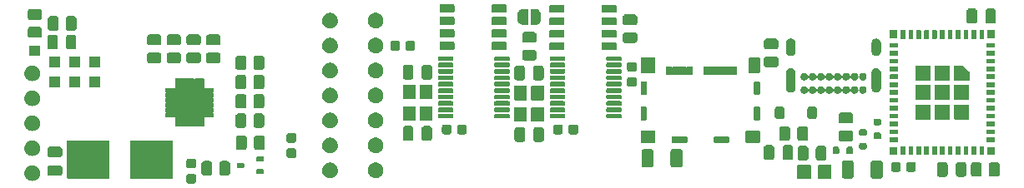
<source format=gbr>
%TF.GenerationSoftware,KiCad,Pcbnew,8.0.3*%
%TF.CreationDate,2024-06-20T21:51:27+02:00*%
%TF.ProjectId,KIA-OBD2-DISPLAY,4b49412d-4f42-4443-922d-444953504c41,rev?*%
%TF.SameCoordinates,Original*%
%TF.FileFunction,Soldermask,Top*%
%TF.FilePolarity,Negative*%
%FSLAX46Y46*%
G04 Gerber Fmt 4.6, Leading zero omitted, Abs format (unit mm)*
G04 Created by KiCad (PCBNEW 8.0.3) date 2024-06-20 21:51:27*
%MOMM*%
%LPD*%
G01*
G04 APERTURE LIST*
G04 APERTURE END LIST*
G36*
X143258409Y-95589074D02*
G01*
X143318852Y-95597032D01*
X143334057Y-95604122D01*
X143352646Y-95607820D01*
X143377266Y-95624270D01*
X143402407Y-95635994D01*
X143417702Y-95651289D01*
X143437969Y-95664831D01*
X143451510Y-95685097D01*
X143466805Y-95700392D01*
X143478527Y-95725530D01*
X143494980Y-95750154D01*
X143498677Y-95768744D01*
X143505767Y-95783947D01*
X143513722Y-95844377D01*
X143515000Y-95850800D01*
X143515000Y-96300800D01*
X143513722Y-96307224D01*
X143505767Y-96367652D01*
X143498678Y-96382854D01*
X143494980Y-96401446D01*
X143478525Y-96426071D01*
X143466805Y-96451207D01*
X143451512Y-96466499D01*
X143437969Y-96486769D01*
X143417699Y-96500312D01*
X143402407Y-96515605D01*
X143377271Y-96527325D01*
X143352646Y-96543780D01*
X143334054Y-96547478D01*
X143318852Y-96554567D01*
X143258424Y-96562522D01*
X143252000Y-96563800D01*
X142752000Y-96563800D01*
X142745577Y-96562522D01*
X142685147Y-96554567D01*
X142669944Y-96547477D01*
X142651354Y-96543780D01*
X142626730Y-96527327D01*
X142601592Y-96515605D01*
X142586297Y-96500310D01*
X142566031Y-96486769D01*
X142552489Y-96466502D01*
X142537194Y-96451207D01*
X142525470Y-96426066D01*
X142509020Y-96401446D01*
X142505322Y-96382857D01*
X142498232Y-96367652D01*
X142490274Y-96307209D01*
X142489000Y-96300800D01*
X142489000Y-95850800D01*
X142490274Y-95844392D01*
X142498232Y-95783947D01*
X142505322Y-95768740D01*
X142509020Y-95750154D01*
X142525469Y-95725535D01*
X142537194Y-95700392D01*
X142552491Y-95685094D01*
X142566031Y-95664831D01*
X142586294Y-95651291D01*
X142601592Y-95635994D01*
X142626735Y-95624269D01*
X142651354Y-95607820D01*
X142669940Y-95604122D01*
X142685147Y-95597032D01*
X142745592Y-95589074D01*
X142752000Y-95587800D01*
X143252000Y-95587800D01*
X143258409Y-95589074D01*
G37*
G36*
X126914323Y-94708656D02*
G01*
X126956595Y-94708656D01*
X127004282Y-94718792D01*
X127051017Y-94724058D01*
X127085000Y-94735949D01*
X127120129Y-94743416D01*
X127170754Y-94765955D01*
X127220107Y-94783225D01*
X127245795Y-94799366D01*
X127272860Y-94811416D01*
X127323322Y-94848079D01*
X127371792Y-94878535D01*
X127389199Y-94895942D01*
X127408121Y-94909690D01*
X127454901Y-94961644D01*
X127498465Y-95005208D01*
X127508484Y-95021153D01*
X127519992Y-95033934D01*
X127559365Y-95102130D01*
X127593775Y-95156893D01*
X127598070Y-95169170D01*
X127603584Y-95178719D01*
X127631809Y-95265590D01*
X127652942Y-95325983D01*
X127653743Y-95333096D01*
X127655248Y-95337727D01*
X127668892Y-95467542D01*
X127673000Y-95504000D01*
X127668891Y-95540460D01*
X127655248Y-95670272D01*
X127653743Y-95674901D01*
X127652942Y-95682017D01*
X127631805Y-95742422D01*
X127603584Y-95829280D01*
X127598071Y-95838827D01*
X127593775Y-95851107D01*
X127559358Y-95905881D01*
X127519992Y-95974065D01*
X127508486Y-95986843D01*
X127498465Y-96002792D01*
X127454892Y-96046364D01*
X127408121Y-96098309D01*
X127389203Y-96112053D01*
X127371792Y-96129465D01*
X127323312Y-96159926D01*
X127272860Y-96196583D01*
X127245800Y-96208630D01*
X127220107Y-96224775D01*
X127170744Y-96242047D01*
X127120129Y-96264583D01*
X127085005Y-96272048D01*
X127051017Y-96283942D01*
X127004279Y-96289208D01*
X126956595Y-96299344D01*
X126914323Y-96299344D01*
X126873000Y-96304000D01*
X126831677Y-96299344D01*
X126789405Y-96299344D01*
X126741719Y-96289208D01*
X126694983Y-96283942D01*
X126660995Y-96272049D01*
X126625870Y-96264583D01*
X126575251Y-96242046D01*
X126525893Y-96224775D01*
X126500201Y-96208631D01*
X126473139Y-96196583D01*
X126422680Y-96159922D01*
X126374208Y-96129465D01*
X126356799Y-96112056D01*
X126337878Y-96098309D01*
X126291097Y-96046354D01*
X126247535Y-96002792D01*
X126237516Y-95986847D01*
X126226007Y-95974065D01*
X126186629Y-95905861D01*
X126152225Y-95851107D01*
X126147929Y-95838831D01*
X126142415Y-95829280D01*
X126114180Y-95742382D01*
X126093058Y-95682017D01*
X126092256Y-95674906D01*
X126090751Y-95670272D01*
X126077093Y-95540328D01*
X126073000Y-95504000D01*
X126077092Y-95467674D01*
X126090751Y-95337727D01*
X126092257Y-95333091D01*
X126093058Y-95325983D01*
X126114176Y-95265630D01*
X126142415Y-95178719D01*
X126147930Y-95169165D01*
X126152225Y-95156893D01*
X126186622Y-95102149D01*
X126226007Y-95033934D01*
X126237518Y-95021149D01*
X126247535Y-95005208D01*
X126291088Y-94961654D01*
X126337878Y-94909690D01*
X126356802Y-94895940D01*
X126374208Y-94878535D01*
X126422674Y-94848081D01*
X126473140Y-94811416D01*
X126500204Y-94799365D01*
X126525893Y-94783225D01*
X126575242Y-94765956D01*
X126625870Y-94743416D01*
X126661001Y-94735948D01*
X126694983Y-94724058D01*
X126741717Y-94718792D01*
X126789405Y-94708656D01*
X126831677Y-94708656D01*
X126873000Y-94704000D01*
X126914323Y-94708656D01*
G37*
G36*
X205803034Y-94682764D02*
G01*
X205836125Y-94704875D01*
X205858236Y-94737966D01*
X205866000Y-94777000D01*
X205866000Y-95977000D01*
X205858236Y-96016034D01*
X205836125Y-96049125D01*
X205803034Y-96071236D01*
X205764000Y-96079000D01*
X204564000Y-96079000D01*
X204524966Y-96071236D01*
X204491875Y-96049125D01*
X204469764Y-96016034D01*
X204462000Y-95977000D01*
X204462000Y-94777000D01*
X204469764Y-94737966D01*
X204491875Y-94704875D01*
X204524966Y-94682764D01*
X204564000Y-94675000D01*
X205764000Y-94675000D01*
X205803034Y-94682764D01*
G37*
G36*
X207903034Y-94682764D02*
G01*
X207936125Y-94704875D01*
X207958236Y-94737966D01*
X207966000Y-94777000D01*
X207966000Y-95977000D01*
X207958236Y-96016034D01*
X207936125Y-96049125D01*
X207903034Y-96071236D01*
X207864000Y-96079000D01*
X206664000Y-96079000D01*
X206624966Y-96071236D01*
X206591875Y-96049125D01*
X206569764Y-96016034D01*
X206562000Y-95977000D01*
X206562000Y-94777000D01*
X206569764Y-94737966D01*
X206591875Y-94704875D01*
X206624966Y-94682764D01*
X206664000Y-94675000D01*
X207864000Y-94675000D01*
X207903034Y-94682764D01*
G37*
G36*
X209989938Y-94192650D02*
G01*
X209994653Y-94194732D01*
X209997326Y-94195084D01*
X210030770Y-94210679D01*
X210086759Y-94235401D01*
X210161599Y-94310241D01*
X210186330Y-94366251D01*
X210201915Y-94399673D01*
X210202266Y-94402343D01*
X210204350Y-94407062D01*
X210212000Y-94473000D01*
X210212000Y-95773000D01*
X210204350Y-95838938D01*
X210202266Y-95843656D01*
X210201915Y-95846326D01*
X210186338Y-95879730D01*
X210161599Y-95935759D01*
X210086759Y-96010599D01*
X210030730Y-96035338D01*
X209997326Y-96050915D01*
X209994656Y-96051266D01*
X209989938Y-96053350D01*
X209924000Y-96061000D01*
X209274000Y-96061000D01*
X209208062Y-96053350D01*
X209203343Y-96051266D01*
X209200673Y-96050915D01*
X209167251Y-96035330D01*
X209111241Y-96010599D01*
X209036401Y-95935759D01*
X209011679Y-95879770D01*
X208996084Y-95846326D01*
X208995732Y-95843653D01*
X208993650Y-95838938D01*
X208986000Y-95773000D01*
X208986000Y-94473000D01*
X208993650Y-94407062D01*
X208995732Y-94402346D01*
X208996084Y-94399673D01*
X209011687Y-94366210D01*
X209036401Y-94310241D01*
X209111241Y-94235401D01*
X209167210Y-94210687D01*
X209200673Y-94195084D01*
X209203346Y-94194732D01*
X209208062Y-94192650D01*
X209274000Y-94185000D01*
X209924000Y-94185000D01*
X209989938Y-94192650D01*
G37*
G36*
X212939938Y-94192650D02*
G01*
X212944653Y-94194732D01*
X212947326Y-94195084D01*
X212980770Y-94210679D01*
X213036759Y-94235401D01*
X213111599Y-94310241D01*
X213136330Y-94366251D01*
X213151915Y-94399673D01*
X213152266Y-94402343D01*
X213154350Y-94407062D01*
X213162000Y-94473000D01*
X213162000Y-95773000D01*
X213154350Y-95838938D01*
X213152266Y-95843656D01*
X213151915Y-95846326D01*
X213136338Y-95879730D01*
X213111599Y-95935759D01*
X213036759Y-96010599D01*
X212980730Y-96035338D01*
X212947326Y-96050915D01*
X212944656Y-96051266D01*
X212939938Y-96053350D01*
X212874000Y-96061000D01*
X212224000Y-96061000D01*
X212158062Y-96053350D01*
X212153343Y-96051266D01*
X212150673Y-96050915D01*
X212117251Y-96035330D01*
X212061241Y-96010599D01*
X211986401Y-95935759D01*
X211961679Y-95879770D01*
X211946084Y-95846326D01*
X211945732Y-95843653D01*
X211943650Y-95838938D01*
X211936000Y-95773000D01*
X211936000Y-94473000D01*
X211943650Y-94407062D01*
X211945732Y-94402346D01*
X211946084Y-94399673D01*
X211961687Y-94366210D01*
X211986401Y-94310241D01*
X212061241Y-94235401D01*
X212117210Y-94210687D01*
X212150673Y-94195084D01*
X212153346Y-94194732D01*
X212158062Y-94192650D01*
X212224000Y-94185000D01*
X212874000Y-94185000D01*
X212939938Y-94192650D01*
G37*
G36*
X134702542Y-92166893D02*
G01*
X134714870Y-92175130D01*
X134723107Y-92187458D01*
X134726000Y-92202000D01*
X134726000Y-96012000D01*
X134723107Y-96026542D01*
X134714870Y-96038870D01*
X134702542Y-96047107D01*
X134688000Y-96050000D01*
X130448000Y-96050000D01*
X130433458Y-96047107D01*
X130421130Y-96038870D01*
X130412893Y-96026542D01*
X130410000Y-96012000D01*
X130410000Y-92202000D01*
X130412893Y-92187458D01*
X130421130Y-92175130D01*
X130433458Y-92166893D01*
X130448000Y-92164000D01*
X134688000Y-92164000D01*
X134702542Y-92166893D01*
G37*
G36*
X141072542Y-92166893D02*
G01*
X141084870Y-92175130D01*
X141093107Y-92187458D01*
X141096000Y-92202000D01*
X141096000Y-96012000D01*
X141093107Y-96026542D01*
X141084870Y-96038870D01*
X141072542Y-96047107D01*
X141058000Y-96050000D01*
X136818000Y-96050000D01*
X136803458Y-96047107D01*
X136791130Y-96038870D01*
X136782893Y-96026542D01*
X136780000Y-96012000D01*
X136780000Y-92202000D01*
X136782893Y-92187458D01*
X136791130Y-92175130D01*
X136803458Y-92166893D01*
X136818000Y-92164000D01*
X141058000Y-92164000D01*
X141072542Y-92166893D01*
G37*
G36*
X157121323Y-94424656D02*
G01*
X157163595Y-94424656D01*
X157211282Y-94434792D01*
X157258017Y-94440058D01*
X157292000Y-94451949D01*
X157327129Y-94459416D01*
X157377754Y-94481955D01*
X157427107Y-94499225D01*
X157452795Y-94515366D01*
X157479860Y-94527416D01*
X157530322Y-94564079D01*
X157578792Y-94594535D01*
X157596199Y-94611942D01*
X157615121Y-94625690D01*
X157661901Y-94677644D01*
X157705465Y-94721208D01*
X157715484Y-94737153D01*
X157726992Y-94749934D01*
X157766365Y-94818130D01*
X157800775Y-94872893D01*
X157805070Y-94885170D01*
X157810584Y-94894719D01*
X157838809Y-94981590D01*
X157859942Y-95041983D01*
X157860743Y-95049096D01*
X157862248Y-95053727D01*
X157875892Y-95183542D01*
X157880000Y-95220000D01*
X157875891Y-95256460D01*
X157862248Y-95386272D01*
X157860743Y-95390901D01*
X157859942Y-95398017D01*
X157838805Y-95458422D01*
X157810584Y-95545280D01*
X157805071Y-95554827D01*
X157800775Y-95567107D01*
X157766358Y-95621881D01*
X157726992Y-95690065D01*
X157715486Y-95702843D01*
X157705465Y-95718792D01*
X157661892Y-95762364D01*
X157615121Y-95814309D01*
X157596203Y-95828053D01*
X157578792Y-95845465D01*
X157530312Y-95875926D01*
X157479860Y-95912583D01*
X157452800Y-95924630D01*
X157427107Y-95940775D01*
X157377744Y-95958047D01*
X157327129Y-95980583D01*
X157292005Y-95988048D01*
X157258017Y-95999942D01*
X157211279Y-96005208D01*
X157163595Y-96015344D01*
X157121323Y-96015344D01*
X157080000Y-96020000D01*
X157038677Y-96015344D01*
X156996405Y-96015344D01*
X156948719Y-96005208D01*
X156901983Y-95999942D01*
X156867995Y-95988049D01*
X156832870Y-95980583D01*
X156782251Y-95958046D01*
X156732893Y-95940775D01*
X156707201Y-95924631D01*
X156680139Y-95912583D01*
X156629680Y-95875922D01*
X156581208Y-95845465D01*
X156563799Y-95828056D01*
X156544878Y-95814309D01*
X156498097Y-95762354D01*
X156454535Y-95718792D01*
X156444516Y-95702847D01*
X156433007Y-95690065D01*
X156393629Y-95621861D01*
X156359225Y-95567107D01*
X156354929Y-95554831D01*
X156349415Y-95545280D01*
X156321180Y-95458382D01*
X156300058Y-95398017D01*
X156299256Y-95390906D01*
X156297751Y-95386272D01*
X156284093Y-95256328D01*
X156280000Y-95220000D01*
X156284092Y-95183674D01*
X156297751Y-95053727D01*
X156299257Y-95049091D01*
X156300058Y-95041983D01*
X156321176Y-94981630D01*
X156349415Y-94894719D01*
X156354930Y-94885165D01*
X156359225Y-94872893D01*
X156393622Y-94818149D01*
X156433007Y-94749934D01*
X156444518Y-94737149D01*
X156454535Y-94721208D01*
X156498088Y-94677654D01*
X156544878Y-94625690D01*
X156563802Y-94611940D01*
X156581208Y-94594535D01*
X156629674Y-94564081D01*
X156680140Y-94527416D01*
X156707204Y-94515365D01*
X156732893Y-94499225D01*
X156782242Y-94481956D01*
X156832870Y-94459416D01*
X156868001Y-94451948D01*
X156901983Y-94440058D01*
X156948717Y-94434792D01*
X156996405Y-94424656D01*
X157038677Y-94424656D01*
X157080000Y-94420000D01*
X157121323Y-94424656D01*
G37*
G36*
X161742813Y-94422095D02*
G01*
X161785085Y-94422095D01*
X161832772Y-94432231D01*
X161879507Y-94437497D01*
X161913490Y-94449388D01*
X161948619Y-94456855D01*
X161999244Y-94479394D01*
X162048597Y-94496664D01*
X162074285Y-94512805D01*
X162101350Y-94524855D01*
X162151812Y-94561518D01*
X162200282Y-94591974D01*
X162217689Y-94609381D01*
X162236611Y-94623129D01*
X162283391Y-94675083D01*
X162326955Y-94718647D01*
X162336974Y-94734592D01*
X162348482Y-94747373D01*
X162387855Y-94815569D01*
X162422265Y-94870332D01*
X162426560Y-94882609D01*
X162432074Y-94892158D01*
X162460299Y-94979029D01*
X162481432Y-95039422D01*
X162482233Y-95046535D01*
X162483738Y-95051166D01*
X162497382Y-95180981D01*
X162501490Y-95217439D01*
X162497381Y-95253899D01*
X162483738Y-95383711D01*
X162482233Y-95388340D01*
X162481432Y-95395456D01*
X162460295Y-95455861D01*
X162432074Y-95542719D01*
X162426561Y-95552266D01*
X162422265Y-95564546D01*
X162387848Y-95619320D01*
X162348482Y-95687504D01*
X162336976Y-95700282D01*
X162326955Y-95716231D01*
X162283382Y-95759803D01*
X162236611Y-95811748D01*
X162217693Y-95825492D01*
X162200282Y-95842904D01*
X162151802Y-95873365D01*
X162101350Y-95910022D01*
X162074290Y-95922069D01*
X162048597Y-95938214D01*
X161999234Y-95955486D01*
X161948619Y-95978022D01*
X161913495Y-95985487D01*
X161879507Y-95997381D01*
X161832769Y-96002647D01*
X161785085Y-96012783D01*
X161742813Y-96012783D01*
X161701490Y-96017439D01*
X161660167Y-96012783D01*
X161617895Y-96012783D01*
X161570209Y-96002647D01*
X161523473Y-95997381D01*
X161489485Y-95985488D01*
X161454360Y-95978022D01*
X161403741Y-95955485D01*
X161354383Y-95938214D01*
X161328691Y-95922070D01*
X161301629Y-95910022D01*
X161251170Y-95873361D01*
X161202698Y-95842904D01*
X161185289Y-95825495D01*
X161166368Y-95811748D01*
X161119587Y-95759793D01*
X161076025Y-95716231D01*
X161066006Y-95700286D01*
X161054497Y-95687504D01*
X161015119Y-95619300D01*
X160980715Y-95564546D01*
X160976419Y-95552270D01*
X160970905Y-95542719D01*
X160942670Y-95455821D01*
X160921548Y-95395456D01*
X160920746Y-95388345D01*
X160919241Y-95383711D01*
X160905583Y-95253767D01*
X160901490Y-95217439D01*
X160905582Y-95181113D01*
X160919241Y-95051166D01*
X160920747Y-95046530D01*
X160921548Y-95039422D01*
X160942666Y-94979069D01*
X160970905Y-94892158D01*
X160976420Y-94882604D01*
X160980715Y-94870332D01*
X161015112Y-94815588D01*
X161054497Y-94747373D01*
X161066008Y-94734588D01*
X161076025Y-94718647D01*
X161119578Y-94675093D01*
X161166368Y-94623129D01*
X161185292Y-94609379D01*
X161202698Y-94591974D01*
X161251164Y-94561520D01*
X161301630Y-94524855D01*
X161328694Y-94512804D01*
X161354383Y-94496664D01*
X161403732Y-94479395D01*
X161454360Y-94456855D01*
X161489491Y-94449387D01*
X161523473Y-94437497D01*
X161570207Y-94432231D01*
X161617895Y-94422095D01*
X161660167Y-94422095D01*
X161701490Y-94417439D01*
X161742813Y-94422095D01*
G37*
G36*
X219522938Y-94367650D02*
G01*
X219527653Y-94369732D01*
X219530326Y-94370084D01*
X219563770Y-94385679D01*
X219619759Y-94410401D01*
X219694599Y-94485241D01*
X219719330Y-94541251D01*
X219734915Y-94574673D01*
X219735266Y-94577343D01*
X219737350Y-94582062D01*
X219745000Y-94648000D01*
X219745000Y-95598000D01*
X219737350Y-95663938D01*
X219735266Y-95668656D01*
X219734915Y-95671326D01*
X219719338Y-95704730D01*
X219694599Y-95760759D01*
X219619759Y-95835599D01*
X219563730Y-95860338D01*
X219530326Y-95875915D01*
X219527656Y-95876266D01*
X219522938Y-95878350D01*
X219457000Y-95886000D01*
X218957000Y-95886000D01*
X218891062Y-95878350D01*
X218886343Y-95876266D01*
X218883673Y-95875915D01*
X218850251Y-95860330D01*
X218794241Y-95835599D01*
X218719401Y-95760759D01*
X218694679Y-95704770D01*
X218679084Y-95671326D01*
X218678732Y-95668653D01*
X218676650Y-95663938D01*
X218669000Y-95598000D01*
X218669000Y-94648000D01*
X218676650Y-94582062D01*
X218678732Y-94577346D01*
X218679084Y-94574673D01*
X218694687Y-94541210D01*
X218719401Y-94485241D01*
X218794241Y-94410401D01*
X218850210Y-94385687D01*
X218883673Y-94370084D01*
X218886346Y-94369732D01*
X218891062Y-94367650D01*
X218957000Y-94360000D01*
X219457000Y-94360000D01*
X219522938Y-94367650D01*
G37*
G36*
X221422938Y-94367650D02*
G01*
X221427653Y-94369732D01*
X221430326Y-94370084D01*
X221463770Y-94385679D01*
X221519759Y-94410401D01*
X221594599Y-94485241D01*
X221619330Y-94541251D01*
X221634915Y-94574673D01*
X221635266Y-94577343D01*
X221637350Y-94582062D01*
X221645000Y-94648000D01*
X221645000Y-95598000D01*
X221637350Y-95663938D01*
X221635266Y-95668656D01*
X221634915Y-95671326D01*
X221619338Y-95704730D01*
X221594599Y-95760759D01*
X221519759Y-95835599D01*
X221463730Y-95860338D01*
X221430326Y-95875915D01*
X221427656Y-95876266D01*
X221422938Y-95878350D01*
X221357000Y-95886000D01*
X220857000Y-95886000D01*
X220791062Y-95878350D01*
X220786343Y-95876266D01*
X220783673Y-95875915D01*
X220750251Y-95860330D01*
X220694241Y-95835599D01*
X220619401Y-95760759D01*
X220594679Y-95704770D01*
X220579084Y-95671326D01*
X220578732Y-95668653D01*
X220576650Y-95663938D01*
X220569000Y-95598000D01*
X220569000Y-94648000D01*
X220576650Y-94582062D01*
X220578732Y-94577346D01*
X220579084Y-94574673D01*
X220594687Y-94541210D01*
X220619401Y-94485241D01*
X220694241Y-94410401D01*
X220750210Y-94385687D01*
X220783673Y-94370084D01*
X220786346Y-94369732D01*
X220791062Y-94367650D01*
X220857000Y-94360000D01*
X221357000Y-94360000D01*
X221422938Y-94367650D01*
G37*
G36*
X222974165Y-94403647D02*
G01*
X222978880Y-94405729D01*
X222981553Y-94406081D01*
X223014997Y-94421676D01*
X223070986Y-94446398D01*
X223145826Y-94521238D01*
X223170557Y-94577248D01*
X223186142Y-94610670D01*
X223186493Y-94613340D01*
X223188577Y-94618059D01*
X223196227Y-94683997D01*
X223196227Y-95583997D01*
X223188577Y-95649935D01*
X223186493Y-95654653D01*
X223186142Y-95657323D01*
X223170565Y-95690727D01*
X223145826Y-95746756D01*
X223070986Y-95821596D01*
X223014957Y-95846335D01*
X222981553Y-95861912D01*
X222978883Y-95862263D01*
X222974165Y-95864347D01*
X222908227Y-95871997D01*
X222383227Y-95871997D01*
X222317289Y-95864347D01*
X222312570Y-95862263D01*
X222309900Y-95861912D01*
X222276476Y-95846326D01*
X222220468Y-95821596D01*
X222145628Y-95746756D01*
X222120906Y-95690767D01*
X222105311Y-95657323D01*
X222104959Y-95654650D01*
X222102877Y-95649935D01*
X222095227Y-95583997D01*
X222095227Y-94683997D01*
X222102877Y-94618059D01*
X222104959Y-94613343D01*
X222105311Y-94610670D01*
X222120914Y-94577207D01*
X222145628Y-94521238D01*
X222220468Y-94446398D01*
X222276437Y-94421684D01*
X222309900Y-94406081D01*
X222312573Y-94405729D01*
X222317289Y-94403647D01*
X222383227Y-94395997D01*
X222908227Y-94395997D01*
X222974165Y-94403647D01*
G37*
G36*
X224799165Y-94403647D02*
G01*
X224803880Y-94405729D01*
X224806553Y-94406081D01*
X224839997Y-94421676D01*
X224895986Y-94446398D01*
X224970826Y-94521238D01*
X224995557Y-94577248D01*
X225011142Y-94610670D01*
X225011493Y-94613340D01*
X225013577Y-94618059D01*
X225021227Y-94683997D01*
X225021227Y-95583997D01*
X225013577Y-95649935D01*
X225011493Y-95654653D01*
X225011142Y-95657323D01*
X224995565Y-95690727D01*
X224970826Y-95746756D01*
X224895986Y-95821596D01*
X224839957Y-95846335D01*
X224806553Y-95861912D01*
X224803883Y-95862263D01*
X224799165Y-95864347D01*
X224733227Y-95871997D01*
X224208227Y-95871997D01*
X224142289Y-95864347D01*
X224137570Y-95862263D01*
X224134900Y-95861912D01*
X224101476Y-95846326D01*
X224045468Y-95821596D01*
X223970628Y-95746756D01*
X223945906Y-95690767D01*
X223930311Y-95657323D01*
X223929959Y-95654650D01*
X223927877Y-95649935D01*
X223920227Y-95583997D01*
X223920227Y-94683997D01*
X223927877Y-94618059D01*
X223929959Y-94613343D01*
X223930311Y-94610670D01*
X223945914Y-94577207D01*
X223970628Y-94521238D01*
X224045468Y-94446398D01*
X224101437Y-94421684D01*
X224134900Y-94406081D01*
X224137573Y-94405729D01*
X224142289Y-94403647D01*
X224208227Y-94395997D01*
X224733227Y-94395997D01*
X224799165Y-94403647D01*
G37*
G36*
X129699938Y-94714650D02*
G01*
X129704653Y-94716732D01*
X129707326Y-94717084D01*
X129740770Y-94732679D01*
X129796759Y-94757401D01*
X129871599Y-94832241D01*
X129896330Y-94888251D01*
X129911915Y-94921673D01*
X129912266Y-94924343D01*
X129914350Y-94929062D01*
X129922000Y-94995000D01*
X129922000Y-95495000D01*
X129914350Y-95560938D01*
X129912266Y-95565656D01*
X129911915Y-95568326D01*
X129896338Y-95601730D01*
X129871599Y-95657759D01*
X129796759Y-95732599D01*
X129740730Y-95757338D01*
X129707326Y-95772915D01*
X129704656Y-95773266D01*
X129699938Y-95775350D01*
X129634000Y-95783000D01*
X128684000Y-95783000D01*
X128618062Y-95775350D01*
X128613343Y-95773266D01*
X128610673Y-95772915D01*
X128577251Y-95757330D01*
X128521241Y-95732599D01*
X128446401Y-95657759D01*
X128421679Y-95601770D01*
X128406084Y-95568326D01*
X128405732Y-95565653D01*
X128403650Y-95560938D01*
X128396000Y-95495000D01*
X128396000Y-94995000D01*
X128403650Y-94929062D01*
X128405732Y-94924346D01*
X128406084Y-94921673D01*
X128421687Y-94888210D01*
X128446401Y-94832241D01*
X128521241Y-94757401D01*
X128577210Y-94732687D01*
X128610673Y-94717084D01*
X128613346Y-94716732D01*
X128618062Y-94714650D01*
X128684000Y-94707000D01*
X129634000Y-94707000D01*
X129699938Y-94714650D01*
G37*
G36*
X144903438Y-94269650D02*
G01*
X144908153Y-94271732D01*
X144910826Y-94272084D01*
X144944270Y-94287679D01*
X145000259Y-94312401D01*
X145075099Y-94387241D01*
X145099830Y-94443251D01*
X145115415Y-94476673D01*
X145115766Y-94479343D01*
X145117850Y-94484062D01*
X145125500Y-94550000D01*
X145125500Y-95450000D01*
X145117850Y-95515938D01*
X145115766Y-95520656D01*
X145115415Y-95523326D01*
X145099838Y-95556730D01*
X145075099Y-95612759D01*
X145000259Y-95687599D01*
X144944230Y-95712338D01*
X144910826Y-95727915D01*
X144908156Y-95728266D01*
X144903438Y-95730350D01*
X144837500Y-95738000D01*
X144312500Y-95738000D01*
X144246562Y-95730350D01*
X144241843Y-95728266D01*
X144239173Y-95727915D01*
X144205751Y-95712330D01*
X144149741Y-95687599D01*
X144074901Y-95612759D01*
X144050179Y-95556770D01*
X144034584Y-95523326D01*
X144034232Y-95520653D01*
X144032150Y-95515938D01*
X144024500Y-95450000D01*
X144024500Y-94550000D01*
X144032150Y-94484062D01*
X144034232Y-94479346D01*
X144034584Y-94476673D01*
X144050187Y-94443210D01*
X144074901Y-94387241D01*
X144149741Y-94312401D01*
X144205710Y-94287687D01*
X144239173Y-94272084D01*
X144241846Y-94271732D01*
X144246562Y-94269650D01*
X144312500Y-94262000D01*
X144837500Y-94262000D01*
X144903438Y-94269650D01*
G37*
G36*
X146728438Y-94269650D02*
G01*
X146733153Y-94271732D01*
X146735826Y-94272084D01*
X146769270Y-94287679D01*
X146825259Y-94312401D01*
X146900099Y-94387241D01*
X146924830Y-94443251D01*
X146940415Y-94476673D01*
X146940766Y-94479343D01*
X146942850Y-94484062D01*
X146950500Y-94550000D01*
X146950500Y-95450000D01*
X146942850Y-95515938D01*
X146940766Y-95520656D01*
X146940415Y-95523326D01*
X146924838Y-95556730D01*
X146900099Y-95612759D01*
X146825259Y-95687599D01*
X146769230Y-95712338D01*
X146735826Y-95727915D01*
X146733156Y-95728266D01*
X146728438Y-95730350D01*
X146662500Y-95738000D01*
X146137500Y-95738000D01*
X146071562Y-95730350D01*
X146066843Y-95728266D01*
X146064173Y-95727915D01*
X146030751Y-95712330D01*
X145974741Y-95687599D01*
X145899901Y-95612759D01*
X145875179Y-95556770D01*
X145859584Y-95523326D01*
X145859232Y-95520653D01*
X145857150Y-95515938D01*
X145849500Y-95450000D01*
X145849500Y-94550000D01*
X145857150Y-94484062D01*
X145859232Y-94479346D01*
X145859584Y-94476673D01*
X145875187Y-94443210D01*
X145899901Y-94387241D01*
X145974741Y-94312401D01*
X146030710Y-94287687D01*
X146064173Y-94272084D01*
X146066846Y-94271732D01*
X146071562Y-94269650D01*
X146137500Y-94262000D01*
X146662500Y-94262000D01*
X146728438Y-94269650D01*
G37*
G36*
X150292781Y-95102696D02*
G01*
X150341607Y-95135320D01*
X150374231Y-95184146D01*
X150385687Y-95241740D01*
X150385687Y-95466740D01*
X150374231Y-95524334D01*
X150341607Y-95573160D01*
X150292781Y-95605784D01*
X150235187Y-95617240D01*
X149760187Y-95617240D01*
X149702593Y-95605784D01*
X149653767Y-95573160D01*
X149621143Y-95524334D01*
X149609687Y-95466740D01*
X149609687Y-95241740D01*
X149621143Y-95184146D01*
X149653767Y-95135320D01*
X149702593Y-95102696D01*
X149760187Y-95091240D01*
X150235187Y-95091240D01*
X150292781Y-95102696D01*
G37*
G36*
X214708409Y-94357274D02*
G01*
X214768852Y-94365232D01*
X214784057Y-94372322D01*
X214802646Y-94376020D01*
X214827266Y-94392470D01*
X214852407Y-94404194D01*
X214867702Y-94419489D01*
X214887969Y-94433031D01*
X214901510Y-94453297D01*
X214916805Y-94468592D01*
X214928527Y-94493730D01*
X214944980Y-94518354D01*
X214948677Y-94536944D01*
X214955767Y-94552147D01*
X214963722Y-94612577D01*
X214965000Y-94619000D01*
X214965000Y-95119000D01*
X214963722Y-95125424D01*
X214955767Y-95185852D01*
X214948678Y-95201054D01*
X214944980Y-95219646D01*
X214928525Y-95244271D01*
X214916805Y-95269407D01*
X214901512Y-95284699D01*
X214887969Y-95304969D01*
X214867699Y-95318512D01*
X214852407Y-95333805D01*
X214827271Y-95345525D01*
X214802646Y-95361980D01*
X214784054Y-95365678D01*
X214768852Y-95372767D01*
X214708424Y-95380722D01*
X214702000Y-95382000D01*
X214252000Y-95382000D01*
X214245577Y-95380722D01*
X214185147Y-95372767D01*
X214169944Y-95365677D01*
X214151354Y-95361980D01*
X214126730Y-95345527D01*
X214101592Y-95333805D01*
X214086297Y-95318510D01*
X214066031Y-95304969D01*
X214052489Y-95284702D01*
X214037194Y-95269407D01*
X214025470Y-95244266D01*
X214009020Y-95219646D01*
X214005322Y-95201057D01*
X213998232Y-95185852D01*
X213990274Y-95125409D01*
X213989000Y-95119000D01*
X213989000Y-94619000D01*
X213990274Y-94612592D01*
X213998232Y-94552147D01*
X214005322Y-94536940D01*
X214009020Y-94518354D01*
X214025469Y-94493735D01*
X214037194Y-94468592D01*
X214052491Y-94453294D01*
X214066031Y-94433031D01*
X214086294Y-94419491D01*
X214101592Y-94404194D01*
X214126735Y-94392469D01*
X214151354Y-94376020D01*
X214169940Y-94372322D01*
X214185147Y-94365232D01*
X214245592Y-94357274D01*
X214252000Y-94356000D01*
X214702000Y-94356000D01*
X214708409Y-94357274D01*
G37*
G36*
X216258409Y-94357274D02*
G01*
X216318852Y-94365232D01*
X216334057Y-94372322D01*
X216352646Y-94376020D01*
X216377266Y-94392470D01*
X216402407Y-94404194D01*
X216417702Y-94419489D01*
X216437969Y-94433031D01*
X216451510Y-94453297D01*
X216466805Y-94468592D01*
X216478527Y-94493730D01*
X216494980Y-94518354D01*
X216498677Y-94536944D01*
X216505767Y-94552147D01*
X216513722Y-94612577D01*
X216515000Y-94619000D01*
X216515000Y-95119000D01*
X216513722Y-95125424D01*
X216505767Y-95185852D01*
X216498678Y-95201054D01*
X216494980Y-95219646D01*
X216478525Y-95244271D01*
X216466805Y-95269407D01*
X216451512Y-95284699D01*
X216437969Y-95304969D01*
X216417699Y-95318512D01*
X216402407Y-95333805D01*
X216377271Y-95345525D01*
X216352646Y-95361980D01*
X216334054Y-95365678D01*
X216318852Y-95372767D01*
X216258424Y-95380722D01*
X216252000Y-95382000D01*
X215802000Y-95382000D01*
X215795577Y-95380722D01*
X215735147Y-95372767D01*
X215719944Y-95365677D01*
X215701354Y-95361980D01*
X215676730Y-95345527D01*
X215651592Y-95333805D01*
X215636297Y-95318510D01*
X215616031Y-95304969D01*
X215602489Y-95284702D01*
X215587194Y-95269407D01*
X215575470Y-95244266D01*
X215559020Y-95219646D01*
X215555322Y-95201057D01*
X215548232Y-95185852D01*
X215540274Y-95125409D01*
X215539000Y-95119000D01*
X215539000Y-94619000D01*
X215540274Y-94612592D01*
X215548232Y-94552147D01*
X215555322Y-94536940D01*
X215559020Y-94518354D01*
X215575469Y-94493735D01*
X215587194Y-94468592D01*
X215602491Y-94453294D01*
X215616031Y-94433031D01*
X215636294Y-94419491D01*
X215651592Y-94404194D01*
X215676735Y-94392469D01*
X215701354Y-94376020D01*
X215719940Y-94372322D01*
X215735147Y-94365232D01*
X215795592Y-94357274D01*
X215802000Y-94356000D01*
X216252000Y-94356000D01*
X216258409Y-94357274D01*
G37*
G36*
X143258409Y-94039074D02*
G01*
X143318852Y-94047032D01*
X143334057Y-94054122D01*
X143352646Y-94057820D01*
X143377266Y-94074270D01*
X143402407Y-94085994D01*
X143417702Y-94101289D01*
X143437969Y-94114831D01*
X143451510Y-94135097D01*
X143466805Y-94150392D01*
X143478527Y-94175530D01*
X143494980Y-94200154D01*
X143498677Y-94218744D01*
X143505767Y-94233947D01*
X143513722Y-94294377D01*
X143515000Y-94300800D01*
X143515000Y-94750800D01*
X143513722Y-94757224D01*
X143505767Y-94817652D01*
X143498678Y-94832854D01*
X143494980Y-94851446D01*
X143478525Y-94876071D01*
X143466805Y-94901207D01*
X143451512Y-94916499D01*
X143437969Y-94936769D01*
X143417699Y-94950312D01*
X143402407Y-94965605D01*
X143377271Y-94977325D01*
X143352646Y-94993780D01*
X143334054Y-94997478D01*
X143318852Y-95004567D01*
X143258424Y-95012522D01*
X143252000Y-95013800D01*
X142752000Y-95013800D01*
X142745577Y-95012522D01*
X142685147Y-95004567D01*
X142669944Y-94997477D01*
X142651354Y-94993780D01*
X142626730Y-94977327D01*
X142601592Y-94965605D01*
X142586297Y-94950310D01*
X142566031Y-94936769D01*
X142552489Y-94916502D01*
X142537194Y-94901207D01*
X142525470Y-94876066D01*
X142509020Y-94851446D01*
X142505322Y-94832857D01*
X142498232Y-94817652D01*
X142490274Y-94757209D01*
X142489000Y-94750800D01*
X142489000Y-94300800D01*
X142490274Y-94294392D01*
X142498232Y-94233947D01*
X142505322Y-94218740D01*
X142509020Y-94200154D01*
X142525469Y-94175535D01*
X142537194Y-94150392D01*
X142552491Y-94135094D01*
X142566031Y-94114831D01*
X142586294Y-94101291D01*
X142601592Y-94085994D01*
X142626735Y-94074269D01*
X142651354Y-94057820D01*
X142669940Y-94054122D01*
X142685147Y-94047032D01*
X142745592Y-94039074D01*
X142752000Y-94037800D01*
X143252000Y-94037800D01*
X143258409Y-94039074D01*
G37*
G36*
X148292781Y-94452696D02*
G01*
X148341607Y-94485320D01*
X148374231Y-94534146D01*
X148385687Y-94591740D01*
X148385687Y-94816740D01*
X148374231Y-94874334D01*
X148341607Y-94923160D01*
X148292781Y-94955784D01*
X148235187Y-94967240D01*
X147760187Y-94967240D01*
X147702593Y-94955784D01*
X147653767Y-94923160D01*
X147621143Y-94874334D01*
X147609687Y-94816740D01*
X147609687Y-94591740D01*
X147621143Y-94534146D01*
X147653767Y-94485320D01*
X147702593Y-94452696D01*
X147760187Y-94441240D01*
X148235187Y-94441240D01*
X148292781Y-94452696D01*
G37*
G36*
X189669938Y-93049650D02*
G01*
X189674653Y-93051732D01*
X189677326Y-93052084D01*
X189710770Y-93067679D01*
X189766759Y-93092401D01*
X189841599Y-93167241D01*
X189866330Y-93223251D01*
X189881915Y-93256673D01*
X189882266Y-93259343D01*
X189884350Y-93264062D01*
X189892000Y-93330000D01*
X189892000Y-94630000D01*
X189884350Y-94695938D01*
X189882266Y-94700656D01*
X189881915Y-94703326D01*
X189866338Y-94736730D01*
X189841599Y-94792759D01*
X189766759Y-94867599D01*
X189710730Y-94892338D01*
X189677326Y-94907915D01*
X189674656Y-94908266D01*
X189669938Y-94910350D01*
X189604000Y-94918000D01*
X188954000Y-94918000D01*
X188888062Y-94910350D01*
X188883343Y-94908266D01*
X188880673Y-94907915D01*
X188847251Y-94892330D01*
X188791241Y-94867599D01*
X188716401Y-94792759D01*
X188691679Y-94736770D01*
X188676084Y-94703326D01*
X188675732Y-94700653D01*
X188673650Y-94695938D01*
X188666000Y-94630000D01*
X188666000Y-93330000D01*
X188673650Y-93264062D01*
X188675732Y-93259346D01*
X188676084Y-93256673D01*
X188691687Y-93223210D01*
X188716401Y-93167241D01*
X188791241Y-93092401D01*
X188847210Y-93067687D01*
X188880673Y-93052084D01*
X188883346Y-93051732D01*
X188888062Y-93049650D01*
X188954000Y-93042000D01*
X189604000Y-93042000D01*
X189669938Y-93049650D01*
G37*
G36*
X192619938Y-93049650D02*
G01*
X192624653Y-93051732D01*
X192627326Y-93052084D01*
X192660770Y-93067679D01*
X192716759Y-93092401D01*
X192791599Y-93167241D01*
X192816330Y-93223251D01*
X192831915Y-93256673D01*
X192832266Y-93259343D01*
X192834350Y-93264062D01*
X192842000Y-93330000D01*
X192842000Y-94630000D01*
X192834350Y-94695938D01*
X192832266Y-94700656D01*
X192831915Y-94703326D01*
X192816338Y-94736730D01*
X192791599Y-94792759D01*
X192716759Y-94867599D01*
X192660730Y-94892338D01*
X192627326Y-94907915D01*
X192624656Y-94908266D01*
X192619938Y-94910350D01*
X192554000Y-94918000D01*
X191904000Y-94918000D01*
X191838062Y-94910350D01*
X191833343Y-94908266D01*
X191830673Y-94907915D01*
X191797251Y-94892330D01*
X191741241Y-94867599D01*
X191666401Y-94792759D01*
X191641679Y-94736770D01*
X191626084Y-94703326D01*
X191625732Y-94700653D01*
X191623650Y-94695938D01*
X191616000Y-94630000D01*
X191616000Y-93330000D01*
X191623650Y-93264062D01*
X191625732Y-93259346D01*
X191626084Y-93256673D01*
X191641687Y-93223210D01*
X191666401Y-93167241D01*
X191741241Y-93092401D01*
X191797210Y-93067687D01*
X191830673Y-93052084D01*
X191833346Y-93051732D01*
X191838062Y-93049650D01*
X191904000Y-93042000D01*
X192554000Y-93042000D01*
X192619938Y-93049650D01*
G37*
G36*
X150292781Y-93802696D02*
G01*
X150341607Y-93835320D01*
X150374231Y-93884146D01*
X150385687Y-93941740D01*
X150385687Y-94166740D01*
X150374231Y-94224334D01*
X150341607Y-94273160D01*
X150292781Y-94305784D01*
X150235187Y-94317240D01*
X149760187Y-94317240D01*
X149702593Y-94305784D01*
X149653767Y-94273160D01*
X149621143Y-94224334D01*
X149609687Y-94166740D01*
X149609687Y-93941740D01*
X149621143Y-93884146D01*
X149653767Y-93835320D01*
X149702593Y-93802696D01*
X149760187Y-93791240D01*
X150235187Y-93791240D01*
X150292781Y-93802696D01*
G37*
G36*
X205409938Y-92741650D02*
G01*
X205414653Y-92743732D01*
X205417326Y-92744084D01*
X205450770Y-92759679D01*
X205506759Y-92784401D01*
X205581599Y-92859241D01*
X205606330Y-92915251D01*
X205621915Y-92948673D01*
X205622266Y-92951343D01*
X205624350Y-92956062D01*
X205632000Y-93022000D01*
X205632000Y-93922000D01*
X205624350Y-93987938D01*
X205622266Y-93992656D01*
X205621915Y-93995326D01*
X205606338Y-94028730D01*
X205581599Y-94084759D01*
X205506759Y-94159599D01*
X205450730Y-94184338D01*
X205417326Y-94199915D01*
X205414656Y-94200266D01*
X205409938Y-94202350D01*
X205344000Y-94210000D01*
X204819000Y-94210000D01*
X204753062Y-94202350D01*
X204748343Y-94200266D01*
X204745673Y-94199915D01*
X204712251Y-94184330D01*
X204656241Y-94159599D01*
X204581401Y-94084759D01*
X204556679Y-94028770D01*
X204541084Y-93995326D01*
X204540732Y-93992653D01*
X204538650Y-93987938D01*
X204531000Y-93922000D01*
X204531000Y-93022000D01*
X204538650Y-92956062D01*
X204540732Y-92951346D01*
X204541084Y-92948673D01*
X204556687Y-92915210D01*
X204581401Y-92859241D01*
X204656241Y-92784401D01*
X204712210Y-92759687D01*
X204745673Y-92744084D01*
X204748346Y-92743732D01*
X204753062Y-92741650D01*
X204819000Y-92734000D01*
X205344000Y-92734000D01*
X205409938Y-92741650D01*
G37*
G36*
X207234938Y-92741650D02*
G01*
X207239653Y-92743732D01*
X207242326Y-92744084D01*
X207275770Y-92759679D01*
X207331759Y-92784401D01*
X207406599Y-92859241D01*
X207431330Y-92915251D01*
X207446915Y-92948673D01*
X207447266Y-92951343D01*
X207449350Y-92956062D01*
X207457000Y-93022000D01*
X207457000Y-93922000D01*
X207449350Y-93987938D01*
X207447266Y-93992656D01*
X207446915Y-93995326D01*
X207431338Y-94028730D01*
X207406599Y-94084759D01*
X207331759Y-94159599D01*
X207275730Y-94184338D01*
X207242326Y-94199915D01*
X207239656Y-94200266D01*
X207234938Y-94202350D01*
X207169000Y-94210000D01*
X206644000Y-94210000D01*
X206578062Y-94202350D01*
X206573343Y-94200266D01*
X206570673Y-94199915D01*
X206537251Y-94184330D01*
X206481241Y-94159599D01*
X206406401Y-94084759D01*
X206381679Y-94028770D01*
X206366084Y-93995326D01*
X206365732Y-93992653D01*
X206363650Y-93987938D01*
X206356000Y-93922000D01*
X206356000Y-93022000D01*
X206363650Y-92956062D01*
X206365732Y-92951346D01*
X206366084Y-92948673D01*
X206381687Y-92915210D01*
X206406401Y-92859241D01*
X206481241Y-92784401D01*
X206537210Y-92759687D01*
X206570673Y-92744084D01*
X206573346Y-92743732D01*
X206578062Y-92741650D01*
X206644000Y-92734000D01*
X207169000Y-92734000D01*
X207234938Y-92741650D01*
G37*
G36*
X201929302Y-92651411D02*
G01*
X201934017Y-92653493D01*
X201936690Y-92653845D01*
X201970134Y-92669440D01*
X202026123Y-92694162D01*
X202100963Y-92769002D01*
X202125694Y-92825012D01*
X202141279Y-92858434D01*
X202141630Y-92861104D01*
X202143714Y-92865823D01*
X202151364Y-92931761D01*
X202151364Y-93881761D01*
X202143714Y-93947699D01*
X202141630Y-93952417D01*
X202141279Y-93955087D01*
X202125702Y-93988491D01*
X202100963Y-94044520D01*
X202026123Y-94119360D01*
X201970094Y-94144099D01*
X201936690Y-94159676D01*
X201934020Y-94160027D01*
X201929302Y-94162111D01*
X201863364Y-94169761D01*
X201363364Y-94169761D01*
X201297426Y-94162111D01*
X201292707Y-94160027D01*
X201290037Y-94159676D01*
X201256615Y-94144091D01*
X201200605Y-94119360D01*
X201125765Y-94044520D01*
X201101043Y-93988531D01*
X201085448Y-93955087D01*
X201085096Y-93952414D01*
X201083014Y-93947699D01*
X201075364Y-93881761D01*
X201075364Y-92931761D01*
X201083014Y-92865823D01*
X201085096Y-92861107D01*
X201085448Y-92858434D01*
X201101051Y-92824971D01*
X201125765Y-92769002D01*
X201200605Y-92694162D01*
X201256574Y-92669448D01*
X201290037Y-92653845D01*
X201292710Y-92653493D01*
X201297426Y-92651411D01*
X201363364Y-92643761D01*
X201863364Y-92643761D01*
X201929302Y-92651411D01*
G37*
G36*
X203829302Y-92651411D02*
G01*
X203834017Y-92653493D01*
X203836690Y-92653845D01*
X203870134Y-92669440D01*
X203926123Y-92694162D01*
X204000963Y-92769002D01*
X204025694Y-92825012D01*
X204041279Y-92858434D01*
X204041630Y-92861104D01*
X204043714Y-92865823D01*
X204051364Y-92931761D01*
X204051364Y-93881761D01*
X204043714Y-93947699D01*
X204041630Y-93952417D01*
X204041279Y-93955087D01*
X204025702Y-93988491D01*
X204000963Y-94044520D01*
X203926123Y-94119360D01*
X203870094Y-94144099D01*
X203836690Y-94159676D01*
X203834020Y-94160027D01*
X203829302Y-94162111D01*
X203763364Y-94169761D01*
X203263364Y-94169761D01*
X203197426Y-94162111D01*
X203192707Y-94160027D01*
X203190037Y-94159676D01*
X203156615Y-94144091D01*
X203100605Y-94119360D01*
X203025765Y-94044520D01*
X203001043Y-93988531D01*
X202985448Y-93955087D01*
X202985096Y-93952414D01*
X202983014Y-93947699D01*
X202975364Y-93881761D01*
X202975364Y-92931761D01*
X202983014Y-92865823D01*
X202985096Y-92861107D01*
X202985448Y-92858434D01*
X203001051Y-92824971D01*
X203025765Y-92769002D01*
X203100605Y-92694162D01*
X203156574Y-92669448D01*
X203190037Y-92653845D01*
X203192710Y-92653493D01*
X203197426Y-92651411D01*
X203263364Y-92643761D01*
X203763364Y-92643761D01*
X203829302Y-92651411D01*
G37*
G36*
X153418409Y-92985274D02*
G01*
X153478852Y-92993232D01*
X153494057Y-93000322D01*
X153512646Y-93004020D01*
X153537266Y-93020470D01*
X153562407Y-93032194D01*
X153577702Y-93047489D01*
X153597969Y-93061031D01*
X153611510Y-93081297D01*
X153626805Y-93096592D01*
X153638527Y-93121730D01*
X153654980Y-93146354D01*
X153658677Y-93164944D01*
X153665767Y-93180147D01*
X153673722Y-93240577D01*
X153675000Y-93247000D01*
X153675000Y-93697000D01*
X153673722Y-93703424D01*
X153665767Y-93763852D01*
X153658678Y-93779054D01*
X153654980Y-93797646D01*
X153638525Y-93822271D01*
X153626805Y-93847407D01*
X153611512Y-93862699D01*
X153597969Y-93882969D01*
X153577699Y-93896512D01*
X153562407Y-93911805D01*
X153537271Y-93923525D01*
X153512646Y-93939980D01*
X153494054Y-93943678D01*
X153478852Y-93950767D01*
X153418424Y-93958722D01*
X153412000Y-93960000D01*
X152912000Y-93960000D01*
X152905577Y-93958722D01*
X152845147Y-93950767D01*
X152829944Y-93943677D01*
X152811354Y-93939980D01*
X152786730Y-93923527D01*
X152761592Y-93911805D01*
X152746297Y-93896510D01*
X152726031Y-93882969D01*
X152712489Y-93862702D01*
X152697194Y-93847407D01*
X152685470Y-93822266D01*
X152669020Y-93797646D01*
X152665322Y-93779057D01*
X152658232Y-93763852D01*
X152650274Y-93703409D01*
X152649000Y-93697000D01*
X152649000Y-93247000D01*
X152650274Y-93240592D01*
X152658232Y-93180147D01*
X152665322Y-93164940D01*
X152669020Y-93146354D01*
X152685469Y-93121735D01*
X152697194Y-93096592D01*
X152712491Y-93081294D01*
X152726031Y-93061031D01*
X152746294Y-93047491D01*
X152761592Y-93032194D01*
X152786735Y-93020469D01*
X152811354Y-93004020D01*
X152829940Y-93000322D01*
X152845147Y-92993232D01*
X152905592Y-92985274D01*
X152912000Y-92984000D01*
X153412000Y-92984000D01*
X153418409Y-92985274D01*
G37*
G36*
X129699938Y-92814650D02*
G01*
X129704653Y-92816732D01*
X129707326Y-92817084D01*
X129740770Y-92832679D01*
X129796759Y-92857401D01*
X129871599Y-92932241D01*
X129896330Y-92988251D01*
X129911915Y-93021673D01*
X129912266Y-93024343D01*
X129914350Y-93029062D01*
X129922000Y-93095000D01*
X129922000Y-93595000D01*
X129914350Y-93660938D01*
X129912266Y-93665656D01*
X129911915Y-93668326D01*
X129896338Y-93701730D01*
X129871599Y-93757759D01*
X129796759Y-93832599D01*
X129740730Y-93857338D01*
X129707326Y-93872915D01*
X129704656Y-93873266D01*
X129699938Y-93875350D01*
X129634000Y-93883000D01*
X128684000Y-93883000D01*
X128618062Y-93875350D01*
X128613343Y-93873266D01*
X128610673Y-93872915D01*
X128577251Y-93857330D01*
X128521241Y-93832599D01*
X128446401Y-93757759D01*
X128421679Y-93701770D01*
X128406084Y-93668326D01*
X128405732Y-93665653D01*
X128403650Y-93660938D01*
X128396000Y-93595000D01*
X128396000Y-93095000D01*
X128403650Y-93029062D01*
X128405732Y-93024346D01*
X128406084Y-93021673D01*
X128421687Y-92988210D01*
X128446401Y-92932241D01*
X128521241Y-92857401D01*
X128577210Y-92832687D01*
X128610673Y-92817084D01*
X128613346Y-92816732D01*
X128618062Y-92814650D01*
X128684000Y-92807000D01*
X129634000Y-92807000D01*
X129699938Y-92814650D01*
G37*
G36*
X126914323Y-92168656D02*
G01*
X126956595Y-92168656D01*
X127004282Y-92178792D01*
X127051017Y-92184058D01*
X127085000Y-92195949D01*
X127120129Y-92203416D01*
X127170754Y-92225955D01*
X127220107Y-92243225D01*
X127245795Y-92259366D01*
X127272860Y-92271416D01*
X127323322Y-92308079D01*
X127371792Y-92338535D01*
X127389199Y-92355942D01*
X127408121Y-92369690D01*
X127454901Y-92421644D01*
X127498465Y-92465208D01*
X127508484Y-92481153D01*
X127519992Y-92493934D01*
X127559365Y-92562130D01*
X127593775Y-92616893D01*
X127598070Y-92629170D01*
X127603584Y-92638719D01*
X127631809Y-92725590D01*
X127652942Y-92785983D01*
X127653743Y-92793096D01*
X127655248Y-92797727D01*
X127668892Y-92927542D01*
X127673000Y-92964000D01*
X127668891Y-93000460D01*
X127655248Y-93130272D01*
X127653743Y-93134901D01*
X127652942Y-93142017D01*
X127631805Y-93202422D01*
X127603584Y-93289280D01*
X127598071Y-93298827D01*
X127593775Y-93311107D01*
X127559358Y-93365881D01*
X127519992Y-93434065D01*
X127508486Y-93446843D01*
X127498465Y-93462792D01*
X127454892Y-93506364D01*
X127408121Y-93558309D01*
X127389203Y-93572053D01*
X127371792Y-93589465D01*
X127323312Y-93619926D01*
X127272860Y-93656583D01*
X127245800Y-93668630D01*
X127220107Y-93684775D01*
X127170744Y-93702047D01*
X127120129Y-93724583D01*
X127085005Y-93732048D01*
X127051017Y-93743942D01*
X127004279Y-93749208D01*
X126956595Y-93759344D01*
X126914323Y-93759344D01*
X126873000Y-93764000D01*
X126831677Y-93759344D01*
X126789405Y-93759344D01*
X126741719Y-93749208D01*
X126694983Y-93743942D01*
X126660995Y-93732049D01*
X126625870Y-93724583D01*
X126575251Y-93702046D01*
X126525893Y-93684775D01*
X126500201Y-93668631D01*
X126473139Y-93656583D01*
X126422680Y-93619922D01*
X126374208Y-93589465D01*
X126356799Y-93572056D01*
X126337878Y-93558309D01*
X126291097Y-93506354D01*
X126247535Y-93462792D01*
X126237516Y-93446847D01*
X126226007Y-93434065D01*
X126186629Y-93365861D01*
X126152225Y-93311107D01*
X126147929Y-93298831D01*
X126142415Y-93289280D01*
X126114180Y-93202382D01*
X126093058Y-93142017D01*
X126092256Y-93134906D01*
X126090751Y-93130272D01*
X126077093Y-93000328D01*
X126073000Y-92964000D01*
X126077092Y-92927674D01*
X126090751Y-92797727D01*
X126092257Y-92793091D01*
X126093058Y-92785983D01*
X126114176Y-92725630D01*
X126142415Y-92638719D01*
X126147930Y-92629165D01*
X126152225Y-92616893D01*
X126186622Y-92562149D01*
X126226007Y-92493934D01*
X126237518Y-92481149D01*
X126247535Y-92465208D01*
X126291088Y-92421654D01*
X126337878Y-92369690D01*
X126356802Y-92355940D01*
X126374208Y-92338535D01*
X126422674Y-92308081D01*
X126473140Y-92271416D01*
X126500204Y-92259365D01*
X126525893Y-92243225D01*
X126575242Y-92225956D01*
X126625870Y-92203416D01*
X126661001Y-92195948D01*
X126694983Y-92184058D01*
X126741717Y-92178792D01*
X126789405Y-92168656D01*
X126831677Y-92168656D01*
X126873000Y-92164000D01*
X126914323Y-92168656D01*
G37*
G36*
X214614542Y-92864893D02*
G01*
X214626870Y-92873130D01*
X214635107Y-92885458D01*
X214638000Y-92900000D01*
X214638000Y-93600000D01*
X214635107Y-93614542D01*
X214626870Y-93626870D01*
X214614542Y-93635107D01*
X214600000Y-93638000D01*
X213900000Y-93638000D01*
X213885458Y-93635107D01*
X213873130Y-93626870D01*
X213864893Y-93614542D01*
X213862000Y-93600000D01*
X213862000Y-92900000D01*
X213864893Y-92885458D01*
X213873130Y-92873130D01*
X213885458Y-92864893D01*
X213900000Y-92862000D01*
X214600000Y-92862000D01*
X214614542Y-92864893D01*
G37*
G36*
X215414542Y-92764893D02*
G01*
X215426870Y-92773130D01*
X215435107Y-92785458D01*
X215438000Y-92800000D01*
X215438000Y-93600000D01*
X215435107Y-93614542D01*
X215426870Y-93626870D01*
X215414542Y-93635107D01*
X215400000Y-93638000D01*
X215000000Y-93638000D01*
X214985458Y-93635107D01*
X214973130Y-93626870D01*
X214964893Y-93614542D01*
X214962000Y-93600000D01*
X214962000Y-92800000D01*
X214964893Y-92785458D01*
X214973130Y-92773130D01*
X214985458Y-92764893D01*
X215000000Y-92762000D01*
X215400000Y-92762000D01*
X215414542Y-92764893D01*
G37*
G36*
X216214542Y-92764893D02*
G01*
X216226870Y-92773130D01*
X216235107Y-92785458D01*
X216238000Y-92800000D01*
X216238000Y-93600000D01*
X216235107Y-93614542D01*
X216226870Y-93626870D01*
X216214542Y-93635107D01*
X216200000Y-93638000D01*
X215800000Y-93638000D01*
X215785458Y-93635107D01*
X215773130Y-93626870D01*
X215764893Y-93614542D01*
X215762000Y-93600000D01*
X215762000Y-92800000D01*
X215764893Y-92785458D01*
X215773130Y-92773130D01*
X215785458Y-92764893D01*
X215800000Y-92762000D01*
X216200000Y-92762000D01*
X216214542Y-92764893D01*
G37*
G36*
X217014542Y-92764893D02*
G01*
X217026870Y-92773130D01*
X217035107Y-92785458D01*
X217038000Y-92800000D01*
X217038000Y-93600000D01*
X217035107Y-93614542D01*
X217026870Y-93626870D01*
X217014542Y-93635107D01*
X217000000Y-93638000D01*
X216600000Y-93638000D01*
X216585458Y-93635107D01*
X216573130Y-93626870D01*
X216564893Y-93614542D01*
X216562000Y-93600000D01*
X216562000Y-92800000D01*
X216564893Y-92785458D01*
X216573130Y-92773130D01*
X216585458Y-92764893D01*
X216600000Y-92762000D01*
X217000000Y-92762000D01*
X217014542Y-92764893D01*
G37*
G36*
X217814542Y-92764893D02*
G01*
X217826870Y-92773130D01*
X217835107Y-92785458D01*
X217838000Y-92800000D01*
X217838000Y-93600000D01*
X217835107Y-93614542D01*
X217826870Y-93626870D01*
X217814542Y-93635107D01*
X217800000Y-93638000D01*
X217400000Y-93638000D01*
X217385458Y-93635107D01*
X217373130Y-93626870D01*
X217364893Y-93614542D01*
X217362000Y-93600000D01*
X217362000Y-92800000D01*
X217364893Y-92785458D01*
X217373130Y-92773130D01*
X217385458Y-92764893D01*
X217400000Y-92762000D01*
X217800000Y-92762000D01*
X217814542Y-92764893D01*
G37*
G36*
X218614542Y-92764893D02*
G01*
X218626870Y-92773130D01*
X218635107Y-92785458D01*
X218638000Y-92800000D01*
X218638000Y-93600000D01*
X218635107Y-93614542D01*
X218626870Y-93626870D01*
X218614542Y-93635107D01*
X218600000Y-93638000D01*
X218200000Y-93638000D01*
X218185458Y-93635107D01*
X218173130Y-93626870D01*
X218164893Y-93614542D01*
X218162000Y-93600000D01*
X218162000Y-92800000D01*
X218164893Y-92785458D01*
X218173130Y-92773130D01*
X218185458Y-92764893D01*
X218200000Y-92762000D01*
X218600000Y-92762000D01*
X218614542Y-92764893D01*
G37*
G36*
X219414542Y-92764893D02*
G01*
X219426870Y-92773130D01*
X219435107Y-92785458D01*
X219438000Y-92800000D01*
X219438000Y-93600000D01*
X219435107Y-93614542D01*
X219426870Y-93626870D01*
X219414542Y-93635107D01*
X219400000Y-93638000D01*
X219000000Y-93638000D01*
X218985458Y-93635107D01*
X218973130Y-93626870D01*
X218964893Y-93614542D01*
X218962000Y-93600000D01*
X218962000Y-92800000D01*
X218964893Y-92785458D01*
X218973130Y-92773130D01*
X218985458Y-92764893D01*
X219000000Y-92762000D01*
X219400000Y-92762000D01*
X219414542Y-92764893D01*
G37*
G36*
X220214542Y-92764893D02*
G01*
X220226870Y-92773130D01*
X220235107Y-92785458D01*
X220238000Y-92800000D01*
X220238000Y-93600000D01*
X220235107Y-93614542D01*
X220226870Y-93626870D01*
X220214542Y-93635107D01*
X220200000Y-93638000D01*
X219800000Y-93638000D01*
X219785458Y-93635107D01*
X219773130Y-93626870D01*
X219764893Y-93614542D01*
X219762000Y-93600000D01*
X219762000Y-92800000D01*
X219764893Y-92785458D01*
X219773130Y-92773130D01*
X219785458Y-92764893D01*
X219800000Y-92762000D01*
X220200000Y-92762000D01*
X220214542Y-92764893D01*
G37*
G36*
X221014542Y-92764893D02*
G01*
X221026870Y-92773130D01*
X221035107Y-92785458D01*
X221038000Y-92800000D01*
X221038000Y-93600000D01*
X221035107Y-93614542D01*
X221026870Y-93626870D01*
X221014542Y-93635107D01*
X221000000Y-93638000D01*
X220600000Y-93638000D01*
X220585458Y-93635107D01*
X220573130Y-93626870D01*
X220564893Y-93614542D01*
X220562000Y-93600000D01*
X220562000Y-92800000D01*
X220564893Y-92785458D01*
X220573130Y-92773130D01*
X220585458Y-92764893D01*
X220600000Y-92762000D01*
X221000000Y-92762000D01*
X221014542Y-92764893D01*
G37*
G36*
X221814542Y-92764893D02*
G01*
X221826870Y-92773130D01*
X221835107Y-92785458D01*
X221838000Y-92800000D01*
X221838000Y-93600000D01*
X221835107Y-93614542D01*
X221826870Y-93626870D01*
X221814542Y-93635107D01*
X221800000Y-93638000D01*
X221400000Y-93638000D01*
X221385458Y-93635107D01*
X221373130Y-93626870D01*
X221364893Y-93614542D01*
X221362000Y-93600000D01*
X221362000Y-92800000D01*
X221364893Y-92785458D01*
X221373130Y-92773130D01*
X221385458Y-92764893D01*
X221400000Y-92762000D01*
X221800000Y-92762000D01*
X221814542Y-92764893D01*
G37*
G36*
X222614542Y-92764893D02*
G01*
X222626870Y-92773130D01*
X222635107Y-92785458D01*
X222638000Y-92800000D01*
X222638000Y-93600000D01*
X222635107Y-93614542D01*
X222626870Y-93626870D01*
X222614542Y-93635107D01*
X222600000Y-93638000D01*
X222200000Y-93638000D01*
X222185458Y-93635107D01*
X222173130Y-93626870D01*
X222164893Y-93614542D01*
X222162000Y-93600000D01*
X222162000Y-92800000D01*
X222164893Y-92785458D01*
X222173130Y-92773130D01*
X222185458Y-92764893D01*
X222200000Y-92762000D01*
X222600000Y-92762000D01*
X222614542Y-92764893D01*
G37*
G36*
X223414542Y-92764893D02*
G01*
X223426870Y-92773130D01*
X223435107Y-92785458D01*
X223438000Y-92800000D01*
X223438000Y-93600000D01*
X223435107Y-93614542D01*
X223426870Y-93626870D01*
X223414542Y-93635107D01*
X223400000Y-93638000D01*
X223000000Y-93638000D01*
X222985458Y-93635107D01*
X222973130Y-93626870D01*
X222964893Y-93614542D01*
X222962000Y-93600000D01*
X222962000Y-92800000D01*
X222964893Y-92785458D01*
X222973130Y-92773130D01*
X222985458Y-92764893D01*
X223000000Y-92762000D01*
X223400000Y-92762000D01*
X223414542Y-92764893D01*
G37*
G36*
X224514542Y-92864893D02*
G01*
X224526870Y-92873130D01*
X224535107Y-92885458D01*
X224538000Y-92900000D01*
X224538000Y-93600000D01*
X224535107Y-93614542D01*
X224526870Y-93626870D01*
X224514542Y-93635107D01*
X224500000Y-93638000D01*
X223800000Y-93638000D01*
X223785458Y-93635107D01*
X223773130Y-93626870D01*
X223764893Y-93614542D01*
X223762000Y-93600000D01*
X223762000Y-92900000D01*
X223764893Y-92885458D01*
X223773130Y-92873130D01*
X223785458Y-92864893D01*
X223800000Y-92862000D01*
X224500000Y-92862000D01*
X224514542Y-92864893D01*
G37*
G36*
X208621944Y-92826311D02*
G01*
X208682936Y-92867064D01*
X208723689Y-92928056D01*
X208738000Y-93000000D01*
X208738000Y-93400000D01*
X208723689Y-93471944D01*
X208682936Y-93532936D01*
X208621944Y-93573689D01*
X208550000Y-93588000D01*
X208250000Y-93588000D01*
X208178056Y-93573689D01*
X208117064Y-93532936D01*
X208076311Y-93471944D01*
X208062000Y-93400000D01*
X208062000Y-93000000D01*
X208076311Y-92928056D01*
X208117064Y-92867064D01*
X208178056Y-92826311D01*
X208250000Y-92812000D01*
X208550000Y-92812000D01*
X208621944Y-92826311D01*
G37*
G36*
X210021944Y-92826311D02*
G01*
X210082936Y-92867064D01*
X210123689Y-92928056D01*
X210138000Y-93000000D01*
X210138000Y-93400000D01*
X210123689Y-93471944D01*
X210082936Y-93532936D01*
X210021944Y-93573689D01*
X209950000Y-93588000D01*
X209650000Y-93588000D01*
X209578056Y-93573689D01*
X209517064Y-93532936D01*
X209476311Y-93471944D01*
X209462000Y-93400000D01*
X209462000Y-93000000D01*
X209476311Y-92928056D01*
X209517064Y-92867064D01*
X209578056Y-92826311D01*
X209650000Y-92812000D01*
X209950000Y-92812000D01*
X210021944Y-92826311D01*
G37*
G36*
X157121323Y-91884656D02*
G01*
X157163595Y-91884656D01*
X157211282Y-91894792D01*
X157258017Y-91900058D01*
X157292000Y-91911949D01*
X157327129Y-91919416D01*
X157377754Y-91941955D01*
X157427107Y-91959225D01*
X157452795Y-91975366D01*
X157479860Y-91987416D01*
X157530322Y-92024079D01*
X157578792Y-92054535D01*
X157596199Y-92071942D01*
X157615121Y-92085690D01*
X157661901Y-92137644D01*
X157705465Y-92181208D01*
X157715484Y-92197153D01*
X157726992Y-92209934D01*
X157766365Y-92278130D01*
X157800775Y-92332893D01*
X157805070Y-92345170D01*
X157810584Y-92354719D01*
X157838809Y-92441590D01*
X157859942Y-92501983D01*
X157860743Y-92509096D01*
X157862248Y-92513727D01*
X157875892Y-92643542D01*
X157880000Y-92680000D01*
X157875891Y-92716460D01*
X157862248Y-92846272D01*
X157860743Y-92850901D01*
X157859942Y-92858017D01*
X157838805Y-92918422D01*
X157810584Y-93005280D01*
X157805071Y-93014827D01*
X157800775Y-93027107D01*
X157766358Y-93081881D01*
X157726992Y-93150065D01*
X157715486Y-93162843D01*
X157705465Y-93178792D01*
X157661892Y-93222364D01*
X157615121Y-93274309D01*
X157596203Y-93288053D01*
X157578792Y-93305465D01*
X157530312Y-93335926D01*
X157479860Y-93372583D01*
X157452800Y-93384630D01*
X157427107Y-93400775D01*
X157377744Y-93418047D01*
X157327129Y-93440583D01*
X157292005Y-93448048D01*
X157258017Y-93459942D01*
X157211279Y-93465208D01*
X157163595Y-93475344D01*
X157121323Y-93475344D01*
X157080000Y-93480000D01*
X157038677Y-93475344D01*
X156996405Y-93475344D01*
X156948719Y-93465208D01*
X156901983Y-93459942D01*
X156867995Y-93448049D01*
X156832870Y-93440583D01*
X156782251Y-93418046D01*
X156732893Y-93400775D01*
X156707201Y-93384631D01*
X156680139Y-93372583D01*
X156629680Y-93335922D01*
X156581208Y-93305465D01*
X156563799Y-93288056D01*
X156544878Y-93274309D01*
X156498097Y-93222354D01*
X156454535Y-93178792D01*
X156444516Y-93162847D01*
X156433007Y-93150065D01*
X156393629Y-93081861D01*
X156359225Y-93027107D01*
X156354929Y-93014831D01*
X156349415Y-93005280D01*
X156321180Y-92918382D01*
X156300058Y-92858017D01*
X156299256Y-92850906D01*
X156297751Y-92846272D01*
X156284093Y-92716328D01*
X156280000Y-92680000D01*
X156284092Y-92643674D01*
X156297751Y-92513727D01*
X156299257Y-92509091D01*
X156300058Y-92501983D01*
X156321176Y-92441630D01*
X156349415Y-92354719D01*
X156354930Y-92345165D01*
X156359225Y-92332893D01*
X156393622Y-92278149D01*
X156433007Y-92209934D01*
X156444518Y-92197149D01*
X156454535Y-92181208D01*
X156498088Y-92137654D01*
X156544878Y-92085690D01*
X156563802Y-92071940D01*
X156581208Y-92054535D01*
X156629674Y-92024081D01*
X156680140Y-91987416D01*
X156707204Y-91975365D01*
X156732893Y-91959225D01*
X156782242Y-91941956D01*
X156832870Y-91919416D01*
X156868001Y-91911948D01*
X156901983Y-91900058D01*
X156948717Y-91894792D01*
X156996405Y-91884656D01*
X157038677Y-91884656D01*
X157080000Y-91880000D01*
X157121323Y-91884656D01*
G37*
G36*
X161742813Y-91882095D02*
G01*
X161785085Y-91882095D01*
X161832772Y-91892231D01*
X161879507Y-91897497D01*
X161913490Y-91909388D01*
X161948619Y-91916855D01*
X161999244Y-91939394D01*
X162048597Y-91956664D01*
X162074285Y-91972805D01*
X162101350Y-91984855D01*
X162151812Y-92021518D01*
X162200282Y-92051974D01*
X162217689Y-92069381D01*
X162236611Y-92083129D01*
X162283391Y-92135083D01*
X162326955Y-92178647D01*
X162336974Y-92194592D01*
X162348482Y-92207373D01*
X162387855Y-92275569D01*
X162422265Y-92330332D01*
X162426560Y-92342609D01*
X162432074Y-92352158D01*
X162460299Y-92439029D01*
X162481432Y-92499422D01*
X162482233Y-92506535D01*
X162483738Y-92511166D01*
X162497382Y-92640981D01*
X162501490Y-92677439D01*
X162497381Y-92713899D01*
X162483738Y-92843711D01*
X162482233Y-92848340D01*
X162481432Y-92855456D01*
X162460295Y-92915861D01*
X162432074Y-93002719D01*
X162426561Y-93012266D01*
X162422265Y-93024546D01*
X162387848Y-93079320D01*
X162348482Y-93147504D01*
X162336976Y-93160282D01*
X162326955Y-93176231D01*
X162283382Y-93219803D01*
X162236611Y-93271748D01*
X162217693Y-93285492D01*
X162200282Y-93302904D01*
X162151802Y-93333365D01*
X162101350Y-93370022D01*
X162074290Y-93382069D01*
X162048597Y-93398214D01*
X161999234Y-93415486D01*
X161948619Y-93438022D01*
X161913495Y-93445487D01*
X161879507Y-93457381D01*
X161832769Y-93462647D01*
X161785085Y-93472783D01*
X161742813Y-93472783D01*
X161701490Y-93477439D01*
X161660167Y-93472783D01*
X161617895Y-93472783D01*
X161570209Y-93462647D01*
X161523473Y-93457381D01*
X161489485Y-93445488D01*
X161454360Y-93438022D01*
X161403741Y-93415485D01*
X161354383Y-93398214D01*
X161328691Y-93382070D01*
X161301629Y-93370022D01*
X161251170Y-93333361D01*
X161202698Y-93302904D01*
X161185289Y-93285495D01*
X161166368Y-93271748D01*
X161119587Y-93219793D01*
X161076025Y-93176231D01*
X161066006Y-93160286D01*
X161054497Y-93147504D01*
X161015119Y-93079300D01*
X160980715Y-93024546D01*
X160976419Y-93012270D01*
X160970905Y-93002719D01*
X160942670Y-92915821D01*
X160921548Y-92855456D01*
X160920746Y-92848345D01*
X160919241Y-92843711D01*
X160905583Y-92713767D01*
X160901490Y-92677439D01*
X160905582Y-92641113D01*
X160919241Y-92511166D01*
X160920747Y-92506530D01*
X160921548Y-92499422D01*
X160942666Y-92439069D01*
X160970905Y-92352158D01*
X160976420Y-92342604D01*
X160980715Y-92330332D01*
X161015112Y-92275588D01*
X161054497Y-92207373D01*
X161066008Y-92194588D01*
X161076025Y-92178647D01*
X161119578Y-92135093D01*
X161166368Y-92083129D01*
X161185292Y-92069379D01*
X161202698Y-92051974D01*
X161251164Y-92021520D01*
X161301630Y-91984855D01*
X161328694Y-91972804D01*
X161354383Y-91956664D01*
X161403732Y-91939395D01*
X161454360Y-91916855D01*
X161489491Y-91909387D01*
X161523473Y-91897497D01*
X161570207Y-91892231D01*
X161617895Y-91882095D01*
X161660167Y-91882095D01*
X161701490Y-91877439D01*
X161742813Y-91882095D01*
G37*
G36*
X148415938Y-91669650D02*
G01*
X148420653Y-91671732D01*
X148423326Y-91672084D01*
X148456770Y-91687679D01*
X148512759Y-91712401D01*
X148587599Y-91787241D01*
X148612330Y-91843251D01*
X148627915Y-91876673D01*
X148628266Y-91879343D01*
X148630350Y-91884062D01*
X148638000Y-91950000D01*
X148638000Y-92850000D01*
X148630350Y-92915938D01*
X148628266Y-92920656D01*
X148627915Y-92923326D01*
X148612338Y-92956730D01*
X148587599Y-93012759D01*
X148512759Y-93087599D01*
X148456730Y-93112338D01*
X148423326Y-93127915D01*
X148420656Y-93128266D01*
X148415938Y-93130350D01*
X148350000Y-93138000D01*
X147825000Y-93138000D01*
X147759062Y-93130350D01*
X147754343Y-93128266D01*
X147751673Y-93127915D01*
X147718251Y-93112330D01*
X147662241Y-93087599D01*
X147587401Y-93012759D01*
X147562679Y-92956770D01*
X147547084Y-92923326D01*
X147546732Y-92920653D01*
X147544650Y-92915938D01*
X147537000Y-92850000D01*
X147537000Y-91950000D01*
X147544650Y-91884062D01*
X147546732Y-91879346D01*
X147547084Y-91876673D01*
X147562687Y-91843210D01*
X147587401Y-91787241D01*
X147662241Y-91712401D01*
X147718210Y-91687687D01*
X147751673Y-91672084D01*
X147754346Y-91671732D01*
X147759062Y-91669650D01*
X147825000Y-91662000D01*
X148350000Y-91662000D01*
X148415938Y-91669650D01*
G37*
G36*
X150240938Y-91669650D02*
G01*
X150245653Y-91671732D01*
X150248326Y-91672084D01*
X150281770Y-91687679D01*
X150337759Y-91712401D01*
X150412599Y-91787241D01*
X150437330Y-91843251D01*
X150452915Y-91876673D01*
X150453266Y-91879343D01*
X150455350Y-91884062D01*
X150463000Y-91950000D01*
X150463000Y-92850000D01*
X150455350Y-92915938D01*
X150453266Y-92920656D01*
X150452915Y-92923326D01*
X150437338Y-92956730D01*
X150412599Y-93012759D01*
X150337759Y-93087599D01*
X150281730Y-93112338D01*
X150248326Y-93127915D01*
X150245656Y-93128266D01*
X150240938Y-93130350D01*
X150175000Y-93138000D01*
X149650000Y-93138000D01*
X149584062Y-93130350D01*
X149579343Y-93128266D01*
X149576673Y-93127915D01*
X149543251Y-93112330D01*
X149487241Y-93087599D01*
X149412401Y-93012759D01*
X149387679Y-92956770D01*
X149372084Y-92923326D01*
X149371732Y-92920653D01*
X149369650Y-92915938D01*
X149362000Y-92850000D01*
X149362000Y-91950000D01*
X149369650Y-91884062D01*
X149371732Y-91879346D01*
X149372084Y-91876673D01*
X149387687Y-91843210D01*
X149412401Y-91787241D01*
X149487241Y-91712401D01*
X149543210Y-91687687D01*
X149576673Y-91672084D01*
X149579346Y-91671732D01*
X149584062Y-91669650D01*
X149650000Y-91662000D01*
X150175000Y-91662000D01*
X150240938Y-91669650D01*
G37*
G36*
X211421944Y-92426311D02*
G01*
X211482936Y-92467064D01*
X211523689Y-92528056D01*
X211538000Y-92600000D01*
X211538000Y-92900000D01*
X211523689Y-92971944D01*
X211482936Y-93032936D01*
X211421944Y-93073689D01*
X211350000Y-93088000D01*
X210950000Y-93088000D01*
X210878056Y-93073689D01*
X210817064Y-93032936D01*
X210776311Y-92971944D01*
X210762000Y-92900000D01*
X210762000Y-92600000D01*
X210776311Y-92528056D01*
X210817064Y-92467064D01*
X210878056Y-92426311D01*
X210950000Y-92412000D01*
X211350000Y-92412000D01*
X211421944Y-92426311D01*
G37*
G36*
X153418409Y-91435274D02*
G01*
X153478852Y-91443232D01*
X153494057Y-91450322D01*
X153512646Y-91454020D01*
X153537266Y-91470470D01*
X153562407Y-91482194D01*
X153577702Y-91497489D01*
X153597969Y-91511031D01*
X153611510Y-91531297D01*
X153626805Y-91546592D01*
X153638527Y-91571730D01*
X153654980Y-91596354D01*
X153658677Y-91614944D01*
X153665767Y-91630147D01*
X153673722Y-91690577D01*
X153675000Y-91697000D01*
X153675000Y-92147000D01*
X153673722Y-92153424D01*
X153665767Y-92213852D01*
X153658678Y-92229054D01*
X153654980Y-92247646D01*
X153638525Y-92272271D01*
X153626805Y-92297407D01*
X153611512Y-92312699D01*
X153597969Y-92332969D01*
X153577699Y-92346512D01*
X153562407Y-92361805D01*
X153537271Y-92373525D01*
X153512646Y-92389980D01*
X153494054Y-92393678D01*
X153478852Y-92400767D01*
X153418424Y-92408722D01*
X153412000Y-92410000D01*
X152912000Y-92410000D01*
X152905577Y-92408722D01*
X152845147Y-92400767D01*
X152829944Y-92393677D01*
X152811354Y-92389980D01*
X152786730Y-92373527D01*
X152761592Y-92361805D01*
X152746297Y-92346510D01*
X152726031Y-92332969D01*
X152712489Y-92312702D01*
X152697194Y-92297407D01*
X152685470Y-92272266D01*
X152669020Y-92247646D01*
X152665322Y-92229057D01*
X152658232Y-92213852D01*
X152650274Y-92153409D01*
X152649000Y-92147000D01*
X152649000Y-91697000D01*
X152650274Y-91690592D01*
X152658232Y-91630147D01*
X152665322Y-91614940D01*
X152669020Y-91596354D01*
X152685469Y-91571735D01*
X152697194Y-91546592D01*
X152712491Y-91531294D01*
X152726031Y-91511031D01*
X152746294Y-91497491D01*
X152761592Y-91482194D01*
X152786735Y-91470469D01*
X152811354Y-91454020D01*
X152829940Y-91450322D01*
X152845147Y-91443232D01*
X152905592Y-91435274D01*
X152912000Y-91434000D01*
X153412000Y-91434000D01*
X153418409Y-91435274D01*
G37*
G36*
X190030836Y-91209525D02*
G01*
X190063927Y-91231636D01*
X190086038Y-91264727D01*
X190093802Y-91303761D01*
X190093802Y-92303761D01*
X190086038Y-92342795D01*
X190063927Y-92375886D01*
X190030836Y-92397997D01*
X189991802Y-92405761D01*
X188691802Y-92405761D01*
X188652768Y-92397997D01*
X188619677Y-92375886D01*
X188597566Y-92342795D01*
X188589802Y-92303761D01*
X188589802Y-91303761D01*
X188597566Y-91264727D01*
X188619677Y-91231636D01*
X188652768Y-91209525D01*
X188691802Y-91201761D01*
X189991802Y-91201761D01*
X190030836Y-91209525D01*
G37*
G36*
X193270836Y-91809525D02*
G01*
X193303927Y-91831636D01*
X193326038Y-91864727D01*
X193333802Y-91903761D01*
X193333802Y-92303761D01*
X193326038Y-92342795D01*
X193303927Y-92375886D01*
X193270836Y-92397997D01*
X193231802Y-92405761D01*
X191831802Y-92405761D01*
X191792768Y-92397997D01*
X191759677Y-92375886D01*
X191737566Y-92342795D01*
X191729802Y-92303761D01*
X191729802Y-91903761D01*
X191737566Y-91864727D01*
X191759677Y-91831636D01*
X191792768Y-91809525D01*
X191831802Y-91801761D01*
X193231802Y-91801761D01*
X193270836Y-91809525D01*
G37*
G36*
X197520836Y-91809525D02*
G01*
X197553927Y-91831636D01*
X197576038Y-91864727D01*
X197583802Y-91903761D01*
X197583802Y-92303761D01*
X197576038Y-92342795D01*
X197553927Y-92375886D01*
X197520836Y-92397997D01*
X197481802Y-92405761D01*
X196081802Y-92405761D01*
X196042768Y-92397997D01*
X196009677Y-92375886D01*
X195987566Y-92342795D01*
X195979802Y-92303761D01*
X195979802Y-91903761D01*
X195987566Y-91864727D01*
X196009677Y-91831636D01*
X196042768Y-91809525D01*
X196081802Y-91801761D01*
X197481802Y-91801761D01*
X197520836Y-91809525D01*
G37*
G36*
X200630836Y-91209525D02*
G01*
X200663927Y-91231636D01*
X200686038Y-91264727D01*
X200693802Y-91303761D01*
X200693802Y-92303761D01*
X200686038Y-92342795D01*
X200663927Y-92375886D01*
X200630836Y-92397997D01*
X200591802Y-92405761D01*
X199291802Y-92405761D01*
X199252768Y-92397997D01*
X199219677Y-92375886D01*
X199197566Y-92342795D01*
X199189802Y-92303761D01*
X199189802Y-91303761D01*
X199197566Y-91264727D01*
X199219677Y-91231636D01*
X199252768Y-91209525D01*
X199291802Y-91201761D01*
X200591802Y-91201761D01*
X200630836Y-91209525D01*
G37*
G36*
X176647584Y-90823023D02*
G01*
X176652299Y-90825105D01*
X176654972Y-90825457D01*
X176688416Y-90841052D01*
X176744405Y-90865774D01*
X176819245Y-90940614D01*
X176843976Y-90996624D01*
X176859561Y-91030046D01*
X176859912Y-91032716D01*
X176861996Y-91037435D01*
X176869646Y-91103373D01*
X176869646Y-92053373D01*
X176861996Y-92119311D01*
X176859912Y-92124029D01*
X176859561Y-92126699D01*
X176843984Y-92160103D01*
X176819245Y-92216132D01*
X176744405Y-92290972D01*
X176688376Y-92315711D01*
X176654972Y-92331288D01*
X176652302Y-92331639D01*
X176647584Y-92333723D01*
X176581646Y-92341373D01*
X176081646Y-92341373D01*
X176015708Y-92333723D01*
X176010989Y-92331639D01*
X176008319Y-92331288D01*
X175974897Y-92315703D01*
X175918887Y-92290972D01*
X175844047Y-92216132D01*
X175819325Y-92160143D01*
X175803730Y-92126699D01*
X175803378Y-92124026D01*
X175801296Y-92119311D01*
X175793646Y-92053373D01*
X175793646Y-91103373D01*
X175801296Y-91037435D01*
X175803378Y-91032719D01*
X175803730Y-91030046D01*
X175819333Y-90996583D01*
X175844047Y-90940614D01*
X175918887Y-90865774D01*
X175974856Y-90841060D01*
X176008319Y-90825457D01*
X176010992Y-90825105D01*
X176015708Y-90823023D01*
X176081646Y-90815373D01*
X176581646Y-90815373D01*
X176647584Y-90823023D01*
G37*
G36*
X178547584Y-90823023D02*
G01*
X178552299Y-90825105D01*
X178554972Y-90825457D01*
X178588416Y-90841052D01*
X178644405Y-90865774D01*
X178719245Y-90940614D01*
X178743976Y-90996624D01*
X178759561Y-91030046D01*
X178759912Y-91032716D01*
X178761996Y-91037435D01*
X178769646Y-91103373D01*
X178769646Y-92053373D01*
X178761996Y-92119311D01*
X178759912Y-92124029D01*
X178759561Y-92126699D01*
X178743984Y-92160103D01*
X178719245Y-92216132D01*
X178644405Y-92290972D01*
X178588376Y-92315711D01*
X178554972Y-92331288D01*
X178552302Y-92331639D01*
X178547584Y-92333723D01*
X178481646Y-92341373D01*
X177981646Y-92341373D01*
X177915708Y-92333723D01*
X177910989Y-92331639D01*
X177908319Y-92331288D01*
X177874897Y-92315703D01*
X177818887Y-92290972D01*
X177744047Y-92216132D01*
X177719325Y-92160143D01*
X177703730Y-92126699D01*
X177703378Y-92124026D01*
X177701296Y-92119311D01*
X177693646Y-92053373D01*
X177693646Y-91103373D01*
X177701296Y-91037435D01*
X177703378Y-91032719D01*
X177703730Y-91030046D01*
X177719333Y-90996583D01*
X177744047Y-90940614D01*
X177818887Y-90865774D01*
X177874856Y-90841060D01*
X177908319Y-90825457D01*
X177910992Y-90825105D01*
X177915708Y-90823023D01*
X177981646Y-90815373D01*
X178481646Y-90815373D01*
X178547584Y-90823023D01*
G37*
G36*
X214714542Y-91864893D02*
G01*
X214726870Y-91873130D01*
X214735107Y-91885458D01*
X214738000Y-91900000D01*
X214738000Y-92300000D01*
X214735107Y-92314542D01*
X214726870Y-92326870D01*
X214714542Y-92335107D01*
X214700000Y-92338000D01*
X213900000Y-92338000D01*
X213885458Y-92335107D01*
X213873130Y-92326870D01*
X213864893Y-92314542D01*
X213862000Y-92300000D01*
X213862000Y-91900000D01*
X213864893Y-91885458D01*
X213873130Y-91873130D01*
X213885458Y-91864893D01*
X213900000Y-91862000D01*
X214700000Y-91862000D01*
X214714542Y-91864893D01*
G37*
G36*
X224514542Y-91864893D02*
G01*
X224526870Y-91873130D01*
X224535107Y-91885458D01*
X224538000Y-91900000D01*
X224538000Y-92300000D01*
X224535107Y-92314542D01*
X224526870Y-92326870D01*
X224514542Y-92335107D01*
X224500000Y-92338000D01*
X223700000Y-92338000D01*
X223685458Y-92335107D01*
X223673130Y-92326870D01*
X223664893Y-92314542D01*
X223662000Y-92300000D01*
X223662000Y-91900000D01*
X223664893Y-91885458D01*
X223673130Y-91873130D01*
X223685458Y-91864893D01*
X223700000Y-91862000D01*
X224500000Y-91862000D01*
X224514542Y-91864893D01*
G37*
G36*
X209915938Y-91169650D02*
G01*
X209920653Y-91171732D01*
X209923326Y-91172084D01*
X209956770Y-91187679D01*
X210012759Y-91212401D01*
X210087599Y-91287241D01*
X210112330Y-91343251D01*
X210127915Y-91376673D01*
X210128266Y-91379343D01*
X210130350Y-91384062D01*
X210138000Y-91450000D01*
X210138000Y-91975000D01*
X210130350Y-92040938D01*
X210128266Y-92045656D01*
X210127915Y-92048326D01*
X210112338Y-92081730D01*
X210087599Y-92137759D01*
X210012759Y-92212599D01*
X209956730Y-92237338D01*
X209923326Y-92252915D01*
X209920656Y-92253266D01*
X209915938Y-92255350D01*
X209850000Y-92263000D01*
X208950000Y-92263000D01*
X208884062Y-92255350D01*
X208879343Y-92253266D01*
X208876673Y-92252915D01*
X208843251Y-92237330D01*
X208787241Y-92212599D01*
X208712401Y-92137759D01*
X208687679Y-92081770D01*
X208672084Y-92048326D01*
X208671732Y-92045653D01*
X208669650Y-92040938D01*
X208662000Y-91975000D01*
X208662000Y-91450000D01*
X208669650Y-91384062D01*
X208671732Y-91379346D01*
X208672084Y-91376673D01*
X208687687Y-91343210D01*
X208712401Y-91287241D01*
X208787241Y-91212401D01*
X208843210Y-91187687D01*
X208876673Y-91172084D01*
X208879346Y-91171732D01*
X208884062Y-91169650D01*
X208950000Y-91162000D01*
X209850000Y-91162000D01*
X209915938Y-91169650D01*
G37*
G36*
X165313913Y-90694650D02*
G01*
X165318628Y-90696732D01*
X165321301Y-90697084D01*
X165354745Y-90712679D01*
X165410734Y-90737401D01*
X165485574Y-90812241D01*
X165510305Y-90868251D01*
X165525890Y-90901673D01*
X165526241Y-90904343D01*
X165528325Y-90909062D01*
X165535975Y-90975000D01*
X165535975Y-91925000D01*
X165528325Y-91990938D01*
X165526241Y-91995656D01*
X165525890Y-91998326D01*
X165510313Y-92031730D01*
X165485574Y-92087759D01*
X165410734Y-92162599D01*
X165354705Y-92187338D01*
X165321301Y-92202915D01*
X165318631Y-92203266D01*
X165313913Y-92205350D01*
X165247975Y-92213000D01*
X164747975Y-92213000D01*
X164682037Y-92205350D01*
X164677318Y-92203266D01*
X164674648Y-92202915D01*
X164641226Y-92187330D01*
X164585216Y-92162599D01*
X164510376Y-92087759D01*
X164485654Y-92031770D01*
X164470059Y-91998326D01*
X164469707Y-91995653D01*
X164467625Y-91990938D01*
X164459975Y-91925000D01*
X164459975Y-90975000D01*
X164467625Y-90909062D01*
X164469707Y-90904346D01*
X164470059Y-90901673D01*
X164485662Y-90868210D01*
X164510376Y-90812241D01*
X164585216Y-90737401D01*
X164641185Y-90712687D01*
X164674648Y-90697084D01*
X164677321Y-90696732D01*
X164682037Y-90694650D01*
X164747975Y-90687000D01*
X165247975Y-90687000D01*
X165313913Y-90694650D01*
G37*
G36*
X167213913Y-90694650D02*
G01*
X167218628Y-90696732D01*
X167221301Y-90697084D01*
X167254745Y-90712679D01*
X167310734Y-90737401D01*
X167385574Y-90812241D01*
X167410305Y-90868251D01*
X167425890Y-90901673D01*
X167426241Y-90904343D01*
X167428325Y-90909062D01*
X167435975Y-90975000D01*
X167435975Y-91925000D01*
X167428325Y-91990938D01*
X167426241Y-91995656D01*
X167425890Y-91998326D01*
X167410313Y-92031730D01*
X167385574Y-92087759D01*
X167310734Y-92162599D01*
X167254705Y-92187338D01*
X167221301Y-92202915D01*
X167218631Y-92203266D01*
X167213913Y-92205350D01*
X167147975Y-92213000D01*
X166647975Y-92213000D01*
X166582037Y-92205350D01*
X166577318Y-92203266D01*
X166574648Y-92202915D01*
X166541226Y-92187330D01*
X166485216Y-92162599D01*
X166410376Y-92087759D01*
X166385654Y-92031770D01*
X166370059Y-91998326D01*
X166369707Y-91995653D01*
X166367625Y-91990938D01*
X166359975Y-91925000D01*
X166359975Y-90975000D01*
X166367625Y-90909062D01*
X166369707Y-90904346D01*
X166370059Y-90901673D01*
X166385662Y-90868210D01*
X166410376Y-90812241D01*
X166485216Y-90737401D01*
X166541185Y-90712687D01*
X166574648Y-90697084D01*
X166577321Y-90696732D01*
X166582037Y-90694650D01*
X166647975Y-90687000D01*
X167147975Y-90687000D01*
X167213913Y-90694650D01*
G37*
G36*
X203538303Y-90741342D02*
G01*
X203543018Y-90743424D01*
X203545691Y-90743776D01*
X203579135Y-90759371D01*
X203635124Y-90784093D01*
X203709964Y-90858933D01*
X203734695Y-90914943D01*
X203750280Y-90948365D01*
X203750631Y-90951035D01*
X203752715Y-90955754D01*
X203760365Y-91021692D01*
X203760365Y-91921692D01*
X203752715Y-91987630D01*
X203750631Y-91992348D01*
X203750280Y-91995018D01*
X203734703Y-92028422D01*
X203709964Y-92084451D01*
X203635124Y-92159291D01*
X203579095Y-92184030D01*
X203545691Y-92199607D01*
X203543021Y-92199958D01*
X203538303Y-92202042D01*
X203472365Y-92209692D01*
X202947365Y-92209692D01*
X202881427Y-92202042D01*
X202876708Y-92199958D01*
X202874038Y-92199607D01*
X202840616Y-92184022D01*
X202784606Y-92159291D01*
X202709766Y-92084451D01*
X202685044Y-92028462D01*
X202669449Y-91995018D01*
X202669097Y-91992345D01*
X202667015Y-91987630D01*
X202659365Y-91921692D01*
X202659365Y-91021692D01*
X202667015Y-90955754D01*
X202669097Y-90951038D01*
X202669449Y-90948365D01*
X202685052Y-90914902D01*
X202709766Y-90858933D01*
X202784606Y-90784093D01*
X202840575Y-90759379D01*
X202874038Y-90743776D01*
X202876711Y-90743424D01*
X202881427Y-90741342D01*
X202947365Y-90733692D01*
X203472365Y-90733692D01*
X203538303Y-90741342D01*
G37*
G36*
X205363303Y-90741342D02*
G01*
X205368018Y-90743424D01*
X205370691Y-90743776D01*
X205404135Y-90759371D01*
X205460124Y-90784093D01*
X205534964Y-90858933D01*
X205559695Y-90914943D01*
X205575280Y-90948365D01*
X205575631Y-90951035D01*
X205577715Y-90955754D01*
X205585365Y-91021692D01*
X205585365Y-91921692D01*
X205577715Y-91987630D01*
X205575631Y-91992348D01*
X205575280Y-91995018D01*
X205559703Y-92028422D01*
X205534964Y-92084451D01*
X205460124Y-92159291D01*
X205404095Y-92184030D01*
X205370691Y-92199607D01*
X205368021Y-92199958D01*
X205363303Y-92202042D01*
X205297365Y-92209692D01*
X204772365Y-92209692D01*
X204706427Y-92202042D01*
X204701708Y-92199958D01*
X204699038Y-92199607D01*
X204665616Y-92184022D01*
X204609606Y-92159291D01*
X204534766Y-92084451D01*
X204510044Y-92028462D01*
X204494449Y-91995018D01*
X204494097Y-91992345D01*
X204492015Y-91987630D01*
X204484365Y-91921692D01*
X204484365Y-91021692D01*
X204492015Y-90955754D01*
X204494097Y-90951038D01*
X204494449Y-90948365D01*
X204510052Y-90914902D01*
X204534766Y-90858933D01*
X204609606Y-90784093D01*
X204665575Y-90759379D01*
X204699038Y-90743776D01*
X204701711Y-90743424D01*
X204706427Y-90741342D01*
X204772365Y-90733692D01*
X205297365Y-90733692D01*
X205363303Y-90741342D01*
G37*
G36*
X212871944Y-91376311D02*
G01*
X212932936Y-91417064D01*
X212973689Y-91478056D01*
X212988000Y-91550000D01*
X212988000Y-91850000D01*
X212973689Y-91921944D01*
X212932936Y-91982936D01*
X212871944Y-92023689D01*
X212800000Y-92038000D01*
X212400000Y-92038000D01*
X212328056Y-92023689D01*
X212267064Y-91982936D01*
X212226311Y-91921944D01*
X212212000Y-91850000D01*
X212212000Y-91550000D01*
X212226311Y-91478056D01*
X212267064Y-91417064D01*
X212328056Y-91376311D01*
X212400000Y-91362000D01*
X212800000Y-91362000D01*
X212871944Y-91376311D01*
G37*
G36*
X211421944Y-91026311D02*
G01*
X211482936Y-91067064D01*
X211523689Y-91128056D01*
X211538000Y-91200000D01*
X211538000Y-91500000D01*
X211523689Y-91571944D01*
X211482936Y-91632936D01*
X211421944Y-91673689D01*
X211350000Y-91688000D01*
X210950000Y-91688000D01*
X210878056Y-91673689D01*
X210817064Y-91632936D01*
X210776311Y-91571944D01*
X210762000Y-91500000D01*
X210762000Y-91200000D01*
X210776311Y-91128056D01*
X210817064Y-91067064D01*
X210878056Y-91026311D01*
X210950000Y-91012000D01*
X211350000Y-91012000D01*
X211421944Y-91026311D01*
G37*
G36*
X169141409Y-90547274D02*
G01*
X169201852Y-90555232D01*
X169217057Y-90562322D01*
X169235646Y-90566020D01*
X169260266Y-90582470D01*
X169285407Y-90594194D01*
X169300702Y-90609489D01*
X169320969Y-90623031D01*
X169334510Y-90643297D01*
X169349805Y-90658592D01*
X169361527Y-90683730D01*
X169377980Y-90708354D01*
X169381677Y-90726944D01*
X169388767Y-90742147D01*
X169396722Y-90802577D01*
X169398000Y-90809000D01*
X169398000Y-91309000D01*
X169396722Y-91315424D01*
X169388767Y-91375852D01*
X169381678Y-91391054D01*
X169377980Y-91409646D01*
X169361525Y-91434271D01*
X169349805Y-91459407D01*
X169334512Y-91474699D01*
X169320969Y-91494969D01*
X169300699Y-91508512D01*
X169285407Y-91523805D01*
X169260271Y-91535525D01*
X169235646Y-91551980D01*
X169217054Y-91555678D01*
X169201852Y-91562767D01*
X169141424Y-91570722D01*
X169135000Y-91572000D01*
X168685000Y-91572000D01*
X168678577Y-91570722D01*
X168618147Y-91562767D01*
X168602944Y-91555677D01*
X168584354Y-91551980D01*
X168559730Y-91535527D01*
X168534592Y-91523805D01*
X168519297Y-91508510D01*
X168499031Y-91494969D01*
X168485489Y-91474702D01*
X168470194Y-91459407D01*
X168458470Y-91434266D01*
X168442020Y-91409646D01*
X168438322Y-91391057D01*
X168431232Y-91375852D01*
X168423274Y-91315409D01*
X168422000Y-91309000D01*
X168422000Y-90809000D01*
X168423274Y-90802592D01*
X168431232Y-90742147D01*
X168438322Y-90726940D01*
X168442020Y-90708354D01*
X168458469Y-90683735D01*
X168470194Y-90658592D01*
X168485491Y-90643294D01*
X168499031Y-90623031D01*
X168519294Y-90609491D01*
X168534592Y-90594194D01*
X168559735Y-90582469D01*
X168584354Y-90566020D01*
X168602940Y-90562322D01*
X168618147Y-90555232D01*
X168678592Y-90547274D01*
X168685000Y-90546000D01*
X169135000Y-90546000D01*
X169141409Y-90547274D01*
G37*
G36*
X170691409Y-90547274D02*
G01*
X170751852Y-90555232D01*
X170767057Y-90562322D01*
X170785646Y-90566020D01*
X170810266Y-90582470D01*
X170835407Y-90594194D01*
X170850702Y-90609489D01*
X170870969Y-90623031D01*
X170884510Y-90643297D01*
X170899805Y-90658592D01*
X170911527Y-90683730D01*
X170927980Y-90708354D01*
X170931677Y-90726944D01*
X170938767Y-90742147D01*
X170946722Y-90802577D01*
X170948000Y-90809000D01*
X170948000Y-91309000D01*
X170946722Y-91315424D01*
X170938767Y-91375852D01*
X170931678Y-91391054D01*
X170927980Y-91409646D01*
X170911525Y-91434271D01*
X170899805Y-91459407D01*
X170884512Y-91474699D01*
X170870969Y-91494969D01*
X170850699Y-91508512D01*
X170835407Y-91523805D01*
X170810271Y-91535525D01*
X170785646Y-91551980D01*
X170767054Y-91555678D01*
X170751852Y-91562767D01*
X170691424Y-91570722D01*
X170685000Y-91572000D01*
X170235000Y-91572000D01*
X170228577Y-91570722D01*
X170168147Y-91562767D01*
X170152944Y-91555677D01*
X170134354Y-91551980D01*
X170109730Y-91535527D01*
X170084592Y-91523805D01*
X170069297Y-91508510D01*
X170049031Y-91494969D01*
X170035489Y-91474702D01*
X170020194Y-91459407D01*
X170008470Y-91434266D01*
X169992020Y-91409646D01*
X169988322Y-91391057D01*
X169981232Y-91375852D01*
X169973274Y-91315409D01*
X169972000Y-91309000D01*
X169972000Y-90809000D01*
X169973274Y-90802592D01*
X169981232Y-90742147D01*
X169988322Y-90726940D01*
X169992020Y-90708354D01*
X170008469Y-90683735D01*
X170020194Y-90658592D01*
X170035491Y-90643294D01*
X170049031Y-90623031D01*
X170069294Y-90609491D01*
X170084592Y-90594194D01*
X170109735Y-90582469D01*
X170134354Y-90566020D01*
X170152940Y-90562322D01*
X170168147Y-90555232D01*
X170228592Y-90547274D01*
X170235000Y-90546000D01*
X170685000Y-90546000D01*
X170691409Y-90547274D01*
G37*
G36*
X180444409Y-90547274D02*
G01*
X180504852Y-90555232D01*
X180520057Y-90562322D01*
X180538646Y-90566020D01*
X180563266Y-90582470D01*
X180588407Y-90594194D01*
X180603702Y-90609489D01*
X180623969Y-90623031D01*
X180637510Y-90643297D01*
X180652805Y-90658592D01*
X180664527Y-90683730D01*
X180680980Y-90708354D01*
X180684677Y-90726944D01*
X180691767Y-90742147D01*
X180699722Y-90802577D01*
X180701000Y-90809000D01*
X180701000Y-91309000D01*
X180699722Y-91315424D01*
X180691767Y-91375852D01*
X180684678Y-91391054D01*
X180680980Y-91409646D01*
X180664525Y-91434271D01*
X180652805Y-91459407D01*
X180637512Y-91474699D01*
X180623969Y-91494969D01*
X180603699Y-91508512D01*
X180588407Y-91523805D01*
X180563271Y-91535525D01*
X180538646Y-91551980D01*
X180520054Y-91555678D01*
X180504852Y-91562767D01*
X180444424Y-91570722D01*
X180438000Y-91572000D01*
X179988000Y-91572000D01*
X179981577Y-91570722D01*
X179921147Y-91562767D01*
X179905944Y-91555677D01*
X179887354Y-91551980D01*
X179862730Y-91535527D01*
X179837592Y-91523805D01*
X179822297Y-91508510D01*
X179802031Y-91494969D01*
X179788489Y-91474702D01*
X179773194Y-91459407D01*
X179761470Y-91434266D01*
X179745020Y-91409646D01*
X179741322Y-91391057D01*
X179734232Y-91375852D01*
X179726274Y-91315409D01*
X179725000Y-91309000D01*
X179725000Y-90809000D01*
X179726274Y-90802592D01*
X179734232Y-90742147D01*
X179741322Y-90726940D01*
X179745020Y-90708354D01*
X179761469Y-90683735D01*
X179773194Y-90658592D01*
X179788491Y-90643294D01*
X179802031Y-90623031D01*
X179822294Y-90609491D01*
X179837592Y-90594194D01*
X179862735Y-90582469D01*
X179887354Y-90566020D01*
X179905940Y-90562322D01*
X179921147Y-90555232D01*
X179981592Y-90547274D01*
X179988000Y-90546000D01*
X180438000Y-90546000D01*
X180444409Y-90547274D01*
G37*
G36*
X181994409Y-90547274D02*
G01*
X182054852Y-90555232D01*
X182070057Y-90562322D01*
X182088646Y-90566020D01*
X182113266Y-90582470D01*
X182138407Y-90594194D01*
X182153702Y-90609489D01*
X182173969Y-90623031D01*
X182187510Y-90643297D01*
X182202805Y-90658592D01*
X182214527Y-90683730D01*
X182230980Y-90708354D01*
X182234677Y-90726944D01*
X182241767Y-90742147D01*
X182249722Y-90802577D01*
X182251000Y-90809000D01*
X182251000Y-91309000D01*
X182249722Y-91315424D01*
X182241767Y-91375852D01*
X182234678Y-91391054D01*
X182230980Y-91409646D01*
X182214525Y-91434271D01*
X182202805Y-91459407D01*
X182187512Y-91474699D01*
X182173969Y-91494969D01*
X182153699Y-91508512D01*
X182138407Y-91523805D01*
X182113271Y-91535525D01*
X182088646Y-91551980D01*
X182070054Y-91555678D01*
X182054852Y-91562767D01*
X181994424Y-91570722D01*
X181988000Y-91572000D01*
X181538000Y-91572000D01*
X181531577Y-91570722D01*
X181471147Y-91562767D01*
X181455944Y-91555677D01*
X181437354Y-91551980D01*
X181412730Y-91535527D01*
X181387592Y-91523805D01*
X181372297Y-91508510D01*
X181352031Y-91494969D01*
X181338489Y-91474702D01*
X181323194Y-91459407D01*
X181311470Y-91434266D01*
X181295020Y-91409646D01*
X181291322Y-91391057D01*
X181284232Y-91375852D01*
X181276274Y-91315409D01*
X181275000Y-91309000D01*
X181275000Y-90809000D01*
X181276274Y-90802592D01*
X181284232Y-90742147D01*
X181291322Y-90726940D01*
X181295020Y-90708354D01*
X181311469Y-90683735D01*
X181323194Y-90658592D01*
X181338491Y-90643294D01*
X181352031Y-90623031D01*
X181372294Y-90609491D01*
X181387592Y-90594194D01*
X181412735Y-90582469D01*
X181437354Y-90566020D01*
X181455940Y-90562322D01*
X181471147Y-90555232D01*
X181531592Y-90547274D01*
X181538000Y-90546000D01*
X181988000Y-90546000D01*
X181994409Y-90547274D01*
G37*
G36*
X214714542Y-91064893D02*
G01*
X214726870Y-91073130D01*
X214735107Y-91085458D01*
X214738000Y-91100000D01*
X214738000Y-91500000D01*
X214735107Y-91514542D01*
X214726870Y-91526870D01*
X214714542Y-91535107D01*
X214700000Y-91538000D01*
X213900000Y-91538000D01*
X213885458Y-91535107D01*
X213873130Y-91526870D01*
X213864893Y-91514542D01*
X213862000Y-91500000D01*
X213862000Y-91100000D01*
X213864893Y-91085458D01*
X213873130Y-91073130D01*
X213885458Y-91064893D01*
X213900000Y-91062000D01*
X214700000Y-91062000D01*
X214714542Y-91064893D01*
G37*
G36*
X224514542Y-91064893D02*
G01*
X224526870Y-91073130D01*
X224535107Y-91085458D01*
X224538000Y-91100000D01*
X224538000Y-91500000D01*
X224535107Y-91514542D01*
X224526870Y-91526870D01*
X224514542Y-91535107D01*
X224500000Y-91538000D01*
X223700000Y-91538000D01*
X223685458Y-91535107D01*
X223673130Y-91526870D01*
X223664893Y-91514542D01*
X223662000Y-91500000D01*
X223662000Y-91100000D01*
X223664893Y-91085458D01*
X223673130Y-91073130D01*
X223685458Y-91064893D01*
X223700000Y-91062000D01*
X224500000Y-91062000D01*
X224514542Y-91064893D01*
G37*
G36*
X126914323Y-89628656D02*
G01*
X126956595Y-89628656D01*
X127004282Y-89638792D01*
X127051017Y-89644058D01*
X127085000Y-89655949D01*
X127120129Y-89663416D01*
X127170754Y-89685955D01*
X127220107Y-89703225D01*
X127245795Y-89719366D01*
X127272860Y-89731416D01*
X127323322Y-89768079D01*
X127371792Y-89798535D01*
X127389199Y-89815942D01*
X127408121Y-89829690D01*
X127454901Y-89881644D01*
X127498465Y-89925208D01*
X127508484Y-89941153D01*
X127519992Y-89953934D01*
X127559365Y-90022130D01*
X127593775Y-90076893D01*
X127598070Y-90089170D01*
X127603584Y-90098719D01*
X127631809Y-90185590D01*
X127652942Y-90245983D01*
X127653743Y-90253096D01*
X127655248Y-90257727D01*
X127668892Y-90387542D01*
X127673000Y-90424000D01*
X127668891Y-90460460D01*
X127655248Y-90590272D01*
X127653743Y-90594901D01*
X127652942Y-90602017D01*
X127631805Y-90662422D01*
X127603584Y-90749280D01*
X127598071Y-90758827D01*
X127593775Y-90771107D01*
X127559358Y-90825881D01*
X127519992Y-90894065D01*
X127508486Y-90906843D01*
X127498465Y-90922792D01*
X127454892Y-90966364D01*
X127408121Y-91018309D01*
X127389203Y-91032053D01*
X127371792Y-91049465D01*
X127323312Y-91079926D01*
X127272860Y-91116583D01*
X127245800Y-91128630D01*
X127220107Y-91144775D01*
X127170744Y-91162047D01*
X127120129Y-91184583D01*
X127085005Y-91192048D01*
X127051017Y-91203942D01*
X127004279Y-91209208D01*
X126956595Y-91219344D01*
X126914323Y-91219344D01*
X126873000Y-91224000D01*
X126831677Y-91219344D01*
X126789405Y-91219344D01*
X126741719Y-91209208D01*
X126694983Y-91203942D01*
X126660995Y-91192049D01*
X126625870Y-91184583D01*
X126575251Y-91162046D01*
X126525893Y-91144775D01*
X126500201Y-91128631D01*
X126473139Y-91116583D01*
X126422680Y-91079922D01*
X126374208Y-91049465D01*
X126356799Y-91032056D01*
X126337878Y-91018309D01*
X126291097Y-90966354D01*
X126247535Y-90922792D01*
X126237516Y-90906847D01*
X126226007Y-90894065D01*
X126186629Y-90825861D01*
X126152225Y-90771107D01*
X126147929Y-90758831D01*
X126142415Y-90749280D01*
X126114180Y-90662382D01*
X126093058Y-90602017D01*
X126092256Y-90594906D01*
X126090751Y-90590272D01*
X126077093Y-90460328D01*
X126073000Y-90424000D01*
X126077101Y-90387599D01*
X126090751Y-90257727D01*
X126092257Y-90253091D01*
X126093058Y-90245983D01*
X126114176Y-90185630D01*
X126142415Y-90098719D01*
X126147930Y-90089165D01*
X126152225Y-90076893D01*
X126186622Y-90022149D01*
X126226007Y-89953934D01*
X126237518Y-89941149D01*
X126247535Y-89925208D01*
X126291088Y-89881654D01*
X126337878Y-89829690D01*
X126356802Y-89815940D01*
X126374208Y-89798535D01*
X126422674Y-89768081D01*
X126473140Y-89731416D01*
X126500204Y-89719365D01*
X126525893Y-89703225D01*
X126575242Y-89685956D01*
X126625870Y-89663416D01*
X126661001Y-89655948D01*
X126694983Y-89644058D01*
X126741717Y-89638792D01*
X126789405Y-89628656D01*
X126831677Y-89628656D01*
X126873000Y-89624000D01*
X126914323Y-89628656D01*
G37*
G36*
X157121323Y-89344656D02*
G01*
X157163595Y-89344656D01*
X157211282Y-89354792D01*
X157258017Y-89360058D01*
X157292000Y-89371949D01*
X157327129Y-89379416D01*
X157377754Y-89401955D01*
X157427107Y-89419225D01*
X157452795Y-89435366D01*
X157479860Y-89447416D01*
X157530322Y-89484079D01*
X157578792Y-89514535D01*
X157596199Y-89531942D01*
X157615121Y-89545690D01*
X157661901Y-89597644D01*
X157705465Y-89641208D01*
X157715484Y-89657153D01*
X157726992Y-89669934D01*
X157766365Y-89738130D01*
X157800775Y-89792893D01*
X157805070Y-89805170D01*
X157810584Y-89814719D01*
X157838809Y-89901590D01*
X157859942Y-89961983D01*
X157860743Y-89969096D01*
X157862248Y-89973727D01*
X157875892Y-90103542D01*
X157880000Y-90140000D01*
X157875891Y-90176460D01*
X157862248Y-90306272D01*
X157860743Y-90310901D01*
X157859942Y-90318017D01*
X157838805Y-90378422D01*
X157810584Y-90465280D01*
X157805071Y-90474827D01*
X157800775Y-90487107D01*
X157766358Y-90541881D01*
X157726992Y-90610065D01*
X157715486Y-90622843D01*
X157705465Y-90638792D01*
X157661892Y-90682364D01*
X157615121Y-90734309D01*
X157596203Y-90748053D01*
X157578792Y-90765465D01*
X157530312Y-90795926D01*
X157479860Y-90832583D01*
X157452800Y-90844630D01*
X157427107Y-90860775D01*
X157377744Y-90878047D01*
X157327129Y-90900583D01*
X157292005Y-90908048D01*
X157258017Y-90919942D01*
X157211279Y-90925208D01*
X157163595Y-90935344D01*
X157121323Y-90935344D01*
X157080000Y-90940000D01*
X157038677Y-90935344D01*
X156996405Y-90935344D01*
X156948719Y-90925208D01*
X156901983Y-90919942D01*
X156867995Y-90908049D01*
X156832870Y-90900583D01*
X156782251Y-90878046D01*
X156732893Y-90860775D01*
X156707201Y-90844631D01*
X156680139Y-90832583D01*
X156629680Y-90795922D01*
X156581208Y-90765465D01*
X156563799Y-90748056D01*
X156544878Y-90734309D01*
X156498097Y-90682354D01*
X156454535Y-90638792D01*
X156444516Y-90622847D01*
X156433007Y-90610065D01*
X156393629Y-90541861D01*
X156359225Y-90487107D01*
X156354929Y-90474831D01*
X156349415Y-90465280D01*
X156321180Y-90378382D01*
X156300058Y-90318017D01*
X156299256Y-90310906D01*
X156297751Y-90306272D01*
X156284093Y-90176328D01*
X156280000Y-90140000D01*
X156284092Y-90103674D01*
X156297751Y-89973727D01*
X156299257Y-89969091D01*
X156300058Y-89961983D01*
X156321176Y-89901630D01*
X156349415Y-89814719D01*
X156354930Y-89805165D01*
X156359225Y-89792893D01*
X156393622Y-89738149D01*
X156433007Y-89669934D01*
X156444518Y-89657149D01*
X156454535Y-89641208D01*
X156498088Y-89597654D01*
X156544878Y-89545690D01*
X156563802Y-89531940D01*
X156581208Y-89514535D01*
X156629674Y-89484081D01*
X156680140Y-89447416D01*
X156707204Y-89435365D01*
X156732893Y-89419225D01*
X156782242Y-89401956D01*
X156832870Y-89379416D01*
X156868001Y-89371948D01*
X156901983Y-89360058D01*
X156948717Y-89354792D01*
X156996405Y-89344656D01*
X157038677Y-89344656D01*
X157080000Y-89340000D01*
X157121323Y-89344656D01*
G37*
G36*
X161742813Y-89342095D02*
G01*
X161785085Y-89342095D01*
X161832772Y-89352231D01*
X161879507Y-89357497D01*
X161913490Y-89369388D01*
X161948619Y-89376855D01*
X161999244Y-89399394D01*
X162048597Y-89416664D01*
X162074285Y-89432805D01*
X162101350Y-89444855D01*
X162151812Y-89481518D01*
X162200282Y-89511974D01*
X162217689Y-89529381D01*
X162236611Y-89543129D01*
X162283391Y-89595083D01*
X162326955Y-89638647D01*
X162336974Y-89654592D01*
X162348482Y-89667373D01*
X162387855Y-89735569D01*
X162422265Y-89790332D01*
X162426560Y-89802609D01*
X162432074Y-89812158D01*
X162460299Y-89899029D01*
X162481432Y-89959422D01*
X162482233Y-89966535D01*
X162483738Y-89971166D01*
X162497382Y-90100981D01*
X162501490Y-90137439D01*
X162497381Y-90173899D01*
X162483738Y-90303711D01*
X162482233Y-90308340D01*
X162481432Y-90315456D01*
X162460295Y-90375861D01*
X162432074Y-90462719D01*
X162426561Y-90472266D01*
X162422265Y-90484546D01*
X162387848Y-90539320D01*
X162348482Y-90607504D01*
X162336976Y-90620282D01*
X162326955Y-90636231D01*
X162283382Y-90679803D01*
X162236611Y-90731748D01*
X162217693Y-90745492D01*
X162200282Y-90762904D01*
X162151802Y-90793365D01*
X162101350Y-90830022D01*
X162074290Y-90842069D01*
X162048597Y-90858214D01*
X161999234Y-90875486D01*
X161948619Y-90898022D01*
X161913495Y-90905487D01*
X161879507Y-90917381D01*
X161832769Y-90922647D01*
X161785085Y-90932783D01*
X161742813Y-90932783D01*
X161701490Y-90937439D01*
X161660167Y-90932783D01*
X161617895Y-90932783D01*
X161570209Y-90922647D01*
X161523473Y-90917381D01*
X161489485Y-90905488D01*
X161454360Y-90898022D01*
X161403741Y-90875485D01*
X161354383Y-90858214D01*
X161328691Y-90842070D01*
X161301629Y-90830022D01*
X161251170Y-90793361D01*
X161202698Y-90762904D01*
X161185289Y-90745495D01*
X161166368Y-90731748D01*
X161119587Y-90679793D01*
X161076025Y-90636231D01*
X161066006Y-90620286D01*
X161054497Y-90607504D01*
X161015119Y-90539300D01*
X160980715Y-90484546D01*
X160976419Y-90472270D01*
X160970905Y-90462719D01*
X160942670Y-90375821D01*
X160921548Y-90315456D01*
X160920746Y-90308345D01*
X160919241Y-90303711D01*
X160905583Y-90173767D01*
X160901490Y-90137439D01*
X160905582Y-90101113D01*
X160919241Y-89971166D01*
X160920747Y-89966530D01*
X160921548Y-89959422D01*
X160942666Y-89899069D01*
X160970905Y-89812158D01*
X160976420Y-89802604D01*
X160980715Y-89790332D01*
X161015112Y-89735588D01*
X161054497Y-89667373D01*
X161066008Y-89654588D01*
X161076025Y-89638647D01*
X161119578Y-89595093D01*
X161166368Y-89543129D01*
X161185292Y-89529379D01*
X161202698Y-89511974D01*
X161251164Y-89481520D01*
X161301630Y-89444855D01*
X161328694Y-89432804D01*
X161354383Y-89416664D01*
X161403732Y-89399395D01*
X161454360Y-89376855D01*
X161489491Y-89369387D01*
X161523473Y-89357497D01*
X161570207Y-89352231D01*
X161617895Y-89342095D01*
X161660167Y-89342095D01*
X161701490Y-89337439D01*
X161742813Y-89342095D01*
G37*
G36*
X148359133Y-89424289D02*
G01*
X148363848Y-89426371D01*
X148366521Y-89426723D01*
X148399965Y-89442318D01*
X148455954Y-89467040D01*
X148530794Y-89541880D01*
X148555525Y-89597890D01*
X148571110Y-89631312D01*
X148571461Y-89633982D01*
X148573545Y-89638701D01*
X148581195Y-89704639D01*
X148581195Y-90604639D01*
X148573545Y-90670577D01*
X148571461Y-90675295D01*
X148571110Y-90677965D01*
X148555533Y-90711369D01*
X148530794Y-90767398D01*
X148455954Y-90842238D01*
X148399925Y-90866977D01*
X148366521Y-90882554D01*
X148363851Y-90882905D01*
X148359133Y-90884989D01*
X148293195Y-90892639D01*
X147768195Y-90892639D01*
X147702257Y-90884989D01*
X147697538Y-90882905D01*
X147694868Y-90882554D01*
X147661446Y-90866969D01*
X147605436Y-90842238D01*
X147530596Y-90767398D01*
X147505874Y-90711409D01*
X147490279Y-90677965D01*
X147489927Y-90675292D01*
X147487845Y-90670577D01*
X147480195Y-90604639D01*
X147480195Y-89704639D01*
X147487845Y-89638701D01*
X147489927Y-89633985D01*
X147490279Y-89631312D01*
X147505882Y-89597849D01*
X147530596Y-89541880D01*
X147605436Y-89467040D01*
X147661405Y-89442326D01*
X147694868Y-89426723D01*
X147697541Y-89426371D01*
X147702257Y-89424289D01*
X147768195Y-89416639D01*
X148293195Y-89416639D01*
X148359133Y-89424289D01*
G37*
G36*
X150184133Y-89424289D02*
G01*
X150188848Y-89426371D01*
X150191521Y-89426723D01*
X150224965Y-89442318D01*
X150280954Y-89467040D01*
X150355794Y-89541880D01*
X150380525Y-89597890D01*
X150396110Y-89631312D01*
X150396461Y-89633982D01*
X150398545Y-89638701D01*
X150406195Y-89704639D01*
X150406195Y-90604639D01*
X150398545Y-90670577D01*
X150396461Y-90675295D01*
X150396110Y-90677965D01*
X150380533Y-90711369D01*
X150355794Y-90767398D01*
X150280954Y-90842238D01*
X150224925Y-90866977D01*
X150191521Y-90882554D01*
X150188851Y-90882905D01*
X150184133Y-90884989D01*
X150118195Y-90892639D01*
X149593195Y-90892639D01*
X149527257Y-90884989D01*
X149522538Y-90882905D01*
X149519868Y-90882554D01*
X149486446Y-90866969D01*
X149430436Y-90842238D01*
X149355596Y-90767398D01*
X149330874Y-90711409D01*
X149315279Y-90677965D01*
X149314927Y-90675292D01*
X149312845Y-90670577D01*
X149305195Y-90604639D01*
X149305195Y-89704639D01*
X149312845Y-89638701D01*
X149314927Y-89633985D01*
X149315279Y-89631312D01*
X149330882Y-89597849D01*
X149355596Y-89541880D01*
X149430436Y-89467040D01*
X149486405Y-89442326D01*
X149519868Y-89426723D01*
X149522541Y-89426371D01*
X149527257Y-89424289D01*
X149593195Y-89416639D01*
X150118195Y-89416639D01*
X150184133Y-89424289D01*
G37*
G36*
X141745533Y-85861381D02*
G01*
X141781252Y-85885248D01*
X141800930Y-85914698D01*
X141852070Y-85914698D01*
X141871748Y-85885248D01*
X141907467Y-85861381D01*
X141949600Y-85853000D01*
X142203400Y-85853000D01*
X142245533Y-85861381D01*
X142281252Y-85885248D01*
X142300930Y-85914698D01*
X142352070Y-85914698D01*
X142371748Y-85885248D01*
X142407467Y-85861381D01*
X142449600Y-85853000D01*
X142703400Y-85853000D01*
X142745533Y-85861381D01*
X142781252Y-85885248D01*
X142800930Y-85914698D01*
X142852070Y-85914698D01*
X142871748Y-85885248D01*
X142907467Y-85861381D01*
X142949600Y-85853000D01*
X143203400Y-85853000D01*
X143245533Y-85861381D01*
X143281252Y-85885248D01*
X143300930Y-85914698D01*
X143352070Y-85914698D01*
X143371748Y-85885248D01*
X143407467Y-85861381D01*
X143449600Y-85853000D01*
X143703400Y-85853000D01*
X143745533Y-85861381D01*
X143781252Y-85885248D01*
X143800930Y-85914698D01*
X143852070Y-85914698D01*
X143871748Y-85885248D01*
X143907467Y-85861381D01*
X143949600Y-85853000D01*
X144203400Y-85853000D01*
X144245533Y-85861381D01*
X144281252Y-85885248D01*
X144305119Y-85920967D01*
X144313500Y-85963100D01*
X144313500Y-86756900D01*
X144305119Y-86799033D01*
X144304407Y-86800097D01*
X144341401Y-86837093D01*
X144342467Y-86836381D01*
X144384600Y-86828000D01*
X145178400Y-86828000D01*
X145220533Y-86836381D01*
X145256252Y-86860248D01*
X145280119Y-86895967D01*
X145288500Y-86938100D01*
X145288500Y-87191900D01*
X145280119Y-87234033D01*
X145256252Y-87269752D01*
X145226801Y-87289430D01*
X145226801Y-87340569D01*
X145256252Y-87360248D01*
X145280119Y-87395967D01*
X145288500Y-87438100D01*
X145288500Y-87691900D01*
X145280119Y-87734033D01*
X145256252Y-87769752D01*
X145226801Y-87789430D01*
X145226801Y-87840569D01*
X145256252Y-87860248D01*
X145280119Y-87895967D01*
X145288500Y-87938100D01*
X145288500Y-88191900D01*
X145280119Y-88234033D01*
X145256252Y-88269752D01*
X145226801Y-88289430D01*
X145226801Y-88340569D01*
X145256252Y-88360248D01*
X145280119Y-88395967D01*
X145288500Y-88438100D01*
X145288500Y-88691900D01*
X145280119Y-88734033D01*
X145256252Y-88769752D01*
X145226801Y-88789430D01*
X145226801Y-88840569D01*
X145256252Y-88860248D01*
X145280119Y-88895967D01*
X145288500Y-88938100D01*
X145288500Y-89191900D01*
X145280119Y-89234033D01*
X145256252Y-89269752D01*
X145226801Y-89289430D01*
X145226801Y-89340569D01*
X145256252Y-89360248D01*
X145280119Y-89395967D01*
X145288500Y-89438100D01*
X145288500Y-89691900D01*
X145280119Y-89734033D01*
X145256252Y-89769752D01*
X145220533Y-89793619D01*
X145178400Y-89802000D01*
X144384600Y-89802000D01*
X144342467Y-89793619D01*
X144341401Y-89792906D01*
X144304406Y-89829901D01*
X144305119Y-89830967D01*
X144313500Y-89873100D01*
X144313500Y-90666900D01*
X144305119Y-90709033D01*
X144281252Y-90744752D01*
X144245533Y-90768619D01*
X144203400Y-90777000D01*
X143949600Y-90777000D01*
X143907467Y-90768619D01*
X143871748Y-90744752D01*
X143852069Y-90715301D01*
X143800931Y-90715301D01*
X143781252Y-90744752D01*
X143745533Y-90768619D01*
X143703400Y-90777000D01*
X143449600Y-90777000D01*
X143407467Y-90768619D01*
X143371748Y-90744752D01*
X143352069Y-90715301D01*
X143300931Y-90715301D01*
X143281252Y-90744752D01*
X143245533Y-90768619D01*
X143203400Y-90777000D01*
X142949600Y-90777000D01*
X142907467Y-90768619D01*
X142871748Y-90744752D01*
X142852069Y-90715301D01*
X142800931Y-90715301D01*
X142781252Y-90744752D01*
X142745533Y-90768619D01*
X142703400Y-90777000D01*
X142449600Y-90777000D01*
X142407467Y-90768619D01*
X142371748Y-90744752D01*
X142352069Y-90715301D01*
X142300931Y-90715301D01*
X142281252Y-90744752D01*
X142245533Y-90768619D01*
X142203400Y-90777000D01*
X141949600Y-90777000D01*
X141907467Y-90768619D01*
X141871748Y-90744752D01*
X141852069Y-90715301D01*
X141800931Y-90715301D01*
X141781252Y-90744752D01*
X141745533Y-90768619D01*
X141703400Y-90777000D01*
X141449600Y-90777000D01*
X141407467Y-90768619D01*
X141371748Y-90744752D01*
X141347881Y-90709033D01*
X141339500Y-90666900D01*
X141339500Y-89873100D01*
X141347881Y-89830967D01*
X141348593Y-89829901D01*
X141311597Y-89792907D01*
X141310533Y-89793619D01*
X141268400Y-89802000D01*
X140474600Y-89802000D01*
X140432467Y-89793619D01*
X140396748Y-89769752D01*
X140372881Y-89734033D01*
X140364500Y-89691900D01*
X140364500Y-89438100D01*
X140372881Y-89395967D01*
X140396748Y-89360248D01*
X140426198Y-89340569D01*
X140426198Y-89289430D01*
X140396748Y-89269752D01*
X140372881Y-89234033D01*
X140364500Y-89191900D01*
X140364500Y-88938100D01*
X140372881Y-88895967D01*
X140396748Y-88860248D01*
X140426198Y-88840569D01*
X140426198Y-88789430D01*
X140396748Y-88769752D01*
X140372881Y-88734033D01*
X140364500Y-88691900D01*
X140364500Y-88438100D01*
X140372881Y-88395967D01*
X140396748Y-88360248D01*
X140426198Y-88340569D01*
X140426198Y-88289430D01*
X140396748Y-88269752D01*
X140372881Y-88234033D01*
X140364500Y-88191900D01*
X140364500Y-87938100D01*
X140372881Y-87895967D01*
X140396748Y-87860248D01*
X140426198Y-87840569D01*
X140426198Y-87789430D01*
X140396748Y-87769752D01*
X140372881Y-87734033D01*
X140364500Y-87691900D01*
X140364500Y-87438100D01*
X140372881Y-87395967D01*
X140396748Y-87360248D01*
X140426198Y-87340569D01*
X140426198Y-87289430D01*
X140396748Y-87269752D01*
X140372881Y-87234033D01*
X140364500Y-87191900D01*
X140364500Y-86938100D01*
X140372881Y-86895967D01*
X140396748Y-86860248D01*
X140432467Y-86836381D01*
X140474600Y-86828000D01*
X141268400Y-86828000D01*
X141310533Y-86836381D01*
X141311598Y-86837092D01*
X141348592Y-86800098D01*
X141347881Y-86799033D01*
X141339500Y-86756900D01*
X141339500Y-85963100D01*
X141347881Y-85920967D01*
X141371748Y-85885248D01*
X141407467Y-85861381D01*
X141449600Y-85853000D01*
X141703400Y-85853000D01*
X141745533Y-85861381D01*
G37*
G36*
X214714542Y-90264893D02*
G01*
X214726870Y-90273130D01*
X214735107Y-90285458D01*
X214738000Y-90300000D01*
X214738000Y-90700000D01*
X214735107Y-90714542D01*
X214726870Y-90726870D01*
X214714542Y-90735107D01*
X214700000Y-90738000D01*
X213900000Y-90738000D01*
X213885458Y-90735107D01*
X213873130Y-90726870D01*
X213864893Y-90714542D01*
X213862000Y-90700000D01*
X213862000Y-90300000D01*
X213864893Y-90285458D01*
X213873130Y-90273130D01*
X213885458Y-90264893D01*
X213900000Y-90262000D01*
X214700000Y-90262000D01*
X214714542Y-90264893D01*
G37*
G36*
X224514542Y-90264893D02*
G01*
X224526870Y-90273130D01*
X224535107Y-90285458D01*
X224538000Y-90300000D01*
X224538000Y-90700000D01*
X224535107Y-90714542D01*
X224526870Y-90726870D01*
X224514542Y-90735107D01*
X224500000Y-90738000D01*
X223700000Y-90738000D01*
X223685458Y-90735107D01*
X223673130Y-90726870D01*
X223664893Y-90714542D01*
X223662000Y-90700000D01*
X223662000Y-90300000D01*
X223664893Y-90285458D01*
X223673130Y-90273130D01*
X223685458Y-90264893D01*
X223700000Y-90262000D01*
X224500000Y-90262000D01*
X224514542Y-90264893D01*
G37*
G36*
X212871944Y-89976311D02*
G01*
X212932936Y-90017064D01*
X212973689Y-90078056D01*
X212988000Y-90150000D01*
X212988000Y-90450000D01*
X212973689Y-90521944D01*
X212932936Y-90582936D01*
X212871944Y-90623689D01*
X212800000Y-90638000D01*
X212400000Y-90638000D01*
X212328056Y-90623689D01*
X212267064Y-90582936D01*
X212226311Y-90521944D01*
X212212000Y-90450000D01*
X212212000Y-90150000D01*
X212226311Y-90078056D01*
X212267064Y-90017064D01*
X212328056Y-89976311D01*
X212400000Y-89962000D01*
X212800000Y-89962000D01*
X212871944Y-89976311D01*
G37*
G36*
X209915938Y-89344650D02*
G01*
X209920653Y-89346732D01*
X209923326Y-89347084D01*
X209956770Y-89362679D01*
X210012759Y-89387401D01*
X210087599Y-89462241D01*
X210112330Y-89518251D01*
X210127915Y-89551673D01*
X210128266Y-89554343D01*
X210130350Y-89559062D01*
X210138000Y-89625000D01*
X210138000Y-90150000D01*
X210130350Y-90215938D01*
X210128266Y-90220656D01*
X210127915Y-90223326D01*
X210112338Y-90256730D01*
X210087599Y-90312759D01*
X210012759Y-90387599D01*
X209956730Y-90412338D01*
X209923326Y-90427915D01*
X209920656Y-90428266D01*
X209915938Y-90430350D01*
X209850000Y-90438000D01*
X208950000Y-90438000D01*
X208884062Y-90430350D01*
X208879343Y-90428266D01*
X208876673Y-90427915D01*
X208843251Y-90412330D01*
X208787241Y-90387599D01*
X208712401Y-90312759D01*
X208687679Y-90256770D01*
X208672084Y-90223326D01*
X208671732Y-90220653D01*
X208669650Y-90215938D01*
X208662000Y-90150000D01*
X208662000Y-89625000D01*
X208669650Y-89559062D01*
X208671732Y-89554346D01*
X208672084Y-89551673D01*
X208687687Y-89518210D01*
X208712401Y-89462241D01*
X208787241Y-89387401D01*
X208843210Y-89362687D01*
X208876673Y-89347084D01*
X208879346Y-89346732D01*
X208884062Y-89344650D01*
X208950000Y-89337000D01*
X209850000Y-89337000D01*
X209915938Y-89344650D01*
G37*
G36*
X177039542Y-88814893D02*
G01*
X177051870Y-88823130D01*
X177060107Y-88835458D01*
X177063000Y-88850000D01*
X177063000Y-90250000D01*
X177060107Y-90264542D01*
X177051870Y-90276870D01*
X177039542Y-90285107D01*
X177025000Y-90288000D01*
X175825000Y-90288000D01*
X175810458Y-90285107D01*
X175798130Y-90276870D01*
X175789893Y-90264542D01*
X175787000Y-90250000D01*
X175787000Y-88850000D01*
X175789893Y-88835458D01*
X175798130Y-88823130D01*
X175810458Y-88814893D01*
X175825000Y-88812000D01*
X177025000Y-88812000D01*
X177039542Y-88814893D01*
G37*
G36*
X178739542Y-88814893D02*
G01*
X178751870Y-88823130D01*
X178760107Y-88835458D01*
X178763000Y-88850000D01*
X178763000Y-90250000D01*
X178760107Y-90264542D01*
X178751870Y-90276870D01*
X178739542Y-90285107D01*
X178725000Y-90288000D01*
X177525000Y-90288000D01*
X177510458Y-90285107D01*
X177498130Y-90276870D01*
X177489893Y-90264542D01*
X177487000Y-90250000D01*
X177487000Y-88850000D01*
X177489893Y-88835458D01*
X177498130Y-88823130D01*
X177510458Y-88814893D01*
X177525000Y-88812000D01*
X178725000Y-88812000D01*
X178739542Y-88814893D01*
G37*
G36*
X165714542Y-88714893D02*
G01*
X165726870Y-88723130D01*
X165735107Y-88735458D01*
X165738000Y-88750000D01*
X165738000Y-90150000D01*
X165735107Y-90164542D01*
X165726870Y-90176870D01*
X165714542Y-90185107D01*
X165700000Y-90188000D01*
X164500000Y-90188000D01*
X164485458Y-90185107D01*
X164473130Y-90176870D01*
X164464893Y-90164542D01*
X164462000Y-90150000D01*
X164462000Y-88750000D01*
X164464893Y-88735458D01*
X164473130Y-88723130D01*
X164485458Y-88714893D01*
X164500000Y-88712000D01*
X165700000Y-88712000D01*
X165714542Y-88714893D01*
G37*
G36*
X167414542Y-88714893D02*
G01*
X167426870Y-88723130D01*
X167435107Y-88735458D01*
X167438000Y-88750000D01*
X167438000Y-90150000D01*
X167435107Y-90164542D01*
X167426870Y-90176870D01*
X167414542Y-90185107D01*
X167400000Y-90188000D01*
X166200000Y-90188000D01*
X166185458Y-90185107D01*
X166173130Y-90176870D01*
X166164893Y-90164542D01*
X166162000Y-90150000D01*
X166162000Y-88750000D01*
X166164893Y-88735458D01*
X166173130Y-88723130D01*
X166185458Y-88714893D01*
X166200000Y-88712000D01*
X167400000Y-88712000D01*
X167414542Y-88714893D01*
G37*
G36*
X189130836Y-88749525D02*
G01*
X189163927Y-88771636D01*
X189186038Y-88804727D01*
X189193802Y-88843761D01*
X189193802Y-90043761D01*
X189186038Y-90082795D01*
X189163927Y-90115886D01*
X189130836Y-90137997D01*
X189091802Y-90145761D01*
X188691802Y-90145761D01*
X188652768Y-90137997D01*
X188619677Y-90115886D01*
X188597566Y-90082795D01*
X188589802Y-90043761D01*
X188589802Y-88843761D01*
X188597566Y-88804727D01*
X188619677Y-88771636D01*
X188652768Y-88749525D01*
X188691802Y-88741761D01*
X189091802Y-88741761D01*
X189130836Y-88749525D01*
G37*
G36*
X200630836Y-88749525D02*
G01*
X200663927Y-88771636D01*
X200686038Y-88804727D01*
X200693802Y-88843761D01*
X200693802Y-90043761D01*
X200686038Y-90082795D01*
X200663927Y-90115886D01*
X200630836Y-90137997D01*
X200591802Y-90145761D01*
X200191802Y-90145761D01*
X200152768Y-90137997D01*
X200119677Y-90115886D01*
X200097566Y-90082795D01*
X200089802Y-90043761D01*
X200089802Y-88843761D01*
X200097566Y-88804727D01*
X200119677Y-88771636D01*
X200152768Y-88749525D01*
X200191802Y-88741761D01*
X200591802Y-88741761D01*
X200630836Y-88749525D01*
G37*
G36*
X217964542Y-88514893D02*
G01*
X217976870Y-88523130D01*
X217985107Y-88535458D01*
X217988000Y-88550000D01*
X217988000Y-90000000D01*
X217985107Y-90014542D01*
X217976870Y-90026870D01*
X217964542Y-90035107D01*
X217950000Y-90038000D01*
X216500000Y-90038000D01*
X216485458Y-90035107D01*
X216473130Y-90026870D01*
X216464893Y-90014542D01*
X216462000Y-90000000D01*
X216462000Y-88550000D01*
X216464893Y-88535458D01*
X216473130Y-88523130D01*
X216485458Y-88514893D01*
X216500000Y-88512000D01*
X217950000Y-88512000D01*
X217964542Y-88514893D01*
G37*
G36*
X219939542Y-88514893D02*
G01*
X219951870Y-88523130D01*
X219960107Y-88535458D01*
X219963000Y-88550000D01*
X219963000Y-90000000D01*
X219960107Y-90014542D01*
X219951870Y-90026870D01*
X219939542Y-90035107D01*
X219925000Y-90038000D01*
X218475000Y-90038000D01*
X218460458Y-90035107D01*
X218448130Y-90026870D01*
X218439893Y-90014542D01*
X218437000Y-90000000D01*
X218437000Y-88550000D01*
X218439893Y-88535458D01*
X218448130Y-88523130D01*
X218460458Y-88514893D01*
X218475000Y-88512000D01*
X219925000Y-88512000D01*
X219939542Y-88514893D01*
G37*
G36*
X221914542Y-88514893D02*
G01*
X221926870Y-88523130D01*
X221935107Y-88535458D01*
X221938000Y-88550000D01*
X221938000Y-90000000D01*
X221935107Y-90014542D01*
X221926870Y-90026870D01*
X221914542Y-90035107D01*
X221900000Y-90038000D01*
X220450000Y-90038000D01*
X220435458Y-90035107D01*
X220423130Y-90026870D01*
X220414893Y-90014542D01*
X220412000Y-90000000D01*
X220412000Y-88550000D01*
X220414893Y-88535458D01*
X220423130Y-88523130D01*
X220435458Y-88514893D01*
X220450000Y-88512000D01*
X221900000Y-88512000D01*
X221914542Y-88514893D01*
G37*
G36*
X202923860Y-88724860D02*
G01*
X202984303Y-88732818D01*
X202999508Y-88739908D01*
X203018097Y-88743606D01*
X203042717Y-88760056D01*
X203067858Y-88771780D01*
X203083153Y-88787075D01*
X203103420Y-88800617D01*
X203116961Y-88820883D01*
X203132256Y-88836178D01*
X203143978Y-88861316D01*
X203160431Y-88885940D01*
X203164128Y-88904530D01*
X203171218Y-88919733D01*
X203179173Y-88980163D01*
X203180451Y-88986586D01*
X203180451Y-89736586D01*
X203179173Y-89743010D01*
X203171218Y-89803438D01*
X203164129Y-89818640D01*
X203160431Y-89837232D01*
X203143976Y-89861857D01*
X203132256Y-89886993D01*
X203116963Y-89902285D01*
X203103420Y-89922555D01*
X203083150Y-89936098D01*
X203067858Y-89951391D01*
X203042722Y-89963111D01*
X203018097Y-89979566D01*
X202999505Y-89983264D01*
X202984303Y-89990353D01*
X202923875Y-89998308D01*
X202917451Y-89999586D01*
X202467451Y-89999586D01*
X202461028Y-89998308D01*
X202400598Y-89990353D01*
X202385395Y-89983263D01*
X202366805Y-89979566D01*
X202342181Y-89963113D01*
X202317043Y-89951391D01*
X202301748Y-89936096D01*
X202281482Y-89922555D01*
X202267940Y-89902288D01*
X202252645Y-89886993D01*
X202240921Y-89861852D01*
X202224471Y-89837232D01*
X202220773Y-89818643D01*
X202213683Y-89803438D01*
X202205725Y-89742995D01*
X202204451Y-89736586D01*
X202204451Y-88986586D01*
X202205725Y-88980178D01*
X202213683Y-88919733D01*
X202220773Y-88904526D01*
X202224471Y-88885940D01*
X202240920Y-88861321D01*
X202252645Y-88836178D01*
X202267942Y-88820880D01*
X202281482Y-88800617D01*
X202301745Y-88787077D01*
X202317043Y-88771780D01*
X202342186Y-88760055D01*
X202366805Y-88743606D01*
X202385391Y-88739908D01*
X202400598Y-88732818D01*
X202461043Y-88724860D01*
X202467451Y-88723586D01*
X202917451Y-88723586D01*
X202923860Y-88724860D01*
G37*
G36*
X206223860Y-88724860D02*
G01*
X206284303Y-88732818D01*
X206299508Y-88739908D01*
X206318097Y-88743606D01*
X206342717Y-88760056D01*
X206367858Y-88771780D01*
X206383153Y-88787075D01*
X206403420Y-88800617D01*
X206416961Y-88820883D01*
X206432256Y-88836178D01*
X206443978Y-88861316D01*
X206460431Y-88885940D01*
X206464128Y-88904530D01*
X206471218Y-88919733D01*
X206479173Y-88980163D01*
X206480451Y-88986586D01*
X206480451Y-89736586D01*
X206479173Y-89743010D01*
X206471218Y-89803438D01*
X206464129Y-89818640D01*
X206460431Y-89837232D01*
X206443976Y-89861857D01*
X206432256Y-89886993D01*
X206416963Y-89902285D01*
X206403420Y-89922555D01*
X206383150Y-89936098D01*
X206367858Y-89951391D01*
X206342722Y-89963111D01*
X206318097Y-89979566D01*
X206299505Y-89983264D01*
X206284303Y-89990353D01*
X206223875Y-89998308D01*
X206217451Y-89999586D01*
X205767451Y-89999586D01*
X205761028Y-89998308D01*
X205700598Y-89990353D01*
X205685395Y-89983263D01*
X205666805Y-89979566D01*
X205642181Y-89963113D01*
X205617043Y-89951391D01*
X205601748Y-89936096D01*
X205581482Y-89922555D01*
X205567940Y-89902288D01*
X205552645Y-89886993D01*
X205540921Y-89861852D01*
X205524471Y-89837232D01*
X205520773Y-89818643D01*
X205513683Y-89803438D01*
X205505725Y-89742995D01*
X205504451Y-89736586D01*
X205504451Y-88986586D01*
X205505725Y-88980178D01*
X205513683Y-88919733D01*
X205520773Y-88904526D01*
X205524471Y-88885940D01*
X205540920Y-88861321D01*
X205552645Y-88836178D01*
X205567942Y-88820880D01*
X205581482Y-88800617D01*
X205601745Y-88787077D01*
X205617043Y-88771780D01*
X205642186Y-88760055D01*
X205666805Y-88743606D01*
X205685391Y-88739908D01*
X205700598Y-88732818D01*
X205761043Y-88724860D01*
X205767451Y-88723586D01*
X206217451Y-88723586D01*
X206223860Y-88724860D01*
G37*
G36*
X169490310Y-89472505D02*
G01*
X169535081Y-89502419D01*
X169564995Y-89547190D01*
X169575500Y-89600000D01*
X169575500Y-89800000D01*
X169564995Y-89852810D01*
X169535081Y-89897581D01*
X169490310Y-89927495D01*
X169437500Y-89938000D01*
X168162500Y-89938000D01*
X168109690Y-89927495D01*
X168064919Y-89897581D01*
X168035005Y-89852810D01*
X168024500Y-89800000D01*
X168024500Y-89600000D01*
X168035005Y-89547190D01*
X168064919Y-89502419D01*
X168109690Y-89472505D01*
X168162500Y-89462000D01*
X169437500Y-89462000D01*
X169490310Y-89472505D01*
G37*
G36*
X175215310Y-89472505D02*
G01*
X175260081Y-89502419D01*
X175289995Y-89547190D01*
X175300500Y-89600000D01*
X175300500Y-89800000D01*
X175289995Y-89852810D01*
X175260081Y-89897581D01*
X175215310Y-89927495D01*
X175162500Y-89938000D01*
X173887500Y-89938000D01*
X173834690Y-89927495D01*
X173789919Y-89897581D01*
X173760005Y-89852810D01*
X173749500Y-89800000D01*
X173749500Y-89600000D01*
X173760005Y-89547190D01*
X173789919Y-89502419D01*
X173834690Y-89472505D01*
X173887500Y-89462000D01*
X175162500Y-89462000D01*
X175215310Y-89472505D01*
G37*
G36*
X180840310Y-89472505D02*
G01*
X180885081Y-89502419D01*
X180914995Y-89547190D01*
X180925500Y-89600000D01*
X180925500Y-89800000D01*
X180914995Y-89852810D01*
X180885081Y-89897581D01*
X180840310Y-89927495D01*
X180787500Y-89938000D01*
X179512500Y-89938000D01*
X179459690Y-89927495D01*
X179414919Y-89897581D01*
X179385005Y-89852810D01*
X179374500Y-89800000D01*
X179374500Y-89600000D01*
X179385005Y-89547190D01*
X179414919Y-89502419D01*
X179459690Y-89472505D01*
X179512500Y-89462000D01*
X180787500Y-89462000D01*
X180840310Y-89472505D01*
G37*
G36*
X186565310Y-89472505D02*
G01*
X186610081Y-89502419D01*
X186639995Y-89547190D01*
X186650500Y-89600000D01*
X186650500Y-89800000D01*
X186639995Y-89852810D01*
X186610081Y-89897581D01*
X186565310Y-89927495D01*
X186512500Y-89938000D01*
X185237500Y-89938000D01*
X185184690Y-89927495D01*
X185139919Y-89897581D01*
X185110005Y-89852810D01*
X185099500Y-89800000D01*
X185099500Y-89600000D01*
X185110005Y-89547190D01*
X185139919Y-89502419D01*
X185184690Y-89472505D01*
X185237500Y-89462000D01*
X186512500Y-89462000D01*
X186565310Y-89472505D01*
G37*
G36*
X214714542Y-89464893D02*
G01*
X214726870Y-89473130D01*
X214735107Y-89485458D01*
X214738000Y-89500000D01*
X214738000Y-89900000D01*
X214735107Y-89914542D01*
X214726870Y-89926870D01*
X214714542Y-89935107D01*
X214700000Y-89938000D01*
X213900000Y-89938000D01*
X213885458Y-89935107D01*
X213873130Y-89926870D01*
X213864893Y-89914542D01*
X213862000Y-89900000D01*
X213862000Y-89500000D01*
X213864893Y-89485458D01*
X213873130Y-89473130D01*
X213885458Y-89464893D01*
X213900000Y-89462000D01*
X214700000Y-89462000D01*
X214714542Y-89464893D01*
G37*
G36*
X224514542Y-89464893D02*
G01*
X224526870Y-89473130D01*
X224535107Y-89485458D01*
X224538000Y-89500000D01*
X224538000Y-89900000D01*
X224535107Y-89914542D01*
X224526870Y-89926870D01*
X224514542Y-89935107D01*
X224500000Y-89938000D01*
X223700000Y-89938000D01*
X223685458Y-89935107D01*
X223673130Y-89926870D01*
X223664893Y-89914542D01*
X223662000Y-89900000D01*
X223662000Y-89500000D01*
X223664893Y-89485458D01*
X223673130Y-89473130D01*
X223685458Y-89464893D01*
X223700000Y-89462000D01*
X224500000Y-89462000D01*
X224514542Y-89464893D01*
G37*
G36*
X169490310Y-88822505D02*
G01*
X169535081Y-88852419D01*
X169564995Y-88897190D01*
X169575500Y-88950000D01*
X169575500Y-89150000D01*
X169564995Y-89202810D01*
X169535081Y-89247581D01*
X169490310Y-89277495D01*
X169437500Y-89288000D01*
X168162500Y-89288000D01*
X168109690Y-89277495D01*
X168064919Y-89247581D01*
X168035005Y-89202810D01*
X168024500Y-89150000D01*
X168024500Y-88950000D01*
X168035005Y-88897190D01*
X168064919Y-88852419D01*
X168109690Y-88822505D01*
X168162500Y-88812000D01*
X169437500Y-88812000D01*
X169490310Y-88822505D01*
G37*
G36*
X175215310Y-88822505D02*
G01*
X175260081Y-88852419D01*
X175289995Y-88897190D01*
X175300500Y-88950000D01*
X175300500Y-89150000D01*
X175289995Y-89202810D01*
X175260081Y-89247581D01*
X175215310Y-89277495D01*
X175162500Y-89288000D01*
X173887500Y-89288000D01*
X173834690Y-89277495D01*
X173789919Y-89247581D01*
X173760005Y-89202810D01*
X173749500Y-89150000D01*
X173749500Y-88950000D01*
X173760005Y-88897190D01*
X173789919Y-88852419D01*
X173834690Y-88822505D01*
X173887500Y-88812000D01*
X175162500Y-88812000D01*
X175215310Y-88822505D01*
G37*
G36*
X180840310Y-88822505D02*
G01*
X180885081Y-88852419D01*
X180914995Y-88897190D01*
X180925500Y-88950000D01*
X180925500Y-89150000D01*
X180914995Y-89202810D01*
X180885081Y-89247581D01*
X180840310Y-89277495D01*
X180787500Y-89288000D01*
X179512500Y-89288000D01*
X179459690Y-89277495D01*
X179414919Y-89247581D01*
X179385005Y-89202810D01*
X179374500Y-89150000D01*
X179374500Y-88950000D01*
X179385005Y-88897190D01*
X179414919Y-88852419D01*
X179459690Y-88822505D01*
X179512500Y-88812000D01*
X180787500Y-88812000D01*
X180840310Y-88822505D01*
G37*
G36*
X186565310Y-88822505D02*
G01*
X186610081Y-88852419D01*
X186639995Y-88897190D01*
X186650500Y-88950000D01*
X186650500Y-89150000D01*
X186639995Y-89202810D01*
X186610081Y-89247581D01*
X186565310Y-89277495D01*
X186512500Y-89288000D01*
X185237500Y-89288000D01*
X185184690Y-89277495D01*
X185139919Y-89247581D01*
X185110005Y-89202810D01*
X185099500Y-89150000D01*
X185099500Y-88950000D01*
X185110005Y-88897190D01*
X185139919Y-88852419D01*
X185184690Y-88822505D01*
X185237500Y-88812000D01*
X186512500Y-88812000D01*
X186565310Y-88822505D01*
G37*
G36*
X214714542Y-88664893D02*
G01*
X214726870Y-88673130D01*
X214735107Y-88685458D01*
X214738000Y-88700000D01*
X214738000Y-89100000D01*
X214735107Y-89114542D01*
X214726870Y-89126870D01*
X214714542Y-89135107D01*
X214700000Y-89138000D01*
X213900000Y-89138000D01*
X213885458Y-89135107D01*
X213873130Y-89126870D01*
X213864893Y-89114542D01*
X213862000Y-89100000D01*
X213862000Y-88700000D01*
X213864893Y-88685458D01*
X213873130Y-88673130D01*
X213885458Y-88664893D01*
X213900000Y-88662000D01*
X214700000Y-88662000D01*
X214714542Y-88664893D01*
G37*
G36*
X224514542Y-88664893D02*
G01*
X224526870Y-88673130D01*
X224535107Y-88685458D01*
X224538000Y-88700000D01*
X224538000Y-89100000D01*
X224535107Y-89114542D01*
X224526870Y-89126870D01*
X224514542Y-89135107D01*
X224500000Y-89138000D01*
X223700000Y-89138000D01*
X223685458Y-89135107D01*
X223673130Y-89126870D01*
X223664893Y-89114542D01*
X223662000Y-89100000D01*
X223662000Y-88700000D01*
X223664893Y-88685458D01*
X223673130Y-88673130D01*
X223685458Y-88664893D01*
X223700000Y-88662000D01*
X224500000Y-88662000D01*
X224514542Y-88664893D01*
G37*
G36*
X148361938Y-87457650D02*
G01*
X148366653Y-87459732D01*
X148369326Y-87460084D01*
X148402770Y-87475679D01*
X148458759Y-87500401D01*
X148533599Y-87575241D01*
X148558330Y-87631251D01*
X148573915Y-87664673D01*
X148574266Y-87667343D01*
X148576350Y-87672062D01*
X148584000Y-87738000D01*
X148584000Y-88638000D01*
X148576350Y-88703938D01*
X148574266Y-88708656D01*
X148573915Y-88711326D01*
X148558338Y-88744730D01*
X148533599Y-88800759D01*
X148458759Y-88875599D01*
X148402730Y-88900338D01*
X148369326Y-88915915D01*
X148366656Y-88916266D01*
X148361938Y-88918350D01*
X148296000Y-88926000D01*
X147771000Y-88926000D01*
X147705062Y-88918350D01*
X147700343Y-88916266D01*
X147697673Y-88915915D01*
X147664251Y-88900330D01*
X147608241Y-88875599D01*
X147533401Y-88800759D01*
X147508679Y-88744770D01*
X147493084Y-88711326D01*
X147492732Y-88708653D01*
X147490650Y-88703938D01*
X147483000Y-88638000D01*
X147483000Y-87738000D01*
X147490650Y-87672062D01*
X147492732Y-87667346D01*
X147493084Y-87664673D01*
X147508687Y-87631210D01*
X147533401Y-87575241D01*
X147608241Y-87500401D01*
X147664210Y-87475687D01*
X147697673Y-87460084D01*
X147700346Y-87459732D01*
X147705062Y-87457650D01*
X147771000Y-87450000D01*
X148296000Y-87450000D01*
X148361938Y-87457650D01*
G37*
G36*
X150186938Y-87457650D02*
G01*
X150191653Y-87459732D01*
X150194326Y-87460084D01*
X150227770Y-87475679D01*
X150283759Y-87500401D01*
X150358599Y-87575241D01*
X150383330Y-87631251D01*
X150398915Y-87664673D01*
X150399266Y-87667343D01*
X150401350Y-87672062D01*
X150409000Y-87738000D01*
X150409000Y-88638000D01*
X150401350Y-88703938D01*
X150399266Y-88708656D01*
X150398915Y-88711326D01*
X150383338Y-88744730D01*
X150358599Y-88800759D01*
X150283759Y-88875599D01*
X150227730Y-88900338D01*
X150194326Y-88915915D01*
X150191656Y-88916266D01*
X150186938Y-88918350D01*
X150121000Y-88926000D01*
X149596000Y-88926000D01*
X149530062Y-88918350D01*
X149525343Y-88916266D01*
X149522673Y-88915915D01*
X149489251Y-88900330D01*
X149433241Y-88875599D01*
X149358401Y-88800759D01*
X149333679Y-88744770D01*
X149318084Y-88711326D01*
X149317732Y-88708653D01*
X149315650Y-88703938D01*
X149308000Y-88638000D01*
X149308000Y-87738000D01*
X149315650Y-87672062D01*
X149317732Y-87667346D01*
X149318084Y-87664673D01*
X149333687Y-87631210D01*
X149358401Y-87575241D01*
X149433241Y-87500401D01*
X149489210Y-87475687D01*
X149522673Y-87460084D01*
X149525346Y-87459732D01*
X149530062Y-87457650D01*
X149596000Y-87450000D01*
X150121000Y-87450000D01*
X150186938Y-87457650D01*
G37*
G36*
X126914323Y-87088656D02*
G01*
X126956595Y-87088656D01*
X127004282Y-87098792D01*
X127051017Y-87104058D01*
X127085000Y-87115949D01*
X127120129Y-87123416D01*
X127170754Y-87145955D01*
X127220107Y-87163225D01*
X127245795Y-87179366D01*
X127272860Y-87191416D01*
X127323322Y-87228079D01*
X127371792Y-87258535D01*
X127389199Y-87275942D01*
X127408121Y-87289690D01*
X127454901Y-87341644D01*
X127498465Y-87385208D01*
X127508484Y-87401153D01*
X127519992Y-87413934D01*
X127559365Y-87482130D01*
X127593775Y-87536893D01*
X127598070Y-87549170D01*
X127603584Y-87558719D01*
X127631809Y-87645590D01*
X127652942Y-87705983D01*
X127653743Y-87713096D01*
X127655248Y-87717727D01*
X127668892Y-87847542D01*
X127673000Y-87884000D01*
X127668891Y-87920460D01*
X127655248Y-88050272D01*
X127653743Y-88054901D01*
X127652942Y-88062017D01*
X127631805Y-88122422D01*
X127603584Y-88209280D01*
X127598071Y-88218827D01*
X127593775Y-88231107D01*
X127559358Y-88285881D01*
X127519992Y-88354065D01*
X127508486Y-88366843D01*
X127498465Y-88382792D01*
X127454892Y-88426364D01*
X127408121Y-88478309D01*
X127389203Y-88492053D01*
X127371792Y-88509465D01*
X127323312Y-88539926D01*
X127272860Y-88576583D01*
X127245800Y-88588630D01*
X127220107Y-88604775D01*
X127170744Y-88622047D01*
X127120129Y-88644583D01*
X127085005Y-88652048D01*
X127051017Y-88663942D01*
X127004279Y-88669208D01*
X126956595Y-88679344D01*
X126914323Y-88679344D01*
X126873000Y-88684000D01*
X126831677Y-88679344D01*
X126789405Y-88679344D01*
X126741719Y-88669208D01*
X126694983Y-88663942D01*
X126660995Y-88652049D01*
X126625870Y-88644583D01*
X126575251Y-88622046D01*
X126525893Y-88604775D01*
X126500201Y-88588631D01*
X126473139Y-88576583D01*
X126422680Y-88539922D01*
X126374208Y-88509465D01*
X126356799Y-88492056D01*
X126337878Y-88478309D01*
X126291097Y-88426354D01*
X126247535Y-88382792D01*
X126237516Y-88366847D01*
X126226007Y-88354065D01*
X126186629Y-88285861D01*
X126152225Y-88231107D01*
X126147929Y-88218831D01*
X126142415Y-88209280D01*
X126114180Y-88122382D01*
X126093058Y-88062017D01*
X126092256Y-88054906D01*
X126090751Y-88050272D01*
X126077093Y-87920328D01*
X126073000Y-87884000D01*
X126077092Y-87847674D01*
X126090751Y-87717727D01*
X126092257Y-87713091D01*
X126093058Y-87705983D01*
X126114176Y-87645630D01*
X126142415Y-87558719D01*
X126147930Y-87549165D01*
X126152225Y-87536893D01*
X126186622Y-87482149D01*
X126226007Y-87413934D01*
X126237518Y-87401149D01*
X126247535Y-87385208D01*
X126291088Y-87341654D01*
X126337878Y-87289690D01*
X126356802Y-87275940D01*
X126374208Y-87258535D01*
X126422674Y-87228081D01*
X126473140Y-87191416D01*
X126500204Y-87179365D01*
X126525893Y-87163225D01*
X126575242Y-87145956D01*
X126625870Y-87123416D01*
X126661001Y-87115948D01*
X126694983Y-87104058D01*
X126741717Y-87098792D01*
X126789405Y-87088656D01*
X126831677Y-87088656D01*
X126873000Y-87084000D01*
X126914323Y-87088656D01*
G37*
G36*
X169490310Y-88172505D02*
G01*
X169535081Y-88202419D01*
X169564995Y-88247190D01*
X169575500Y-88300000D01*
X169575500Y-88500000D01*
X169564995Y-88552810D01*
X169535081Y-88597581D01*
X169490310Y-88627495D01*
X169437500Y-88638000D01*
X168162500Y-88638000D01*
X168109690Y-88627495D01*
X168064919Y-88597581D01*
X168035005Y-88552810D01*
X168024500Y-88500000D01*
X168024500Y-88300000D01*
X168035005Y-88247190D01*
X168064919Y-88202419D01*
X168109690Y-88172505D01*
X168162500Y-88162000D01*
X169437500Y-88162000D01*
X169490310Y-88172505D01*
G37*
G36*
X175215310Y-88172505D02*
G01*
X175260081Y-88202419D01*
X175289995Y-88247190D01*
X175300500Y-88300000D01*
X175300500Y-88500000D01*
X175289995Y-88552810D01*
X175260081Y-88597581D01*
X175215310Y-88627495D01*
X175162500Y-88638000D01*
X173887500Y-88638000D01*
X173834690Y-88627495D01*
X173789919Y-88597581D01*
X173760005Y-88552810D01*
X173749500Y-88500000D01*
X173749500Y-88300000D01*
X173760005Y-88247190D01*
X173789919Y-88202419D01*
X173834690Y-88172505D01*
X173887500Y-88162000D01*
X175162500Y-88162000D01*
X175215310Y-88172505D01*
G37*
G36*
X180840310Y-88172505D02*
G01*
X180885081Y-88202419D01*
X180914995Y-88247190D01*
X180925500Y-88300000D01*
X180925500Y-88500000D01*
X180914995Y-88552810D01*
X180885081Y-88597581D01*
X180840310Y-88627495D01*
X180787500Y-88638000D01*
X179512500Y-88638000D01*
X179459690Y-88627495D01*
X179414919Y-88597581D01*
X179385005Y-88552810D01*
X179374500Y-88500000D01*
X179374500Y-88300000D01*
X179385005Y-88247190D01*
X179414919Y-88202419D01*
X179459690Y-88172505D01*
X179512500Y-88162000D01*
X180787500Y-88162000D01*
X180840310Y-88172505D01*
G37*
G36*
X186565310Y-88172505D02*
G01*
X186610081Y-88202419D01*
X186639995Y-88247190D01*
X186650500Y-88300000D01*
X186650500Y-88500000D01*
X186639995Y-88552810D01*
X186610081Y-88597581D01*
X186565310Y-88627495D01*
X186512500Y-88638000D01*
X185237500Y-88638000D01*
X185184690Y-88627495D01*
X185139919Y-88597581D01*
X185110005Y-88552810D01*
X185099500Y-88500000D01*
X185099500Y-88300000D01*
X185110005Y-88247190D01*
X185139919Y-88202419D01*
X185184690Y-88172505D01*
X185237500Y-88162000D01*
X186512500Y-88162000D01*
X186565310Y-88172505D01*
G37*
G36*
X157121323Y-86804656D02*
G01*
X157163595Y-86804656D01*
X157211282Y-86814792D01*
X157258017Y-86820058D01*
X157292000Y-86831949D01*
X157327129Y-86839416D01*
X157377754Y-86861955D01*
X157427107Y-86879225D01*
X157452795Y-86895366D01*
X157479860Y-86907416D01*
X157530322Y-86944079D01*
X157578792Y-86974535D01*
X157596199Y-86991942D01*
X157615121Y-87005690D01*
X157661901Y-87057644D01*
X157705465Y-87101208D01*
X157715484Y-87117153D01*
X157726992Y-87129934D01*
X157766365Y-87198130D01*
X157800775Y-87252893D01*
X157805070Y-87265170D01*
X157810584Y-87274719D01*
X157838809Y-87361590D01*
X157859942Y-87421983D01*
X157860743Y-87429096D01*
X157862248Y-87433727D01*
X157875892Y-87563542D01*
X157880000Y-87600000D01*
X157875891Y-87636460D01*
X157862248Y-87766272D01*
X157860743Y-87770901D01*
X157859942Y-87778017D01*
X157838805Y-87838422D01*
X157810584Y-87925280D01*
X157805071Y-87934827D01*
X157800775Y-87947107D01*
X157766358Y-88001881D01*
X157726992Y-88070065D01*
X157715486Y-88082843D01*
X157705465Y-88098792D01*
X157661892Y-88142364D01*
X157615121Y-88194309D01*
X157596203Y-88208053D01*
X157578792Y-88225465D01*
X157530312Y-88255926D01*
X157479860Y-88292583D01*
X157452800Y-88304630D01*
X157427107Y-88320775D01*
X157377744Y-88338047D01*
X157327129Y-88360583D01*
X157292005Y-88368048D01*
X157258017Y-88379942D01*
X157211279Y-88385208D01*
X157163595Y-88395344D01*
X157121323Y-88395344D01*
X157080000Y-88400000D01*
X157038677Y-88395344D01*
X156996405Y-88395344D01*
X156948719Y-88385208D01*
X156901983Y-88379942D01*
X156867995Y-88368049D01*
X156832870Y-88360583D01*
X156782251Y-88338046D01*
X156732893Y-88320775D01*
X156707201Y-88304631D01*
X156680139Y-88292583D01*
X156629680Y-88255922D01*
X156581208Y-88225465D01*
X156563799Y-88208056D01*
X156544878Y-88194309D01*
X156498097Y-88142354D01*
X156454535Y-88098792D01*
X156444516Y-88082847D01*
X156433007Y-88070065D01*
X156393629Y-88001861D01*
X156359225Y-87947107D01*
X156354929Y-87934831D01*
X156349415Y-87925280D01*
X156321180Y-87838382D01*
X156300058Y-87778017D01*
X156299256Y-87770906D01*
X156297751Y-87766272D01*
X156284093Y-87636328D01*
X156280000Y-87600000D01*
X156284092Y-87563674D01*
X156297751Y-87433727D01*
X156299257Y-87429091D01*
X156300058Y-87421983D01*
X156321176Y-87361630D01*
X156349415Y-87274719D01*
X156354930Y-87265165D01*
X156359225Y-87252893D01*
X156393622Y-87198149D01*
X156433007Y-87129934D01*
X156444518Y-87117149D01*
X156454535Y-87101208D01*
X156498088Y-87057654D01*
X156544878Y-87005690D01*
X156563802Y-86991940D01*
X156581208Y-86974535D01*
X156629674Y-86944081D01*
X156680140Y-86907416D01*
X156707204Y-86895365D01*
X156732893Y-86879225D01*
X156782242Y-86861956D01*
X156832870Y-86839416D01*
X156868001Y-86831948D01*
X156901983Y-86820058D01*
X156948717Y-86814792D01*
X156996405Y-86804656D01*
X157038677Y-86804656D01*
X157080000Y-86800000D01*
X157121323Y-86804656D01*
G37*
G36*
X161742813Y-86802095D02*
G01*
X161785085Y-86802095D01*
X161832772Y-86812231D01*
X161879507Y-86817497D01*
X161913490Y-86829388D01*
X161948619Y-86836855D01*
X161999244Y-86859394D01*
X162048597Y-86876664D01*
X162074285Y-86892805D01*
X162101350Y-86904855D01*
X162151812Y-86941518D01*
X162200282Y-86971974D01*
X162217689Y-86989381D01*
X162236611Y-87003129D01*
X162283391Y-87055083D01*
X162326955Y-87098647D01*
X162336974Y-87114592D01*
X162348482Y-87127373D01*
X162387855Y-87195569D01*
X162422265Y-87250332D01*
X162426560Y-87262609D01*
X162432074Y-87272158D01*
X162460299Y-87359029D01*
X162481432Y-87419422D01*
X162482233Y-87426535D01*
X162483738Y-87431166D01*
X162497382Y-87560981D01*
X162501490Y-87597439D01*
X162497381Y-87633899D01*
X162483738Y-87763711D01*
X162482233Y-87768340D01*
X162481432Y-87775456D01*
X162460295Y-87835861D01*
X162432074Y-87922719D01*
X162426561Y-87932266D01*
X162422265Y-87944546D01*
X162387848Y-87999320D01*
X162348482Y-88067504D01*
X162336976Y-88080282D01*
X162326955Y-88096231D01*
X162283382Y-88139803D01*
X162236611Y-88191748D01*
X162217693Y-88205492D01*
X162200282Y-88222904D01*
X162151802Y-88253365D01*
X162101350Y-88290022D01*
X162074290Y-88302069D01*
X162048597Y-88318214D01*
X161999234Y-88335486D01*
X161948619Y-88358022D01*
X161913495Y-88365487D01*
X161879507Y-88377381D01*
X161832769Y-88382647D01*
X161785085Y-88392783D01*
X161742813Y-88392783D01*
X161701490Y-88397439D01*
X161660167Y-88392783D01*
X161617895Y-88392783D01*
X161570209Y-88382647D01*
X161523473Y-88377381D01*
X161489485Y-88365488D01*
X161454360Y-88358022D01*
X161403741Y-88335485D01*
X161354383Y-88318214D01*
X161328691Y-88302070D01*
X161301629Y-88290022D01*
X161251170Y-88253361D01*
X161202698Y-88222904D01*
X161185289Y-88205495D01*
X161166368Y-88191748D01*
X161119587Y-88139793D01*
X161076025Y-88096231D01*
X161066006Y-88080286D01*
X161054497Y-88067504D01*
X161015119Y-87999300D01*
X160980715Y-87944546D01*
X160976419Y-87932270D01*
X160970905Y-87922719D01*
X160942670Y-87835821D01*
X160921548Y-87775456D01*
X160920746Y-87768345D01*
X160919241Y-87763711D01*
X160905583Y-87633767D01*
X160901490Y-87597439D01*
X160905582Y-87561113D01*
X160919241Y-87431166D01*
X160920747Y-87426530D01*
X160921548Y-87419422D01*
X160942666Y-87359069D01*
X160970905Y-87272158D01*
X160976420Y-87262604D01*
X160980715Y-87250332D01*
X161015112Y-87195588D01*
X161054497Y-87127373D01*
X161066008Y-87114588D01*
X161076025Y-87098647D01*
X161119578Y-87055093D01*
X161166368Y-87003129D01*
X161185292Y-86989379D01*
X161202698Y-86971974D01*
X161251164Y-86941520D01*
X161301630Y-86904855D01*
X161328694Y-86892804D01*
X161354383Y-86876664D01*
X161403732Y-86859395D01*
X161454360Y-86836855D01*
X161489491Y-86829387D01*
X161523473Y-86817497D01*
X161570207Y-86812231D01*
X161617895Y-86802095D01*
X161660167Y-86802095D01*
X161701490Y-86797439D01*
X161742813Y-86802095D01*
G37*
G36*
X214714542Y-87864893D02*
G01*
X214726870Y-87873130D01*
X214735107Y-87885458D01*
X214738000Y-87900000D01*
X214738000Y-88300000D01*
X214735107Y-88314542D01*
X214726870Y-88326870D01*
X214714542Y-88335107D01*
X214700000Y-88338000D01*
X213900000Y-88338000D01*
X213885458Y-88335107D01*
X213873130Y-88326870D01*
X213864893Y-88314542D01*
X213862000Y-88300000D01*
X213862000Y-87900000D01*
X213864893Y-87885458D01*
X213873130Y-87873130D01*
X213885458Y-87864893D01*
X213900000Y-87862000D01*
X214700000Y-87862000D01*
X214714542Y-87864893D01*
G37*
G36*
X224514542Y-87864893D02*
G01*
X224526870Y-87873130D01*
X224535107Y-87885458D01*
X224538000Y-87900000D01*
X224538000Y-88300000D01*
X224535107Y-88314542D01*
X224526870Y-88326870D01*
X224514542Y-88335107D01*
X224500000Y-88338000D01*
X223700000Y-88338000D01*
X223685458Y-88335107D01*
X223673130Y-88326870D01*
X223664893Y-88314542D01*
X223662000Y-88300000D01*
X223662000Y-87900000D01*
X223664893Y-87885458D01*
X223673130Y-87873130D01*
X223685458Y-87864893D01*
X223700000Y-87862000D01*
X224500000Y-87862000D01*
X224514542Y-87864893D01*
G37*
G36*
X177039542Y-86614893D02*
G01*
X177051870Y-86623130D01*
X177060107Y-86635458D01*
X177063000Y-86650000D01*
X177063000Y-88050000D01*
X177060107Y-88064542D01*
X177051870Y-88076870D01*
X177039542Y-88085107D01*
X177025000Y-88088000D01*
X175825000Y-88088000D01*
X175810458Y-88085107D01*
X175798130Y-88076870D01*
X175789893Y-88064542D01*
X175787000Y-88050000D01*
X175787000Y-86650000D01*
X175789893Y-86635458D01*
X175798130Y-86623130D01*
X175810458Y-86614893D01*
X175825000Y-86612000D01*
X177025000Y-86612000D01*
X177039542Y-86614893D01*
G37*
G36*
X178739542Y-86614893D02*
G01*
X178751870Y-86623130D01*
X178760107Y-86635458D01*
X178763000Y-86650000D01*
X178763000Y-88050000D01*
X178760107Y-88064542D01*
X178751870Y-88076870D01*
X178739542Y-88085107D01*
X178725000Y-88088000D01*
X177525000Y-88088000D01*
X177510458Y-88085107D01*
X177498130Y-88076870D01*
X177489893Y-88064542D01*
X177487000Y-88050000D01*
X177487000Y-86650000D01*
X177489893Y-86635458D01*
X177498130Y-86623130D01*
X177510458Y-86614893D01*
X177525000Y-86612000D01*
X178725000Y-86612000D01*
X178739542Y-86614893D01*
G37*
G36*
X217964542Y-86539893D02*
G01*
X217976870Y-86548130D01*
X217985107Y-86560458D01*
X217988000Y-86575000D01*
X217988000Y-88025000D01*
X217985107Y-88039542D01*
X217976870Y-88051870D01*
X217964542Y-88060107D01*
X217950000Y-88063000D01*
X216500000Y-88063000D01*
X216485458Y-88060107D01*
X216473130Y-88051870D01*
X216464893Y-88039542D01*
X216462000Y-88025000D01*
X216462000Y-86575000D01*
X216464893Y-86560458D01*
X216473130Y-86548130D01*
X216485458Y-86539893D01*
X216500000Y-86537000D01*
X217950000Y-86537000D01*
X217964542Y-86539893D01*
G37*
G36*
X219939542Y-86539893D02*
G01*
X219951870Y-86548130D01*
X219960107Y-86560458D01*
X219963000Y-86575000D01*
X219963000Y-88025000D01*
X219960107Y-88039542D01*
X219951870Y-88051870D01*
X219939542Y-88060107D01*
X219925000Y-88063000D01*
X218475000Y-88063000D01*
X218460458Y-88060107D01*
X218448130Y-88051870D01*
X218439893Y-88039542D01*
X218437000Y-88025000D01*
X218437000Y-86575000D01*
X218439893Y-86560458D01*
X218448130Y-86548130D01*
X218460458Y-86539893D01*
X218475000Y-86537000D01*
X219925000Y-86537000D01*
X219939542Y-86539893D01*
G37*
G36*
X221914542Y-86539893D02*
G01*
X221926870Y-86548130D01*
X221935107Y-86560458D01*
X221938000Y-86575000D01*
X221938000Y-88025000D01*
X221935107Y-88039542D01*
X221926870Y-88051870D01*
X221914542Y-88060107D01*
X221900000Y-88063000D01*
X220450000Y-88063000D01*
X220435458Y-88060107D01*
X220423130Y-88051870D01*
X220414893Y-88039542D01*
X220412000Y-88025000D01*
X220412000Y-86575000D01*
X220414893Y-86560458D01*
X220423130Y-86548130D01*
X220435458Y-86539893D01*
X220450000Y-86537000D01*
X221900000Y-86537000D01*
X221914542Y-86539893D01*
G37*
G36*
X165714542Y-86514893D02*
G01*
X165726870Y-86523130D01*
X165735107Y-86535458D01*
X165738000Y-86550000D01*
X165738000Y-87950000D01*
X165735107Y-87964542D01*
X165726870Y-87976870D01*
X165714542Y-87985107D01*
X165700000Y-87988000D01*
X164500000Y-87988000D01*
X164485458Y-87985107D01*
X164473130Y-87976870D01*
X164464893Y-87964542D01*
X164462000Y-87950000D01*
X164462000Y-86550000D01*
X164464893Y-86535458D01*
X164473130Y-86523130D01*
X164485458Y-86514893D01*
X164500000Y-86512000D01*
X165700000Y-86512000D01*
X165714542Y-86514893D01*
G37*
G36*
X167414542Y-86514893D02*
G01*
X167426870Y-86523130D01*
X167435107Y-86535458D01*
X167438000Y-86550000D01*
X167438000Y-87950000D01*
X167435107Y-87964542D01*
X167426870Y-87976870D01*
X167414542Y-87985107D01*
X167400000Y-87988000D01*
X166200000Y-87988000D01*
X166185458Y-87985107D01*
X166173130Y-87976870D01*
X166164893Y-87964542D01*
X166162000Y-87950000D01*
X166162000Y-86550000D01*
X166164893Y-86535458D01*
X166173130Y-86523130D01*
X166185458Y-86514893D01*
X166200000Y-86512000D01*
X167400000Y-86512000D01*
X167414542Y-86514893D01*
G37*
G36*
X169490310Y-87522505D02*
G01*
X169535081Y-87552419D01*
X169564995Y-87597190D01*
X169575500Y-87650000D01*
X169575500Y-87850000D01*
X169564995Y-87902810D01*
X169535081Y-87947581D01*
X169490310Y-87977495D01*
X169437500Y-87988000D01*
X168162500Y-87988000D01*
X168109690Y-87977495D01*
X168064919Y-87947581D01*
X168035005Y-87902810D01*
X168024500Y-87850000D01*
X168024500Y-87650000D01*
X168035005Y-87597190D01*
X168064919Y-87552419D01*
X168109690Y-87522505D01*
X168162500Y-87512000D01*
X169437500Y-87512000D01*
X169490310Y-87522505D01*
G37*
G36*
X175215310Y-87522505D02*
G01*
X175260081Y-87552419D01*
X175289995Y-87597190D01*
X175300500Y-87650000D01*
X175300500Y-87850000D01*
X175289995Y-87902810D01*
X175260081Y-87947581D01*
X175215310Y-87977495D01*
X175162500Y-87988000D01*
X173887500Y-87988000D01*
X173834690Y-87977495D01*
X173789919Y-87947581D01*
X173760005Y-87902810D01*
X173749500Y-87850000D01*
X173749500Y-87650000D01*
X173760005Y-87597190D01*
X173789919Y-87552419D01*
X173834690Y-87522505D01*
X173887500Y-87512000D01*
X175162500Y-87512000D01*
X175215310Y-87522505D01*
G37*
G36*
X180840310Y-87522505D02*
G01*
X180885081Y-87552419D01*
X180914995Y-87597190D01*
X180925500Y-87650000D01*
X180925500Y-87850000D01*
X180914995Y-87902810D01*
X180885081Y-87947581D01*
X180840310Y-87977495D01*
X180787500Y-87988000D01*
X179512500Y-87988000D01*
X179459690Y-87977495D01*
X179414919Y-87947581D01*
X179385005Y-87902810D01*
X179374500Y-87850000D01*
X179374500Y-87650000D01*
X179385005Y-87597190D01*
X179414919Y-87552419D01*
X179459690Y-87522505D01*
X179512500Y-87512000D01*
X180787500Y-87512000D01*
X180840310Y-87522505D01*
G37*
G36*
X186565310Y-87522505D02*
G01*
X186610081Y-87552419D01*
X186639995Y-87597190D01*
X186650500Y-87650000D01*
X186650500Y-87850000D01*
X186639995Y-87902810D01*
X186610081Y-87947581D01*
X186565310Y-87977495D01*
X186512500Y-87988000D01*
X185237500Y-87988000D01*
X185184690Y-87977495D01*
X185139919Y-87947581D01*
X185110005Y-87902810D01*
X185099500Y-87850000D01*
X185099500Y-87650000D01*
X185110005Y-87597190D01*
X185139919Y-87552419D01*
X185184690Y-87522505D01*
X185237500Y-87512000D01*
X186512500Y-87512000D01*
X186565310Y-87522505D01*
G37*
G36*
X189130836Y-86149525D02*
G01*
X189163927Y-86171636D01*
X189186038Y-86204727D01*
X189193802Y-86243761D01*
X189193802Y-87443761D01*
X189186038Y-87482795D01*
X189163927Y-87515886D01*
X189130836Y-87537997D01*
X189091802Y-87545761D01*
X188691802Y-87545761D01*
X188652768Y-87537997D01*
X188619677Y-87515886D01*
X188597566Y-87482795D01*
X188589802Y-87443761D01*
X188589802Y-86243761D01*
X188597566Y-86204727D01*
X188619677Y-86171636D01*
X188652768Y-86149525D01*
X188691802Y-86141761D01*
X189091802Y-86141761D01*
X189130836Y-86149525D01*
G37*
G36*
X200630836Y-86149525D02*
G01*
X200663927Y-86171636D01*
X200686038Y-86204727D01*
X200693802Y-86243761D01*
X200693802Y-87443761D01*
X200686038Y-87482795D01*
X200663927Y-87515886D01*
X200630836Y-87537997D01*
X200591802Y-87545761D01*
X200191802Y-87545761D01*
X200152768Y-87537997D01*
X200119677Y-87515886D01*
X200097566Y-87482795D01*
X200089802Y-87443761D01*
X200089802Y-86243761D01*
X200097566Y-86204727D01*
X200119677Y-86171636D01*
X200152768Y-86149525D01*
X200191802Y-86141761D01*
X200591802Y-86141761D01*
X200630836Y-86149525D01*
G37*
G36*
X214714542Y-87064893D02*
G01*
X214726870Y-87073130D01*
X214735107Y-87085458D01*
X214738000Y-87100000D01*
X214738000Y-87500000D01*
X214735107Y-87514542D01*
X214726870Y-87526870D01*
X214714542Y-87535107D01*
X214700000Y-87538000D01*
X213900000Y-87538000D01*
X213885458Y-87535107D01*
X213873130Y-87526870D01*
X213864893Y-87514542D01*
X213862000Y-87500000D01*
X213862000Y-87100000D01*
X213864893Y-87085458D01*
X213873130Y-87073130D01*
X213885458Y-87064893D01*
X213900000Y-87062000D01*
X214700000Y-87062000D01*
X214714542Y-87064893D01*
G37*
G36*
X224514542Y-87064893D02*
G01*
X224526870Y-87073130D01*
X224535107Y-87085458D01*
X224538000Y-87100000D01*
X224538000Y-87500000D01*
X224535107Y-87514542D01*
X224526870Y-87526870D01*
X224514542Y-87535107D01*
X224500000Y-87538000D01*
X223700000Y-87538000D01*
X223685458Y-87535107D01*
X223673130Y-87526870D01*
X223664893Y-87514542D01*
X223662000Y-87500000D01*
X223662000Y-87100000D01*
X223664893Y-87085458D01*
X223673130Y-87073130D01*
X223685458Y-87064893D01*
X223700000Y-87062000D01*
X224500000Y-87062000D01*
X224514542Y-87064893D01*
G37*
G36*
X211163147Y-86653458D02*
G01*
X211190144Y-86653458D01*
X211221761Y-86662741D01*
X211254899Y-86667990D01*
X211275655Y-86678565D01*
X211295968Y-86684530D01*
X211328905Y-86705698D01*
X211363061Y-86723101D01*
X211375787Y-86735827D01*
X211388748Y-86744157D01*
X211418809Y-86778849D01*
X211448899Y-86808939D01*
X211454631Y-86820189D01*
X211460972Y-86827507D01*
X211483550Y-86876946D01*
X211504010Y-86917101D01*
X211505136Y-86924213D01*
X211506790Y-86927834D01*
X211517417Y-87001753D01*
X211523000Y-87037000D01*
X211517417Y-87072249D01*
X211506790Y-87146165D01*
X211505136Y-87149785D01*
X211504010Y-87156899D01*
X211483545Y-87197062D01*
X211460972Y-87246492D01*
X211454632Y-87253807D01*
X211448899Y-87265061D01*
X211418803Y-87295156D01*
X211388748Y-87329842D01*
X211375790Y-87338169D01*
X211363061Y-87350899D01*
X211328898Y-87368305D01*
X211295968Y-87389469D01*
X211275658Y-87395432D01*
X211254899Y-87406010D01*
X211221759Y-87411258D01*
X211190144Y-87420542D01*
X211163147Y-87420542D01*
X211135000Y-87425000D01*
X211106853Y-87420542D01*
X211079856Y-87420542D01*
X211048239Y-87411258D01*
X211015101Y-87406010D01*
X210994342Y-87395432D01*
X210974031Y-87389469D01*
X210941096Y-87368303D01*
X210906939Y-87350899D01*
X210894211Y-87338171D01*
X210881251Y-87329842D01*
X210851189Y-87295149D01*
X210821101Y-87265061D01*
X210815368Y-87253810D01*
X210809027Y-87246492D01*
X210786444Y-87197043D01*
X210765990Y-87156899D01*
X210764863Y-87149788D01*
X210763209Y-87146165D01*
X210753325Y-87077411D01*
X210666675Y-87077411D01*
X210656790Y-87146165D01*
X210655136Y-87149785D01*
X210654010Y-87156899D01*
X210633545Y-87197062D01*
X210610972Y-87246492D01*
X210604632Y-87253807D01*
X210598899Y-87265061D01*
X210568803Y-87295156D01*
X210538748Y-87329842D01*
X210525790Y-87338169D01*
X210513061Y-87350899D01*
X210478898Y-87368305D01*
X210445968Y-87389469D01*
X210425658Y-87395432D01*
X210404899Y-87406010D01*
X210371759Y-87411258D01*
X210340144Y-87420542D01*
X210313147Y-87420542D01*
X210285000Y-87425000D01*
X210256853Y-87420542D01*
X210229856Y-87420542D01*
X210198239Y-87411258D01*
X210165101Y-87406010D01*
X210144342Y-87395432D01*
X210124031Y-87389469D01*
X210091096Y-87368303D01*
X210056939Y-87350899D01*
X210044211Y-87338171D01*
X210031251Y-87329842D01*
X210001189Y-87295149D01*
X209971101Y-87265061D01*
X209965368Y-87253810D01*
X209959027Y-87246492D01*
X209936444Y-87197043D01*
X209915990Y-87156899D01*
X209914863Y-87149788D01*
X209913209Y-87146165D01*
X209903325Y-87077411D01*
X209816675Y-87077411D01*
X209806790Y-87146165D01*
X209805136Y-87149785D01*
X209804010Y-87156899D01*
X209783545Y-87197062D01*
X209760972Y-87246492D01*
X209754632Y-87253807D01*
X209748899Y-87265061D01*
X209718803Y-87295156D01*
X209688748Y-87329842D01*
X209675790Y-87338169D01*
X209663061Y-87350899D01*
X209628898Y-87368305D01*
X209595968Y-87389469D01*
X209575658Y-87395432D01*
X209554899Y-87406010D01*
X209521759Y-87411258D01*
X209490144Y-87420542D01*
X209463147Y-87420542D01*
X209435000Y-87425000D01*
X209406853Y-87420542D01*
X209379856Y-87420542D01*
X209348239Y-87411258D01*
X209315101Y-87406010D01*
X209294342Y-87395432D01*
X209274031Y-87389469D01*
X209241096Y-87368303D01*
X209206939Y-87350899D01*
X209194211Y-87338171D01*
X209181251Y-87329842D01*
X209151189Y-87295149D01*
X209121101Y-87265061D01*
X209115368Y-87253810D01*
X209109027Y-87246492D01*
X209086444Y-87197043D01*
X209065990Y-87156899D01*
X209064863Y-87149788D01*
X209063209Y-87146165D01*
X209053325Y-87077411D01*
X208966675Y-87077411D01*
X208956790Y-87146165D01*
X208955136Y-87149785D01*
X208954010Y-87156899D01*
X208933545Y-87197062D01*
X208910972Y-87246492D01*
X208904632Y-87253807D01*
X208898899Y-87265061D01*
X208868803Y-87295156D01*
X208838748Y-87329842D01*
X208825790Y-87338169D01*
X208813061Y-87350899D01*
X208778898Y-87368305D01*
X208745968Y-87389469D01*
X208725658Y-87395432D01*
X208704899Y-87406010D01*
X208671759Y-87411258D01*
X208640144Y-87420542D01*
X208613147Y-87420542D01*
X208585000Y-87425000D01*
X208556853Y-87420542D01*
X208529856Y-87420542D01*
X208498239Y-87411258D01*
X208465101Y-87406010D01*
X208444342Y-87395432D01*
X208424031Y-87389469D01*
X208391096Y-87368303D01*
X208356939Y-87350899D01*
X208344211Y-87338171D01*
X208331251Y-87329842D01*
X208301189Y-87295149D01*
X208271101Y-87265061D01*
X208265368Y-87253810D01*
X208259027Y-87246492D01*
X208236444Y-87197043D01*
X208215990Y-87156899D01*
X208214863Y-87149788D01*
X208213209Y-87146165D01*
X208203325Y-87077411D01*
X208116675Y-87077411D01*
X208106790Y-87146165D01*
X208105136Y-87149785D01*
X208104010Y-87156899D01*
X208083545Y-87197062D01*
X208060972Y-87246492D01*
X208054632Y-87253807D01*
X208048899Y-87265061D01*
X208018803Y-87295156D01*
X207988748Y-87329842D01*
X207975790Y-87338169D01*
X207963061Y-87350899D01*
X207928898Y-87368305D01*
X207895968Y-87389469D01*
X207875658Y-87395432D01*
X207854899Y-87406010D01*
X207821759Y-87411258D01*
X207790144Y-87420542D01*
X207763147Y-87420542D01*
X207735000Y-87425000D01*
X207706853Y-87420542D01*
X207679856Y-87420542D01*
X207648239Y-87411258D01*
X207615101Y-87406010D01*
X207594342Y-87395432D01*
X207574031Y-87389469D01*
X207541096Y-87368303D01*
X207506939Y-87350899D01*
X207494211Y-87338171D01*
X207481251Y-87329842D01*
X207451189Y-87295149D01*
X207421101Y-87265061D01*
X207415368Y-87253810D01*
X207409027Y-87246492D01*
X207386444Y-87197043D01*
X207365990Y-87156899D01*
X207364863Y-87149788D01*
X207363209Y-87146165D01*
X207353325Y-87077411D01*
X207266675Y-87077411D01*
X207256790Y-87146165D01*
X207255136Y-87149785D01*
X207254010Y-87156899D01*
X207233545Y-87197062D01*
X207210972Y-87246492D01*
X207204632Y-87253807D01*
X207198899Y-87265061D01*
X207168803Y-87295156D01*
X207138748Y-87329842D01*
X207125790Y-87338169D01*
X207113061Y-87350899D01*
X207078898Y-87368305D01*
X207045968Y-87389469D01*
X207025658Y-87395432D01*
X207004899Y-87406010D01*
X206971759Y-87411258D01*
X206940144Y-87420542D01*
X206913147Y-87420542D01*
X206885000Y-87425000D01*
X206856853Y-87420542D01*
X206829856Y-87420542D01*
X206798239Y-87411258D01*
X206765101Y-87406010D01*
X206744342Y-87395432D01*
X206724031Y-87389469D01*
X206691096Y-87368303D01*
X206656939Y-87350899D01*
X206644211Y-87338171D01*
X206631251Y-87329842D01*
X206601189Y-87295149D01*
X206571101Y-87265061D01*
X206565368Y-87253810D01*
X206559027Y-87246492D01*
X206536444Y-87197043D01*
X206515990Y-87156899D01*
X206514863Y-87149788D01*
X206513209Y-87146165D01*
X206503325Y-87077411D01*
X206416675Y-87077411D01*
X206406790Y-87146165D01*
X206405136Y-87149785D01*
X206404010Y-87156899D01*
X206383545Y-87197062D01*
X206360972Y-87246492D01*
X206354632Y-87253807D01*
X206348899Y-87265061D01*
X206318803Y-87295156D01*
X206288748Y-87329842D01*
X206275790Y-87338169D01*
X206263061Y-87350899D01*
X206228898Y-87368305D01*
X206195968Y-87389469D01*
X206175658Y-87395432D01*
X206154899Y-87406010D01*
X206121759Y-87411258D01*
X206090144Y-87420542D01*
X206063147Y-87420542D01*
X206035000Y-87425000D01*
X206006853Y-87420542D01*
X205979856Y-87420542D01*
X205948239Y-87411258D01*
X205915101Y-87406010D01*
X205894342Y-87395432D01*
X205874031Y-87389469D01*
X205841096Y-87368303D01*
X205806939Y-87350899D01*
X205794211Y-87338171D01*
X205781251Y-87329842D01*
X205751189Y-87295149D01*
X205721101Y-87265061D01*
X205715368Y-87253810D01*
X205709027Y-87246492D01*
X205686444Y-87197043D01*
X205665990Y-87156899D01*
X205664863Y-87149788D01*
X205663209Y-87146165D01*
X205653325Y-87077411D01*
X205566675Y-87077411D01*
X205556790Y-87146165D01*
X205555136Y-87149785D01*
X205554010Y-87156899D01*
X205533545Y-87197062D01*
X205510972Y-87246492D01*
X205504632Y-87253807D01*
X205498899Y-87265061D01*
X205468803Y-87295156D01*
X205438748Y-87329842D01*
X205425790Y-87338169D01*
X205413061Y-87350899D01*
X205378898Y-87368305D01*
X205345968Y-87389469D01*
X205325658Y-87395432D01*
X205304899Y-87406010D01*
X205271759Y-87411258D01*
X205240144Y-87420542D01*
X205213147Y-87420542D01*
X205185000Y-87425000D01*
X205156853Y-87420542D01*
X205129856Y-87420542D01*
X205098239Y-87411258D01*
X205065101Y-87406010D01*
X205044342Y-87395432D01*
X205024031Y-87389469D01*
X204991096Y-87368303D01*
X204956939Y-87350899D01*
X204944211Y-87338171D01*
X204931251Y-87329842D01*
X204901189Y-87295149D01*
X204871101Y-87265061D01*
X204865368Y-87253810D01*
X204859027Y-87246492D01*
X204836444Y-87197043D01*
X204815990Y-87156899D01*
X204814863Y-87149788D01*
X204813209Y-87146165D01*
X204802572Y-87072181D01*
X204797000Y-87037000D01*
X204802571Y-87001822D01*
X204813209Y-86927834D01*
X204814864Y-86924209D01*
X204815990Y-86917101D01*
X204836440Y-86876965D01*
X204859027Y-86827507D01*
X204865369Y-86820186D01*
X204871101Y-86808939D01*
X204901182Y-86778857D01*
X204931251Y-86744157D01*
X204944213Y-86735826D01*
X204956939Y-86723101D01*
X204991089Y-86705700D01*
X205024031Y-86684530D01*
X205044345Y-86678565D01*
X205065101Y-86667990D01*
X205098237Y-86662741D01*
X205129856Y-86653458D01*
X205156853Y-86653458D01*
X205185000Y-86649000D01*
X205213147Y-86653458D01*
X205240144Y-86653458D01*
X205271761Y-86662741D01*
X205304899Y-86667990D01*
X205325655Y-86678565D01*
X205345968Y-86684530D01*
X205378905Y-86705698D01*
X205413061Y-86723101D01*
X205425787Y-86735827D01*
X205438748Y-86744157D01*
X205468809Y-86778849D01*
X205498899Y-86808939D01*
X205504631Y-86820189D01*
X205510972Y-86827507D01*
X205533550Y-86876946D01*
X205554010Y-86917101D01*
X205555136Y-86924213D01*
X205556790Y-86927834D01*
X205566676Y-86996588D01*
X205653324Y-86996588D01*
X205663209Y-86927834D01*
X205664864Y-86924209D01*
X205665990Y-86917101D01*
X205686440Y-86876965D01*
X205709027Y-86827507D01*
X205715369Y-86820186D01*
X205721101Y-86808939D01*
X205751182Y-86778857D01*
X205781251Y-86744157D01*
X205794213Y-86735826D01*
X205806939Y-86723101D01*
X205841089Y-86705700D01*
X205874031Y-86684530D01*
X205894345Y-86678565D01*
X205915101Y-86667990D01*
X205948237Y-86662741D01*
X205979856Y-86653458D01*
X206006853Y-86653458D01*
X206035000Y-86649000D01*
X206063147Y-86653458D01*
X206090144Y-86653458D01*
X206121761Y-86662741D01*
X206154899Y-86667990D01*
X206175655Y-86678565D01*
X206195968Y-86684530D01*
X206228905Y-86705698D01*
X206263061Y-86723101D01*
X206275787Y-86735827D01*
X206288748Y-86744157D01*
X206318809Y-86778849D01*
X206348899Y-86808939D01*
X206354631Y-86820189D01*
X206360972Y-86827507D01*
X206383550Y-86876946D01*
X206404010Y-86917101D01*
X206405136Y-86924213D01*
X206406790Y-86927834D01*
X206416676Y-86996588D01*
X206503324Y-86996588D01*
X206513209Y-86927834D01*
X206514864Y-86924209D01*
X206515990Y-86917101D01*
X206536440Y-86876965D01*
X206559027Y-86827507D01*
X206565369Y-86820186D01*
X206571101Y-86808939D01*
X206601182Y-86778857D01*
X206631251Y-86744157D01*
X206644213Y-86735826D01*
X206656939Y-86723101D01*
X206691089Y-86705700D01*
X206724031Y-86684530D01*
X206744345Y-86678565D01*
X206765101Y-86667990D01*
X206798237Y-86662741D01*
X206829856Y-86653458D01*
X206856853Y-86653458D01*
X206885000Y-86649000D01*
X206913147Y-86653458D01*
X206940144Y-86653458D01*
X206971761Y-86662741D01*
X207004899Y-86667990D01*
X207025655Y-86678565D01*
X207045968Y-86684530D01*
X207078905Y-86705698D01*
X207113061Y-86723101D01*
X207125787Y-86735827D01*
X207138748Y-86744157D01*
X207168809Y-86778849D01*
X207198899Y-86808939D01*
X207204631Y-86820189D01*
X207210972Y-86827507D01*
X207233550Y-86876946D01*
X207254010Y-86917101D01*
X207255136Y-86924213D01*
X207256790Y-86927834D01*
X207266676Y-86996588D01*
X207353324Y-86996588D01*
X207363209Y-86927834D01*
X207364864Y-86924209D01*
X207365990Y-86917101D01*
X207386440Y-86876965D01*
X207409027Y-86827507D01*
X207415369Y-86820186D01*
X207421101Y-86808939D01*
X207451182Y-86778857D01*
X207481251Y-86744157D01*
X207494213Y-86735826D01*
X207506939Y-86723101D01*
X207541089Y-86705700D01*
X207574031Y-86684530D01*
X207594345Y-86678565D01*
X207615101Y-86667990D01*
X207648237Y-86662741D01*
X207679856Y-86653458D01*
X207706853Y-86653458D01*
X207735000Y-86649000D01*
X207763147Y-86653458D01*
X207790144Y-86653458D01*
X207821761Y-86662741D01*
X207854899Y-86667990D01*
X207875655Y-86678565D01*
X207895968Y-86684530D01*
X207928905Y-86705698D01*
X207963061Y-86723101D01*
X207975787Y-86735827D01*
X207988748Y-86744157D01*
X208018809Y-86778849D01*
X208048899Y-86808939D01*
X208054631Y-86820189D01*
X208060972Y-86827507D01*
X208083550Y-86876946D01*
X208104010Y-86917101D01*
X208105136Y-86924213D01*
X208106790Y-86927834D01*
X208116676Y-86996588D01*
X208203324Y-86996588D01*
X208213209Y-86927834D01*
X208214864Y-86924209D01*
X208215990Y-86917101D01*
X208236440Y-86876965D01*
X208259027Y-86827507D01*
X208265369Y-86820186D01*
X208271101Y-86808939D01*
X208301182Y-86778857D01*
X208331251Y-86744157D01*
X208344213Y-86735826D01*
X208356939Y-86723101D01*
X208391089Y-86705700D01*
X208424031Y-86684530D01*
X208444345Y-86678565D01*
X208465101Y-86667990D01*
X208498237Y-86662741D01*
X208529856Y-86653458D01*
X208556853Y-86653458D01*
X208585000Y-86649000D01*
X208613147Y-86653458D01*
X208640144Y-86653458D01*
X208671761Y-86662741D01*
X208704899Y-86667990D01*
X208725655Y-86678565D01*
X208745968Y-86684530D01*
X208778905Y-86705698D01*
X208813061Y-86723101D01*
X208825787Y-86735827D01*
X208838748Y-86744157D01*
X208868809Y-86778849D01*
X208898899Y-86808939D01*
X208904631Y-86820189D01*
X208910972Y-86827507D01*
X208933550Y-86876946D01*
X208954010Y-86917101D01*
X208955136Y-86924213D01*
X208956790Y-86927834D01*
X208966676Y-86996588D01*
X209053324Y-86996588D01*
X209063209Y-86927834D01*
X209064864Y-86924209D01*
X209065990Y-86917101D01*
X209086440Y-86876965D01*
X209109027Y-86827507D01*
X209115369Y-86820186D01*
X209121101Y-86808939D01*
X209151182Y-86778857D01*
X209181251Y-86744157D01*
X209194213Y-86735826D01*
X209206939Y-86723101D01*
X209241089Y-86705700D01*
X209274031Y-86684530D01*
X209294345Y-86678565D01*
X209315101Y-86667990D01*
X209348237Y-86662741D01*
X209379856Y-86653458D01*
X209406853Y-86653458D01*
X209435000Y-86649000D01*
X209463147Y-86653458D01*
X209490144Y-86653458D01*
X209521761Y-86662741D01*
X209554899Y-86667990D01*
X209575655Y-86678565D01*
X209595968Y-86684530D01*
X209628905Y-86705698D01*
X209663061Y-86723101D01*
X209675787Y-86735827D01*
X209688748Y-86744157D01*
X209718809Y-86778849D01*
X209748899Y-86808939D01*
X209754631Y-86820189D01*
X209760972Y-86827507D01*
X209783550Y-86876946D01*
X209804010Y-86917101D01*
X209805136Y-86924213D01*
X209806790Y-86927834D01*
X209816676Y-86996588D01*
X209903324Y-86996588D01*
X209913209Y-86927834D01*
X209914864Y-86924209D01*
X209915990Y-86917101D01*
X209936440Y-86876965D01*
X209959027Y-86827507D01*
X209965369Y-86820186D01*
X209971101Y-86808939D01*
X210001182Y-86778857D01*
X210031251Y-86744157D01*
X210044213Y-86735826D01*
X210056939Y-86723101D01*
X210091089Y-86705700D01*
X210124031Y-86684530D01*
X210144345Y-86678565D01*
X210165101Y-86667990D01*
X210198237Y-86662741D01*
X210229856Y-86653458D01*
X210256853Y-86653458D01*
X210285000Y-86649000D01*
X210313147Y-86653458D01*
X210340144Y-86653458D01*
X210371761Y-86662741D01*
X210404899Y-86667990D01*
X210425655Y-86678565D01*
X210445968Y-86684530D01*
X210478905Y-86705698D01*
X210513061Y-86723101D01*
X210525787Y-86735827D01*
X210538748Y-86744157D01*
X210568809Y-86778849D01*
X210598899Y-86808939D01*
X210604631Y-86820189D01*
X210610972Y-86827507D01*
X210633550Y-86876946D01*
X210654010Y-86917101D01*
X210655136Y-86924213D01*
X210656790Y-86927834D01*
X210666676Y-86996588D01*
X210753324Y-86996588D01*
X210763209Y-86927834D01*
X210764864Y-86924209D01*
X210765990Y-86917101D01*
X210786440Y-86876965D01*
X210809027Y-86827507D01*
X210815369Y-86820186D01*
X210821101Y-86808939D01*
X210851182Y-86778857D01*
X210881251Y-86744157D01*
X210894213Y-86735826D01*
X210906939Y-86723101D01*
X210941089Y-86705700D01*
X210974031Y-86684530D01*
X210994345Y-86678565D01*
X211015101Y-86667990D01*
X211048237Y-86662741D01*
X211079856Y-86653458D01*
X211106853Y-86653458D01*
X211135000Y-86649000D01*
X211163147Y-86653458D01*
G37*
G36*
X169490310Y-86872505D02*
G01*
X169535081Y-86902419D01*
X169564995Y-86947190D01*
X169575500Y-87000000D01*
X169575500Y-87200000D01*
X169564995Y-87252810D01*
X169535081Y-87297581D01*
X169490310Y-87327495D01*
X169437500Y-87338000D01*
X168162500Y-87338000D01*
X168109690Y-87327495D01*
X168064919Y-87297581D01*
X168035005Y-87252810D01*
X168024500Y-87200000D01*
X168024500Y-87000000D01*
X168035005Y-86947190D01*
X168064919Y-86902419D01*
X168109690Y-86872505D01*
X168162500Y-86862000D01*
X169437500Y-86862000D01*
X169490310Y-86872505D01*
G37*
G36*
X175215310Y-86872505D02*
G01*
X175260081Y-86902419D01*
X175289995Y-86947190D01*
X175300500Y-87000000D01*
X175300500Y-87200000D01*
X175289995Y-87252810D01*
X175260081Y-87297581D01*
X175215310Y-87327495D01*
X175162500Y-87338000D01*
X173887500Y-87338000D01*
X173834690Y-87327495D01*
X173789919Y-87297581D01*
X173760005Y-87252810D01*
X173749500Y-87200000D01*
X173749500Y-87000000D01*
X173760005Y-86947190D01*
X173789919Y-86902419D01*
X173834690Y-86872505D01*
X173887500Y-86862000D01*
X175162500Y-86862000D01*
X175215310Y-86872505D01*
G37*
G36*
X180840310Y-86872505D02*
G01*
X180885081Y-86902419D01*
X180914995Y-86947190D01*
X180925500Y-87000000D01*
X180925500Y-87200000D01*
X180914995Y-87252810D01*
X180885081Y-87297581D01*
X180840310Y-87327495D01*
X180787500Y-87338000D01*
X179512500Y-87338000D01*
X179459690Y-87327495D01*
X179414919Y-87297581D01*
X179385005Y-87252810D01*
X179374500Y-87200000D01*
X179374500Y-87000000D01*
X179385005Y-86947190D01*
X179414919Y-86902419D01*
X179459690Y-86872505D01*
X179512500Y-86862000D01*
X180787500Y-86862000D01*
X180840310Y-86872505D01*
G37*
G36*
X186565310Y-86872505D02*
G01*
X186610081Y-86902419D01*
X186639995Y-86947190D01*
X186650500Y-87000000D01*
X186650500Y-87200000D01*
X186639995Y-87252810D01*
X186610081Y-87297581D01*
X186565310Y-87327495D01*
X186512500Y-87338000D01*
X185237500Y-87338000D01*
X185184690Y-87327495D01*
X185139919Y-87297581D01*
X185110005Y-87252810D01*
X185099500Y-87200000D01*
X185099500Y-87000000D01*
X185110005Y-86947190D01*
X185139919Y-86902419D01*
X185184690Y-86872505D01*
X185237500Y-86862000D01*
X186512500Y-86862000D01*
X186565310Y-86872505D01*
G37*
G36*
X204021750Y-84856147D02*
G01*
X204132076Y-84919844D01*
X204222156Y-85009924D01*
X204285853Y-85120250D01*
X204318825Y-85243303D01*
X204323000Y-86807000D01*
X204318825Y-86870697D01*
X204285853Y-86993750D01*
X204222156Y-87104076D01*
X204132076Y-87194156D01*
X204021750Y-87257853D01*
X203898697Y-87290825D01*
X203771303Y-87290825D01*
X203648250Y-87257853D01*
X203537924Y-87194156D01*
X203447844Y-87104076D01*
X203384147Y-86993750D01*
X203351175Y-86870697D01*
X203347000Y-85307000D01*
X203351175Y-85243303D01*
X203384147Y-85120250D01*
X203447844Y-85009924D01*
X203537924Y-84919844D01*
X203648250Y-84856147D01*
X203771303Y-84823175D01*
X203898697Y-84823175D01*
X204021750Y-84856147D01*
G37*
G36*
X212671750Y-84856147D02*
G01*
X212782076Y-84919844D01*
X212872156Y-85009924D01*
X212935853Y-85120250D01*
X212968825Y-85243303D01*
X212973000Y-86807000D01*
X212968825Y-86870697D01*
X212935853Y-86993750D01*
X212872156Y-87104076D01*
X212782076Y-87194156D01*
X212671750Y-87257853D01*
X212548697Y-87290825D01*
X212421303Y-87290825D01*
X212298250Y-87257853D01*
X212187924Y-87194156D01*
X212097844Y-87104076D01*
X212034147Y-86993750D01*
X212001175Y-86870697D01*
X211997000Y-85307000D01*
X212001175Y-85243303D01*
X212034147Y-85120250D01*
X212097844Y-85009924D01*
X212187924Y-84919844D01*
X212298250Y-84856147D01*
X212421303Y-84823175D01*
X212548697Y-84823175D01*
X212671750Y-84856147D01*
G37*
G36*
X148359100Y-85489110D02*
G01*
X148363815Y-85491192D01*
X148366488Y-85491544D01*
X148399932Y-85507139D01*
X148455921Y-85531861D01*
X148530761Y-85606701D01*
X148555492Y-85662711D01*
X148571077Y-85696133D01*
X148571428Y-85698803D01*
X148573512Y-85703522D01*
X148581162Y-85769460D01*
X148581162Y-86669460D01*
X148573512Y-86735398D01*
X148571428Y-86740116D01*
X148571077Y-86742786D01*
X148555500Y-86776190D01*
X148530761Y-86832219D01*
X148455921Y-86907059D01*
X148399892Y-86931798D01*
X148366488Y-86947375D01*
X148363818Y-86947726D01*
X148359100Y-86949810D01*
X148293162Y-86957460D01*
X147768162Y-86957460D01*
X147702224Y-86949810D01*
X147697505Y-86947726D01*
X147694835Y-86947375D01*
X147661413Y-86931790D01*
X147605403Y-86907059D01*
X147530563Y-86832219D01*
X147505841Y-86776230D01*
X147490246Y-86742786D01*
X147489894Y-86740113D01*
X147487812Y-86735398D01*
X147480162Y-86669460D01*
X147480162Y-85769460D01*
X147487812Y-85703522D01*
X147489894Y-85698806D01*
X147490246Y-85696133D01*
X147505849Y-85662670D01*
X147530563Y-85606701D01*
X147605403Y-85531861D01*
X147661372Y-85507147D01*
X147694835Y-85491544D01*
X147697508Y-85491192D01*
X147702224Y-85489110D01*
X147768162Y-85481460D01*
X148293162Y-85481460D01*
X148359100Y-85489110D01*
G37*
G36*
X150184100Y-85489110D02*
G01*
X150188815Y-85491192D01*
X150191488Y-85491544D01*
X150224932Y-85507139D01*
X150280921Y-85531861D01*
X150355761Y-85606701D01*
X150380492Y-85662711D01*
X150396077Y-85696133D01*
X150396428Y-85698803D01*
X150398512Y-85703522D01*
X150406162Y-85769460D01*
X150406162Y-86669460D01*
X150398512Y-86735398D01*
X150396428Y-86740116D01*
X150396077Y-86742786D01*
X150380500Y-86776190D01*
X150355761Y-86832219D01*
X150280921Y-86907059D01*
X150224892Y-86931798D01*
X150191488Y-86947375D01*
X150188818Y-86947726D01*
X150184100Y-86949810D01*
X150118162Y-86957460D01*
X149593162Y-86957460D01*
X149527224Y-86949810D01*
X149522505Y-86947726D01*
X149519835Y-86947375D01*
X149486413Y-86931790D01*
X149430403Y-86907059D01*
X149355563Y-86832219D01*
X149330841Y-86776230D01*
X149315246Y-86742786D01*
X149314894Y-86740113D01*
X149312812Y-86735398D01*
X149305162Y-86669460D01*
X149305162Y-85769460D01*
X149312812Y-85703522D01*
X149314894Y-85698806D01*
X149315246Y-85696133D01*
X149330849Y-85662670D01*
X149355563Y-85606701D01*
X149430403Y-85531861D01*
X149486372Y-85507147D01*
X149519835Y-85491544D01*
X149522508Y-85491192D01*
X149527224Y-85489110D01*
X149593162Y-85481460D01*
X150118162Y-85481460D01*
X150184100Y-85489110D01*
G37*
G36*
X129673542Y-85697893D02*
G01*
X129685870Y-85706130D01*
X129694107Y-85718458D01*
X129697000Y-85733000D01*
X129697000Y-86733000D01*
X129694107Y-86747542D01*
X129685870Y-86759870D01*
X129673542Y-86768107D01*
X129659000Y-86771000D01*
X128659000Y-86771000D01*
X128644458Y-86768107D01*
X128632130Y-86759870D01*
X128623893Y-86747542D01*
X128621000Y-86733000D01*
X128621000Y-85733000D01*
X128623893Y-85718458D01*
X128632130Y-85706130D01*
X128644458Y-85697893D01*
X128659000Y-85695000D01*
X129659000Y-85695000D01*
X129673542Y-85697893D01*
G37*
G36*
X131705542Y-85697893D02*
G01*
X131717870Y-85706130D01*
X131726107Y-85718458D01*
X131729000Y-85733000D01*
X131729000Y-86733000D01*
X131726107Y-86747542D01*
X131717870Y-86759870D01*
X131705542Y-86768107D01*
X131691000Y-86771000D01*
X130691000Y-86771000D01*
X130676458Y-86768107D01*
X130664130Y-86759870D01*
X130655893Y-86747542D01*
X130653000Y-86733000D01*
X130653000Y-85733000D01*
X130655893Y-85718458D01*
X130664130Y-85706130D01*
X130676458Y-85697893D01*
X130691000Y-85695000D01*
X131691000Y-85695000D01*
X131705542Y-85697893D01*
G37*
G36*
X133737542Y-85697893D02*
G01*
X133749870Y-85706130D01*
X133758107Y-85718458D01*
X133761000Y-85733000D01*
X133761000Y-86733000D01*
X133758107Y-86747542D01*
X133749870Y-86759870D01*
X133737542Y-86768107D01*
X133723000Y-86771000D01*
X132723000Y-86771000D01*
X132708458Y-86768107D01*
X132696130Y-86759870D01*
X132687893Y-86747542D01*
X132685000Y-86733000D01*
X132685000Y-85733000D01*
X132687893Y-85718458D01*
X132696130Y-85706130D01*
X132708458Y-85697893D01*
X132723000Y-85695000D01*
X133723000Y-85695000D01*
X133737542Y-85697893D01*
G37*
G36*
X214714542Y-86264893D02*
G01*
X214726870Y-86273130D01*
X214735107Y-86285458D01*
X214738000Y-86300000D01*
X214738000Y-86700000D01*
X214735107Y-86714542D01*
X214726870Y-86726870D01*
X214714542Y-86735107D01*
X214700000Y-86738000D01*
X213900000Y-86738000D01*
X213885458Y-86735107D01*
X213873130Y-86726870D01*
X213864893Y-86714542D01*
X213862000Y-86700000D01*
X213862000Y-86300000D01*
X213864893Y-86285458D01*
X213873130Y-86273130D01*
X213885458Y-86264893D01*
X213900000Y-86262000D01*
X214700000Y-86262000D01*
X214714542Y-86264893D01*
G37*
G36*
X224514542Y-86264893D02*
G01*
X224526870Y-86273130D01*
X224535107Y-86285458D01*
X224538000Y-86300000D01*
X224538000Y-86700000D01*
X224535107Y-86714542D01*
X224526870Y-86726870D01*
X224514542Y-86735107D01*
X224500000Y-86738000D01*
X223700000Y-86738000D01*
X223685458Y-86735107D01*
X223673130Y-86726870D01*
X223664893Y-86714542D01*
X223662000Y-86700000D01*
X223662000Y-86300000D01*
X223664893Y-86285458D01*
X223673130Y-86273130D01*
X223685458Y-86264893D01*
X223700000Y-86262000D01*
X224500000Y-86262000D01*
X224514542Y-86264893D01*
G37*
G36*
X187962409Y-85746274D02*
G01*
X188022852Y-85754232D01*
X188038057Y-85761322D01*
X188056646Y-85765020D01*
X188081266Y-85781470D01*
X188106407Y-85793194D01*
X188121702Y-85808489D01*
X188141969Y-85822031D01*
X188155510Y-85842297D01*
X188170805Y-85857592D01*
X188182527Y-85882730D01*
X188198980Y-85907354D01*
X188202677Y-85925944D01*
X188209767Y-85941147D01*
X188217722Y-86001577D01*
X188219000Y-86008000D01*
X188219000Y-86458000D01*
X188217722Y-86464424D01*
X188209767Y-86524852D01*
X188202678Y-86540054D01*
X188198980Y-86558646D01*
X188182525Y-86583271D01*
X188170805Y-86608407D01*
X188155512Y-86623699D01*
X188141969Y-86643969D01*
X188121699Y-86657512D01*
X188106407Y-86672805D01*
X188081271Y-86684525D01*
X188056646Y-86700980D01*
X188038054Y-86704678D01*
X188022852Y-86711767D01*
X187962424Y-86719722D01*
X187956000Y-86721000D01*
X187456000Y-86721000D01*
X187449577Y-86719722D01*
X187389147Y-86711767D01*
X187373944Y-86704677D01*
X187355354Y-86700980D01*
X187330730Y-86684527D01*
X187305592Y-86672805D01*
X187290297Y-86657510D01*
X187270031Y-86643969D01*
X187256489Y-86623702D01*
X187241194Y-86608407D01*
X187229470Y-86583266D01*
X187213020Y-86558646D01*
X187209322Y-86540057D01*
X187202232Y-86524852D01*
X187194274Y-86464409D01*
X187193000Y-86458000D01*
X187193000Y-86008000D01*
X187194274Y-86001592D01*
X187202232Y-85941147D01*
X187209322Y-85925940D01*
X187213020Y-85907354D01*
X187229469Y-85882735D01*
X187241194Y-85857592D01*
X187256491Y-85842294D01*
X187270031Y-85822031D01*
X187290294Y-85808491D01*
X187305592Y-85793194D01*
X187330735Y-85781469D01*
X187355354Y-85765020D01*
X187373940Y-85761322D01*
X187389147Y-85754232D01*
X187449592Y-85746274D01*
X187456000Y-85745000D01*
X187956000Y-85745000D01*
X187962409Y-85746274D01*
G37*
G36*
X169490310Y-86222505D02*
G01*
X169535081Y-86252419D01*
X169564995Y-86297190D01*
X169575500Y-86350000D01*
X169575500Y-86550000D01*
X169564995Y-86602810D01*
X169535081Y-86647581D01*
X169490310Y-86677495D01*
X169437500Y-86688000D01*
X168162500Y-86688000D01*
X168109690Y-86677495D01*
X168064919Y-86647581D01*
X168035005Y-86602810D01*
X168024500Y-86550000D01*
X168024500Y-86350000D01*
X168035005Y-86297190D01*
X168064919Y-86252419D01*
X168109690Y-86222505D01*
X168162500Y-86212000D01*
X169437500Y-86212000D01*
X169490310Y-86222505D01*
G37*
G36*
X175215310Y-86222505D02*
G01*
X175260081Y-86252419D01*
X175289995Y-86297190D01*
X175300500Y-86350000D01*
X175300500Y-86550000D01*
X175289995Y-86602810D01*
X175260081Y-86647581D01*
X175215310Y-86677495D01*
X175162500Y-86688000D01*
X173887500Y-86688000D01*
X173834690Y-86677495D01*
X173789919Y-86647581D01*
X173760005Y-86602810D01*
X173749500Y-86550000D01*
X173749500Y-86350000D01*
X173760005Y-86297190D01*
X173789919Y-86252419D01*
X173834690Y-86222505D01*
X173887500Y-86212000D01*
X175162500Y-86212000D01*
X175215310Y-86222505D01*
G37*
G36*
X180840310Y-86222505D02*
G01*
X180885081Y-86252419D01*
X180914995Y-86297190D01*
X180925500Y-86350000D01*
X180925500Y-86550000D01*
X180914995Y-86602810D01*
X180885081Y-86647581D01*
X180840310Y-86677495D01*
X180787500Y-86688000D01*
X179512500Y-86688000D01*
X179459690Y-86677495D01*
X179414919Y-86647581D01*
X179385005Y-86602810D01*
X179374500Y-86550000D01*
X179374500Y-86350000D01*
X179385005Y-86297190D01*
X179414919Y-86252419D01*
X179459690Y-86222505D01*
X179512500Y-86212000D01*
X180787500Y-86212000D01*
X180840310Y-86222505D01*
G37*
G36*
X186565310Y-86222505D02*
G01*
X186610081Y-86252419D01*
X186639995Y-86297190D01*
X186650500Y-86350000D01*
X186650500Y-86550000D01*
X186639995Y-86602810D01*
X186610081Y-86647581D01*
X186565310Y-86677495D01*
X186512500Y-86688000D01*
X185237500Y-86688000D01*
X185184690Y-86677495D01*
X185139919Y-86647581D01*
X185110005Y-86602810D01*
X185099500Y-86550000D01*
X185099500Y-86350000D01*
X185110005Y-86297190D01*
X185139919Y-86252419D01*
X185184690Y-86222505D01*
X185237500Y-86212000D01*
X186512500Y-86212000D01*
X186565310Y-86222505D01*
G37*
G36*
X126914323Y-84548656D02*
G01*
X126956595Y-84548656D01*
X127004282Y-84558792D01*
X127051017Y-84564058D01*
X127085000Y-84575949D01*
X127120129Y-84583416D01*
X127170754Y-84605955D01*
X127220107Y-84623225D01*
X127245795Y-84639366D01*
X127272860Y-84651416D01*
X127323322Y-84688079D01*
X127371792Y-84718535D01*
X127389199Y-84735942D01*
X127408121Y-84749690D01*
X127454901Y-84801644D01*
X127498465Y-84845208D01*
X127508484Y-84861153D01*
X127519992Y-84873934D01*
X127559365Y-84942130D01*
X127593775Y-84996893D01*
X127598070Y-85009170D01*
X127603584Y-85018719D01*
X127631809Y-85105590D01*
X127652942Y-85165983D01*
X127653743Y-85173096D01*
X127655248Y-85177727D01*
X127668892Y-85307542D01*
X127673000Y-85344000D01*
X127668891Y-85380460D01*
X127655248Y-85510272D01*
X127653743Y-85514901D01*
X127652942Y-85522017D01*
X127631805Y-85582422D01*
X127603584Y-85669280D01*
X127598071Y-85678827D01*
X127593775Y-85691107D01*
X127559358Y-85745881D01*
X127519992Y-85814065D01*
X127508486Y-85826843D01*
X127498465Y-85842792D01*
X127454892Y-85886364D01*
X127408121Y-85938309D01*
X127389203Y-85952053D01*
X127371792Y-85969465D01*
X127323312Y-85999926D01*
X127272860Y-86036583D01*
X127245800Y-86048630D01*
X127220107Y-86064775D01*
X127170744Y-86082047D01*
X127120129Y-86104583D01*
X127085005Y-86112048D01*
X127051017Y-86123942D01*
X127004279Y-86129208D01*
X126956595Y-86139344D01*
X126914323Y-86139344D01*
X126873000Y-86144000D01*
X126831677Y-86139344D01*
X126789405Y-86139344D01*
X126741719Y-86129208D01*
X126694983Y-86123942D01*
X126660995Y-86112049D01*
X126625870Y-86104583D01*
X126575251Y-86082046D01*
X126525893Y-86064775D01*
X126500201Y-86048631D01*
X126473139Y-86036583D01*
X126422680Y-85999922D01*
X126374208Y-85969465D01*
X126356799Y-85952056D01*
X126337878Y-85938309D01*
X126291097Y-85886354D01*
X126247535Y-85842792D01*
X126237516Y-85826847D01*
X126226007Y-85814065D01*
X126186629Y-85745861D01*
X126152225Y-85691107D01*
X126147929Y-85678831D01*
X126142415Y-85669280D01*
X126114180Y-85582382D01*
X126093058Y-85522017D01*
X126092256Y-85514906D01*
X126090751Y-85510272D01*
X126077093Y-85380328D01*
X126073000Y-85344000D01*
X126077092Y-85307674D01*
X126090751Y-85177727D01*
X126092257Y-85173091D01*
X126093058Y-85165983D01*
X126114176Y-85105630D01*
X126142415Y-85018719D01*
X126147930Y-85009165D01*
X126152225Y-84996893D01*
X126186622Y-84942149D01*
X126226007Y-84873934D01*
X126237518Y-84861149D01*
X126247535Y-84845208D01*
X126291088Y-84801654D01*
X126337878Y-84749690D01*
X126356802Y-84735940D01*
X126374208Y-84718535D01*
X126422674Y-84688081D01*
X126473140Y-84651416D01*
X126500204Y-84639365D01*
X126525893Y-84623225D01*
X126575242Y-84605956D01*
X126625870Y-84583416D01*
X126661001Y-84575948D01*
X126694983Y-84564058D01*
X126741717Y-84558792D01*
X126789405Y-84548656D01*
X126831677Y-84548656D01*
X126873000Y-84544000D01*
X126914323Y-84548656D01*
G37*
G36*
X221328813Y-84568934D02*
G01*
X221329754Y-84569240D01*
X221329944Y-84569402D01*
X221330406Y-84569594D01*
X221930406Y-85169594D01*
X221942340Y-85198407D01*
X221942789Y-85199288D01*
X221942808Y-85199538D01*
X221943000Y-85200000D01*
X221943000Y-86050000D01*
X221930406Y-86080406D01*
X221914482Y-86087001D01*
X221909059Y-86090942D01*
X221902435Y-86091991D01*
X221900000Y-86093000D01*
X221896067Y-86093000D01*
X220457919Y-86093000D01*
X220450000Y-86093000D01*
X220419594Y-86080406D01*
X220412999Y-86064485D01*
X220409057Y-86059059D01*
X220408008Y-86052434D01*
X220407000Y-86050000D01*
X220407000Y-84600000D01*
X220419594Y-84569594D01*
X220435511Y-84563000D01*
X220440940Y-84559057D01*
X220447566Y-84558007D01*
X220450000Y-84557000D01*
X221300000Y-84557000D01*
X221328813Y-84568934D01*
G37*
G36*
X217964542Y-84564893D02*
G01*
X217976870Y-84573130D01*
X217985107Y-84585458D01*
X217988000Y-84600000D01*
X217988000Y-86050000D01*
X217985107Y-86064542D01*
X217976870Y-86076870D01*
X217964542Y-86085107D01*
X217950000Y-86088000D01*
X216500000Y-86088000D01*
X216485458Y-86085107D01*
X216473130Y-86076870D01*
X216464893Y-86064542D01*
X216462000Y-86050000D01*
X216462000Y-84600000D01*
X216464893Y-84585458D01*
X216473130Y-84573130D01*
X216485458Y-84564893D01*
X216500000Y-84562000D01*
X217950000Y-84562000D01*
X217964542Y-84564893D01*
G37*
G36*
X219939542Y-84564893D02*
G01*
X219951870Y-84573130D01*
X219960107Y-84585458D01*
X219963000Y-84600000D01*
X219963000Y-86050000D01*
X219960107Y-86064542D01*
X219951870Y-86076870D01*
X219939542Y-86085107D01*
X219925000Y-86088000D01*
X218475000Y-86088000D01*
X218460458Y-86085107D01*
X218448130Y-86076870D01*
X218439893Y-86064542D01*
X218437000Y-86050000D01*
X218437000Y-84600000D01*
X218439893Y-84585458D01*
X218448130Y-84573130D01*
X218460458Y-84564893D01*
X218475000Y-84562000D01*
X219925000Y-84562000D01*
X219939542Y-84564893D01*
G37*
G36*
X176639292Y-84561052D02*
G01*
X176644007Y-84563134D01*
X176646680Y-84563486D01*
X176680124Y-84579081D01*
X176736113Y-84603803D01*
X176810953Y-84678643D01*
X176835684Y-84734653D01*
X176851269Y-84768075D01*
X176851620Y-84770745D01*
X176853704Y-84775464D01*
X176861354Y-84841402D01*
X176861354Y-85791402D01*
X176853704Y-85857340D01*
X176851620Y-85862058D01*
X176851269Y-85864728D01*
X176835692Y-85898132D01*
X176810953Y-85954161D01*
X176736113Y-86029001D01*
X176680084Y-86053740D01*
X176646680Y-86069317D01*
X176644010Y-86069668D01*
X176639292Y-86071752D01*
X176573354Y-86079402D01*
X176073354Y-86079402D01*
X176007416Y-86071752D01*
X176002697Y-86069668D01*
X176000027Y-86069317D01*
X175966605Y-86053732D01*
X175910595Y-86029001D01*
X175835755Y-85954161D01*
X175811033Y-85898172D01*
X175795438Y-85864728D01*
X175795086Y-85862055D01*
X175793004Y-85857340D01*
X175785354Y-85791402D01*
X175785354Y-84841402D01*
X175793004Y-84775464D01*
X175795086Y-84770748D01*
X175795438Y-84768075D01*
X175811041Y-84734612D01*
X175835755Y-84678643D01*
X175910595Y-84603803D01*
X175966564Y-84579089D01*
X176000027Y-84563486D01*
X176002700Y-84563134D01*
X176007416Y-84561052D01*
X176073354Y-84553402D01*
X176573354Y-84553402D01*
X176639292Y-84561052D01*
G37*
G36*
X178539292Y-84561052D02*
G01*
X178544007Y-84563134D01*
X178546680Y-84563486D01*
X178580124Y-84579081D01*
X178636113Y-84603803D01*
X178710953Y-84678643D01*
X178735684Y-84734653D01*
X178751269Y-84768075D01*
X178751620Y-84770745D01*
X178753704Y-84775464D01*
X178761354Y-84841402D01*
X178761354Y-85791402D01*
X178753704Y-85857340D01*
X178751620Y-85862058D01*
X178751269Y-85864728D01*
X178735692Y-85898132D01*
X178710953Y-85954161D01*
X178636113Y-86029001D01*
X178580084Y-86053740D01*
X178546680Y-86069317D01*
X178544010Y-86069668D01*
X178539292Y-86071752D01*
X178473354Y-86079402D01*
X177973354Y-86079402D01*
X177907416Y-86071752D01*
X177902697Y-86069668D01*
X177900027Y-86069317D01*
X177866605Y-86053732D01*
X177810595Y-86029001D01*
X177735755Y-85954161D01*
X177711033Y-85898172D01*
X177695438Y-85864728D01*
X177695086Y-85862055D01*
X177693004Y-85857340D01*
X177685354Y-85791402D01*
X177685354Y-84841402D01*
X177693004Y-84775464D01*
X177695086Y-84770748D01*
X177695438Y-84768075D01*
X177711041Y-84734612D01*
X177735755Y-84678643D01*
X177810595Y-84603803D01*
X177866564Y-84579089D01*
X177900027Y-84563486D01*
X177902700Y-84563134D01*
X177907416Y-84561052D01*
X177973354Y-84553402D01*
X178473354Y-84553402D01*
X178539292Y-84561052D01*
G37*
G36*
X211163147Y-85303458D02*
G01*
X211190144Y-85303458D01*
X211221761Y-85312741D01*
X211254899Y-85317990D01*
X211275655Y-85328565D01*
X211295968Y-85334530D01*
X211328905Y-85355698D01*
X211363061Y-85373101D01*
X211375787Y-85385827D01*
X211388748Y-85394157D01*
X211418809Y-85428849D01*
X211448899Y-85458939D01*
X211454631Y-85470189D01*
X211460972Y-85477507D01*
X211483550Y-85526946D01*
X211504010Y-85567101D01*
X211505136Y-85574213D01*
X211506790Y-85577834D01*
X211517417Y-85651748D01*
X211523000Y-85687000D01*
X211517417Y-85722249D01*
X211506790Y-85796165D01*
X211505136Y-85799785D01*
X211504010Y-85806899D01*
X211483545Y-85847062D01*
X211460972Y-85896492D01*
X211454632Y-85903807D01*
X211448899Y-85915061D01*
X211418803Y-85945156D01*
X211388748Y-85979842D01*
X211375790Y-85988169D01*
X211363061Y-86000899D01*
X211328898Y-86018305D01*
X211295968Y-86039469D01*
X211275658Y-86045432D01*
X211254899Y-86056010D01*
X211221759Y-86061258D01*
X211190144Y-86070542D01*
X211163147Y-86070542D01*
X211135000Y-86075000D01*
X211106853Y-86070542D01*
X211079856Y-86070542D01*
X211048239Y-86061258D01*
X211015101Y-86056010D01*
X210994342Y-86045432D01*
X210974031Y-86039469D01*
X210941096Y-86018303D01*
X210906939Y-86000899D01*
X210894211Y-85988171D01*
X210881251Y-85979842D01*
X210851189Y-85945149D01*
X210821101Y-85915061D01*
X210815368Y-85903810D01*
X210809027Y-85896492D01*
X210786444Y-85847043D01*
X210765990Y-85806899D01*
X210764863Y-85799788D01*
X210763209Y-85796165D01*
X210753325Y-85727411D01*
X210666675Y-85727411D01*
X210656790Y-85796165D01*
X210655136Y-85799785D01*
X210654010Y-85806899D01*
X210633545Y-85847062D01*
X210610972Y-85896492D01*
X210604632Y-85903807D01*
X210598899Y-85915061D01*
X210568803Y-85945156D01*
X210538748Y-85979842D01*
X210525790Y-85988169D01*
X210513061Y-86000899D01*
X210478898Y-86018305D01*
X210445968Y-86039469D01*
X210425658Y-86045432D01*
X210404899Y-86056010D01*
X210371759Y-86061258D01*
X210340144Y-86070542D01*
X210313147Y-86070542D01*
X210285000Y-86075000D01*
X210256853Y-86070542D01*
X210229856Y-86070542D01*
X210198239Y-86061258D01*
X210165101Y-86056010D01*
X210144342Y-86045432D01*
X210124031Y-86039469D01*
X210091096Y-86018303D01*
X210056939Y-86000899D01*
X210044211Y-85988171D01*
X210031251Y-85979842D01*
X210001189Y-85945149D01*
X209971101Y-85915061D01*
X209965368Y-85903810D01*
X209959027Y-85896492D01*
X209936444Y-85847043D01*
X209915990Y-85806899D01*
X209914863Y-85799788D01*
X209913209Y-85796165D01*
X209903325Y-85727411D01*
X209816675Y-85727411D01*
X209806790Y-85796165D01*
X209805136Y-85799785D01*
X209804010Y-85806899D01*
X209783545Y-85847062D01*
X209760972Y-85896492D01*
X209754632Y-85903807D01*
X209748899Y-85915061D01*
X209718803Y-85945156D01*
X209688748Y-85979842D01*
X209675790Y-85988169D01*
X209663061Y-86000899D01*
X209628898Y-86018305D01*
X209595968Y-86039469D01*
X209575658Y-86045432D01*
X209554899Y-86056010D01*
X209521759Y-86061258D01*
X209490144Y-86070542D01*
X209463147Y-86070542D01*
X209435000Y-86075000D01*
X209406853Y-86070542D01*
X209379856Y-86070542D01*
X209348239Y-86061258D01*
X209315101Y-86056010D01*
X209294342Y-86045432D01*
X209274031Y-86039469D01*
X209241096Y-86018303D01*
X209206939Y-86000899D01*
X209194211Y-85988171D01*
X209181251Y-85979842D01*
X209151189Y-85945149D01*
X209121101Y-85915061D01*
X209115368Y-85903810D01*
X209109027Y-85896492D01*
X209086444Y-85847043D01*
X209065990Y-85806899D01*
X209064863Y-85799788D01*
X209063209Y-85796165D01*
X209053325Y-85727411D01*
X208966675Y-85727411D01*
X208956790Y-85796165D01*
X208955136Y-85799785D01*
X208954010Y-85806899D01*
X208933545Y-85847062D01*
X208910972Y-85896492D01*
X208904632Y-85903807D01*
X208898899Y-85915061D01*
X208868803Y-85945156D01*
X208838748Y-85979842D01*
X208825790Y-85988169D01*
X208813061Y-86000899D01*
X208778898Y-86018305D01*
X208745968Y-86039469D01*
X208725658Y-86045432D01*
X208704899Y-86056010D01*
X208671759Y-86061258D01*
X208640144Y-86070542D01*
X208613147Y-86070542D01*
X208585000Y-86075000D01*
X208556853Y-86070542D01*
X208529856Y-86070542D01*
X208498239Y-86061258D01*
X208465101Y-86056010D01*
X208444342Y-86045432D01*
X208424031Y-86039469D01*
X208391096Y-86018303D01*
X208356939Y-86000899D01*
X208344211Y-85988171D01*
X208331251Y-85979842D01*
X208301189Y-85945149D01*
X208271101Y-85915061D01*
X208265368Y-85903810D01*
X208259027Y-85896492D01*
X208236444Y-85847043D01*
X208215990Y-85806899D01*
X208214863Y-85799788D01*
X208213209Y-85796165D01*
X208203325Y-85727411D01*
X208116675Y-85727411D01*
X208106790Y-85796165D01*
X208105136Y-85799785D01*
X208104010Y-85806899D01*
X208083545Y-85847062D01*
X208060972Y-85896492D01*
X208054632Y-85903807D01*
X208048899Y-85915061D01*
X208018803Y-85945156D01*
X207988748Y-85979842D01*
X207975790Y-85988169D01*
X207963061Y-86000899D01*
X207928898Y-86018305D01*
X207895968Y-86039469D01*
X207875658Y-86045432D01*
X207854899Y-86056010D01*
X207821759Y-86061258D01*
X207790144Y-86070542D01*
X207763147Y-86070542D01*
X207735000Y-86075000D01*
X207706853Y-86070542D01*
X207679856Y-86070542D01*
X207648239Y-86061258D01*
X207615101Y-86056010D01*
X207594342Y-86045432D01*
X207574031Y-86039469D01*
X207541096Y-86018303D01*
X207506939Y-86000899D01*
X207494211Y-85988171D01*
X207481251Y-85979842D01*
X207451189Y-85945149D01*
X207421101Y-85915061D01*
X207415368Y-85903810D01*
X207409027Y-85896492D01*
X207386444Y-85847043D01*
X207365990Y-85806899D01*
X207364863Y-85799788D01*
X207363209Y-85796165D01*
X207353325Y-85727411D01*
X207266675Y-85727411D01*
X207256790Y-85796165D01*
X207255136Y-85799785D01*
X207254010Y-85806899D01*
X207233545Y-85847062D01*
X207210972Y-85896492D01*
X207204632Y-85903807D01*
X207198899Y-85915061D01*
X207168803Y-85945156D01*
X207138748Y-85979842D01*
X207125790Y-85988169D01*
X207113061Y-86000899D01*
X207078898Y-86018305D01*
X207045968Y-86039469D01*
X207025658Y-86045432D01*
X207004899Y-86056010D01*
X206971759Y-86061258D01*
X206940144Y-86070542D01*
X206913147Y-86070542D01*
X206885000Y-86075000D01*
X206856853Y-86070542D01*
X206829856Y-86070542D01*
X206798239Y-86061258D01*
X206765101Y-86056010D01*
X206744342Y-86045432D01*
X206724031Y-86039469D01*
X206691096Y-86018303D01*
X206656939Y-86000899D01*
X206644211Y-85988171D01*
X206631251Y-85979842D01*
X206601189Y-85945149D01*
X206571101Y-85915061D01*
X206565368Y-85903810D01*
X206559027Y-85896492D01*
X206536444Y-85847043D01*
X206515990Y-85806899D01*
X206514863Y-85799788D01*
X206513209Y-85796165D01*
X206503325Y-85727411D01*
X206416675Y-85727411D01*
X206406790Y-85796165D01*
X206405136Y-85799785D01*
X206404010Y-85806899D01*
X206383545Y-85847062D01*
X206360972Y-85896492D01*
X206354632Y-85903807D01*
X206348899Y-85915061D01*
X206318803Y-85945156D01*
X206288748Y-85979842D01*
X206275790Y-85988169D01*
X206263061Y-86000899D01*
X206228898Y-86018305D01*
X206195968Y-86039469D01*
X206175658Y-86045432D01*
X206154899Y-86056010D01*
X206121759Y-86061258D01*
X206090144Y-86070542D01*
X206063147Y-86070542D01*
X206035000Y-86075000D01*
X206006853Y-86070542D01*
X205979856Y-86070542D01*
X205948239Y-86061258D01*
X205915101Y-86056010D01*
X205894342Y-86045432D01*
X205874031Y-86039469D01*
X205841096Y-86018303D01*
X205806939Y-86000899D01*
X205794211Y-85988171D01*
X205781251Y-85979842D01*
X205751189Y-85945149D01*
X205721101Y-85915061D01*
X205715368Y-85903810D01*
X205709027Y-85896492D01*
X205686444Y-85847043D01*
X205665990Y-85806899D01*
X205664863Y-85799788D01*
X205663209Y-85796165D01*
X205653325Y-85727411D01*
X205566675Y-85727411D01*
X205556790Y-85796165D01*
X205555136Y-85799785D01*
X205554010Y-85806899D01*
X205533545Y-85847062D01*
X205510972Y-85896492D01*
X205504632Y-85903807D01*
X205498899Y-85915061D01*
X205468803Y-85945156D01*
X205438748Y-85979842D01*
X205425790Y-85988169D01*
X205413061Y-86000899D01*
X205378898Y-86018305D01*
X205345968Y-86039469D01*
X205325658Y-86045432D01*
X205304899Y-86056010D01*
X205271759Y-86061258D01*
X205240144Y-86070542D01*
X205213147Y-86070542D01*
X205185000Y-86075000D01*
X205156853Y-86070542D01*
X205129856Y-86070542D01*
X205098239Y-86061258D01*
X205065101Y-86056010D01*
X205044342Y-86045432D01*
X205024031Y-86039469D01*
X204991096Y-86018303D01*
X204956939Y-86000899D01*
X204944211Y-85988171D01*
X204931251Y-85979842D01*
X204901189Y-85945149D01*
X204871101Y-85915061D01*
X204865368Y-85903810D01*
X204859027Y-85896492D01*
X204836444Y-85847043D01*
X204815990Y-85806899D01*
X204814863Y-85799788D01*
X204813209Y-85796165D01*
X204802572Y-85722181D01*
X204797000Y-85687000D01*
X204802571Y-85651822D01*
X204813209Y-85577834D01*
X204814864Y-85574209D01*
X204815990Y-85567101D01*
X204836440Y-85526965D01*
X204859027Y-85477507D01*
X204865369Y-85470186D01*
X204871101Y-85458939D01*
X204901182Y-85428857D01*
X204931251Y-85394157D01*
X204944213Y-85385826D01*
X204956939Y-85373101D01*
X204991089Y-85355700D01*
X205024031Y-85334530D01*
X205044345Y-85328565D01*
X205065101Y-85317990D01*
X205098237Y-85312741D01*
X205129856Y-85303458D01*
X205156853Y-85303458D01*
X205185000Y-85299000D01*
X205213147Y-85303458D01*
X205240144Y-85303458D01*
X205271761Y-85312741D01*
X205304899Y-85317990D01*
X205325655Y-85328565D01*
X205345968Y-85334530D01*
X205378905Y-85355698D01*
X205413061Y-85373101D01*
X205425787Y-85385827D01*
X205438748Y-85394157D01*
X205468809Y-85428849D01*
X205498899Y-85458939D01*
X205504631Y-85470189D01*
X205510972Y-85477507D01*
X205533550Y-85526946D01*
X205554010Y-85567101D01*
X205555136Y-85574213D01*
X205556790Y-85577834D01*
X205566676Y-85646588D01*
X205653324Y-85646588D01*
X205663209Y-85577834D01*
X205664864Y-85574209D01*
X205665990Y-85567101D01*
X205686440Y-85526965D01*
X205709027Y-85477507D01*
X205715369Y-85470186D01*
X205721101Y-85458939D01*
X205751182Y-85428857D01*
X205781251Y-85394157D01*
X205794213Y-85385826D01*
X205806939Y-85373101D01*
X205841089Y-85355700D01*
X205874031Y-85334530D01*
X205894345Y-85328565D01*
X205915101Y-85317990D01*
X205948237Y-85312741D01*
X205979856Y-85303458D01*
X206006853Y-85303458D01*
X206035000Y-85299000D01*
X206063147Y-85303458D01*
X206090144Y-85303458D01*
X206121761Y-85312741D01*
X206154899Y-85317990D01*
X206175655Y-85328565D01*
X206195968Y-85334530D01*
X206228905Y-85355698D01*
X206263061Y-85373101D01*
X206275787Y-85385827D01*
X206288748Y-85394157D01*
X206318809Y-85428849D01*
X206348899Y-85458939D01*
X206354631Y-85470189D01*
X206360972Y-85477507D01*
X206383550Y-85526946D01*
X206404010Y-85567101D01*
X206405136Y-85574213D01*
X206406790Y-85577834D01*
X206416676Y-85646588D01*
X206503324Y-85646588D01*
X206513209Y-85577834D01*
X206514864Y-85574209D01*
X206515990Y-85567101D01*
X206536440Y-85526965D01*
X206559027Y-85477507D01*
X206565369Y-85470186D01*
X206571101Y-85458939D01*
X206601182Y-85428857D01*
X206631251Y-85394157D01*
X206644213Y-85385826D01*
X206656939Y-85373101D01*
X206691089Y-85355700D01*
X206724031Y-85334530D01*
X206744345Y-85328565D01*
X206765101Y-85317990D01*
X206798237Y-85312741D01*
X206829856Y-85303458D01*
X206856853Y-85303458D01*
X206885000Y-85299000D01*
X206913147Y-85303458D01*
X206940144Y-85303458D01*
X206971761Y-85312741D01*
X207004899Y-85317990D01*
X207025655Y-85328565D01*
X207045968Y-85334530D01*
X207078905Y-85355698D01*
X207113061Y-85373101D01*
X207125787Y-85385827D01*
X207138748Y-85394157D01*
X207168809Y-85428849D01*
X207198899Y-85458939D01*
X207204631Y-85470189D01*
X207210972Y-85477507D01*
X207233550Y-85526946D01*
X207254010Y-85567101D01*
X207255136Y-85574213D01*
X207256790Y-85577834D01*
X207266676Y-85646588D01*
X207353324Y-85646588D01*
X207363209Y-85577834D01*
X207364864Y-85574209D01*
X207365990Y-85567101D01*
X207386440Y-85526965D01*
X207409027Y-85477507D01*
X207415369Y-85470186D01*
X207421101Y-85458939D01*
X207451182Y-85428857D01*
X207481251Y-85394157D01*
X207494213Y-85385826D01*
X207506939Y-85373101D01*
X207541089Y-85355700D01*
X207574031Y-85334530D01*
X207594345Y-85328565D01*
X207615101Y-85317990D01*
X207648237Y-85312741D01*
X207679856Y-85303458D01*
X207706853Y-85303458D01*
X207735000Y-85299000D01*
X207763147Y-85303458D01*
X207790144Y-85303458D01*
X207821761Y-85312741D01*
X207854899Y-85317990D01*
X207875655Y-85328565D01*
X207895968Y-85334530D01*
X207928905Y-85355698D01*
X207963061Y-85373101D01*
X207975787Y-85385827D01*
X207988748Y-85394157D01*
X208018809Y-85428849D01*
X208048899Y-85458939D01*
X208054631Y-85470189D01*
X208060972Y-85477507D01*
X208083550Y-85526946D01*
X208104010Y-85567101D01*
X208105136Y-85574213D01*
X208106790Y-85577834D01*
X208116676Y-85646588D01*
X208203324Y-85646588D01*
X208213209Y-85577834D01*
X208214864Y-85574209D01*
X208215990Y-85567101D01*
X208236440Y-85526965D01*
X208259027Y-85477507D01*
X208265369Y-85470186D01*
X208271101Y-85458939D01*
X208301182Y-85428857D01*
X208331251Y-85394157D01*
X208344213Y-85385826D01*
X208356939Y-85373101D01*
X208391089Y-85355700D01*
X208424031Y-85334530D01*
X208444345Y-85328565D01*
X208465101Y-85317990D01*
X208498237Y-85312741D01*
X208529856Y-85303458D01*
X208556853Y-85303458D01*
X208585000Y-85299000D01*
X208613147Y-85303458D01*
X208640144Y-85303458D01*
X208671761Y-85312741D01*
X208704899Y-85317990D01*
X208725655Y-85328565D01*
X208745968Y-85334530D01*
X208778905Y-85355698D01*
X208813061Y-85373101D01*
X208825787Y-85385827D01*
X208838748Y-85394157D01*
X208868809Y-85428849D01*
X208898899Y-85458939D01*
X208904631Y-85470189D01*
X208910972Y-85477507D01*
X208933550Y-85526946D01*
X208954010Y-85567101D01*
X208955136Y-85574213D01*
X208956790Y-85577834D01*
X208966676Y-85646588D01*
X209053324Y-85646588D01*
X209063209Y-85577834D01*
X209064864Y-85574209D01*
X209065990Y-85567101D01*
X209086440Y-85526965D01*
X209109027Y-85477507D01*
X209115369Y-85470186D01*
X209121101Y-85458939D01*
X209151182Y-85428857D01*
X209181251Y-85394157D01*
X209194213Y-85385826D01*
X209206939Y-85373101D01*
X209241089Y-85355700D01*
X209274031Y-85334530D01*
X209294345Y-85328565D01*
X209315101Y-85317990D01*
X209348237Y-85312741D01*
X209379856Y-85303458D01*
X209406853Y-85303458D01*
X209435000Y-85299000D01*
X209463147Y-85303458D01*
X209490144Y-85303458D01*
X209521761Y-85312741D01*
X209554899Y-85317990D01*
X209575655Y-85328565D01*
X209595968Y-85334530D01*
X209628905Y-85355698D01*
X209663061Y-85373101D01*
X209675787Y-85385827D01*
X209688748Y-85394157D01*
X209718809Y-85428849D01*
X209748899Y-85458939D01*
X209754631Y-85470189D01*
X209760972Y-85477507D01*
X209783550Y-85526946D01*
X209804010Y-85567101D01*
X209805136Y-85574213D01*
X209806790Y-85577834D01*
X209816676Y-85646588D01*
X209903324Y-85646588D01*
X209913209Y-85577834D01*
X209914864Y-85574209D01*
X209915990Y-85567101D01*
X209936440Y-85526965D01*
X209959027Y-85477507D01*
X209965369Y-85470186D01*
X209971101Y-85458939D01*
X210001182Y-85428857D01*
X210031251Y-85394157D01*
X210044213Y-85385826D01*
X210056939Y-85373101D01*
X210091089Y-85355700D01*
X210124031Y-85334530D01*
X210144345Y-85328565D01*
X210165101Y-85317990D01*
X210198237Y-85312741D01*
X210229856Y-85303458D01*
X210256853Y-85303458D01*
X210285000Y-85299000D01*
X210313147Y-85303458D01*
X210340144Y-85303458D01*
X210371761Y-85312741D01*
X210404899Y-85317990D01*
X210425655Y-85328565D01*
X210445968Y-85334530D01*
X210478905Y-85355698D01*
X210513061Y-85373101D01*
X210525787Y-85385827D01*
X210538748Y-85394157D01*
X210568809Y-85428849D01*
X210598899Y-85458939D01*
X210604631Y-85470189D01*
X210610972Y-85477507D01*
X210633550Y-85526946D01*
X210654010Y-85567101D01*
X210655136Y-85574213D01*
X210656790Y-85577834D01*
X210666676Y-85646588D01*
X210753324Y-85646588D01*
X210763209Y-85577834D01*
X210764864Y-85574209D01*
X210765990Y-85567101D01*
X210786440Y-85526965D01*
X210809027Y-85477507D01*
X210815369Y-85470186D01*
X210821101Y-85458939D01*
X210851182Y-85428857D01*
X210881251Y-85394157D01*
X210894213Y-85385826D01*
X210906939Y-85373101D01*
X210941089Y-85355700D01*
X210974031Y-85334530D01*
X210994345Y-85328565D01*
X211015101Y-85317990D01*
X211048237Y-85312741D01*
X211079856Y-85303458D01*
X211106853Y-85303458D01*
X211135000Y-85299000D01*
X211163147Y-85303458D01*
G37*
G36*
X169490310Y-85572505D02*
G01*
X169535081Y-85602419D01*
X169564995Y-85647190D01*
X169575500Y-85700000D01*
X169575500Y-85900000D01*
X169564995Y-85952810D01*
X169535081Y-85997581D01*
X169490310Y-86027495D01*
X169437500Y-86038000D01*
X168162500Y-86038000D01*
X168109690Y-86027495D01*
X168064919Y-85997581D01*
X168035005Y-85952810D01*
X168024500Y-85900000D01*
X168024500Y-85700000D01*
X168035005Y-85647190D01*
X168064919Y-85602419D01*
X168109690Y-85572505D01*
X168162500Y-85562000D01*
X169437500Y-85562000D01*
X169490310Y-85572505D01*
G37*
G36*
X175215310Y-85572505D02*
G01*
X175260081Y-85602419D01*
X175289995Y-85647190D01*
X175300500Y-85700000D01*
X175300500Y-85900000D01*
X175289995Y-85952810D01*
X175260081Y-85997581D01*
X175215310Y-86027495D01*
X175162500Y-86038000D01*
X173887500Y-86038000D01*
X173834690Y-86027495D01*
X173789919Y-85997581D01*
X173760005Y-85952810D01*
X173749500Y-85900000D01*
X173749500Y-85700000D01*
X173760005Y-85647190D01*
X173789919Y-85602419D01*
X173834690Y-85572505D01*
X173887500Y-85562000D01*
X175162500Y-85562000D01*
X175215310Y-85572505D01*
G37*
G36*
X180840310Y-85572505D02*
G01*
X180885081Y-85602419D01*
X180914995Y-85647190D01*
X180925500Y-85700000D01*
X180925500Y-85900000D01*
X180914995Y-85952810D01*
X180885081Y-85997581D01*
X180840310Y-86027495D01*
X180787500Y-86038000D01*
X179512500Y-86038000D01*
X179459690Y-86027495D01*
X179414919Y-85997581D01*
X179385005Y-85952810D01*
X179374500Y-85900000D01*
X179374500Y-85700000D01*
X179385005Y-85647190D01*
X179414919Y-85602419D01*
X179459690Y-85572505D01*
X179512500Y-85562000D01*
X180787500Y-85562000D01*
X180840310Y-85572505D01*
G37*
G36*
X186565310Y-85572505D02*
G01*
X186610081Y-85602419D01*
X186639995Y-85647190D01*
X186650500Y-85700000D01*
X186650500Y-85900000D01*
X186639995Y-85952810D01*
X186610081Y-85997581D01*
X186565310Y-86027495D01*
X186512500Y-86038000D01*
X185237500Y-86038000D01*
X185184690Y-86027495D01*
X185139919Y-85997581D01*
X185110005Y-85952810D01*
X185099500Y-85900000D01*
X185099500Y-85700000D01*
X185110005Y-85647190D01*
X185139919Y-85602419D01*
X185184690Y-85572505D01*
X185237500Y-85562000D01*
X186512500Y-85562000D01*
X186565310Y-85572505D01*
G37*
G36*
X165315220Y-84464590D02*
G01*
X165319935Y-84466672D01*
X165322608Y-84467024D01*
X165356052Y-84482619D01*
X165412041Y-84507341D01*
X165486881Y-84582181D01*
X165511612Y-84638191D01*
X165527197Y-84671613D01*
X165527548Y-84674283D01*
X165529632Y-84679002D01*
X165537282Y-84744940D01*
X165537282Y-85694940D01*
X165529632Y-85760878D01*
X165527548Y-85765596D01*
X165527197Y-85768266D01*
X165511620Y-85801670D01*
X165486881Y-85857699D01*
X165412041Y-85932539D01*
X165356012Y-85957278D01*
X165322608Y-85972855D01*
X165319938Y-85973206D01*
X165315220Y-85975290D01*
X165249282Y-85982940D01*
X164749282Y-85982940D01*
X164683344Y-85975290D01*
X164678625Y-85973206D01*
X164675955Y-85972855D01*
X164642533Y-85957270D01*
X164586523Y-85932539D01*
X164511683Y-85857699D01*
X164486961Y-85801710D01*
X164471366Y-85768266D01*
X164471014Y-85765593D01*
X164468932Y-85760878D01*
X164461282Y-85694940D01*
X164461282Y-84744940D01*
X164468932Y-84679002D01*
X164471014Y-84674286D01*
X164471366Y-84671613D01*
X164486969Y-84638150D01*
X164511683Y-84582181D01*
X164586523Y-84507341D01*
X164642492Y-84482627D01*
X164675955Y-84467024D01*
X164678628Y-84466672D01*
X164683344Y-84464590D01*
X164749282Y-84456940D01*
X165249282Y-84456940D01*
X165315220Y-84464590D01*
G37*
G36*
X167215220Y-84464590D02*
G01*
X167219935Y-84466672D01*
X167222608Y-84467024D01*
X167256052Y-84482619D01*
X167312041Y-84507341D01*
X167386881Y-84582181D01*
X167411612Y-84638191D01*
X167427197Y-84671613D01*
X167427548Y-84674283D01*
X167429632Y-84679002D01*
X167437282Y-84744940D01*
X167437282Y-85694940D01*
X167429632Y-85760878D01*
X167427548Y-85765596D01*
X167427197Y-85768266D01*
X167411620Y-85801670D01*
X167386881Y-85857699D01*
X167312041Y-85932539D01*
X167256012Y-85957278D01*
X167222608Y-85972855D01*
X167219938Y-85973206D01*
X167215220Y-85975290D01*
X167149282Y-85982940D01*
X166649282Y-85982940D01*
X166583344Y-85975290D01*
X166578625Y-85973206D01*
X166575955Y-85972855D01*
X166542533Y-85957270D01*
X166486523Y-85932539D01*
X166411683Y-85857699D01*
X166386961Y-85801710D01*
X166371366Y-85768266D01*
X166371014Y-85765593D01*
X166368932Y-85760878D01*
X166361282Y-85694940D01*
X166361282Y-84744940D01*
X166368932Y-84679002D01*
X166371014Y-84674286D01*
X166371366Y-84671613D01*
X166386969Y-84638150D01*
X166411683Y-84582181D01*
X166486523Y-84507341D01*
X166542492Y-84482627D01*
X166575955Y-84467024D01*
X166578628Y-84466672D01*
X166583344Y-84464590D01*
X166649282Y-84456940D01*
X167149282Y-84456940D01*
X167215220Y-84464590D01*
G37*
G36*
X214714542Y-85464893D02*
G01*
X214726870Y-85473130D01*
X214735107Y-85485458D01*
X214738000Y-85500000D01*
X214738000Y-85900000D01*
X214735107Y-85914542D01*
X214726870Y-85926870D01*
X214714542Y-85935107D01*
X214700000Y-85938000D01*
X213900000Y-85938000D01*
X213885458Y-85935107D01*
X213873130Y-85926870D01*
X213864893Y-85914542D01*
X213862000Y-85900000D01*
X213862000Y-85500000D01*
X213864893Y-85485458D01*
X213873130Y-85473130D01*
X213885458Y-85464893D01*
X213900000Y-85462000D01*
X214700000Y-85462000D01*
X214714542Y-85464893D01*
G37*
G36*
X224514542Y-85464893D02*
G01*
X224526870Y-85473130D01*
X224535107Y-85485458D01*
X224538000Y-85500000D01*
X224538000Y-85900000D01*
X224535107Y-85914542D01*
X224526870Y-85926870D01*
X224514542Y-85935107D01*
X224500000Y-85938000D01*
X223700000Y-85938000D01*
X223685458Y-85935107D01*
X223673130Y-85926870D01*
X223664893Y-85914542D01*
X223662000Y-85900000D01*
X223662000Y-85500000D01*
X223664893Y-85485458D01*
X223673130Y-85473130D01*
X223685458Y-85464893D01*
X223700000Y-85462000D01*
X224500000Y-85462000D01*
X224514542Y-85464893D01*
G37*
G36*
X157121323Y-84264656D02*
G01*
X157163595Y-84264656D01*
X157211282Y-84274792D01*
X157258017Y-84280058D01*
X157292000Y-84291949D01*
X157327129Y-84299416D01*
X157377754Y-84321955D01*
X157427107Y-84339225D01*
X157452795Y-84355366D01*
X157479860Y-84367416D01*
X157530322Y-84404079D01*
X157578792Y-84434535D01*
X157596199Y-84451942D01*
X157615121Y-84465690D01*
X157661901Y-84517644D01*
X157705465Y-84561208D01*
X157715484Y-84577153D01*
X157726992Y-84589934D01*
X157766365Y-84658130D01*
X157800775Y-84712893D01*
X157805070Y-84725170D01*
X157810584Y-84734719D01*
X157838809Y-84821590D01*
X157859942Y-84881983D01*
X157860743Y-84889096D01*
X157862248Y-84893727D01*
X157875892Y-85023542D01*
X157880000Y-85060000D01*
X157875891Y-85096460D01*
X157862248Y-85226272D01*
X157860743Y-85230901D01*
X157859942Y-85238017D01*
X157838805Y-85298422D01*
X157810584Y-85385280D01*
X157805071Y-85394827D01*
X157800775Y-85407107D01*
X157766358Y-85461881D01*
X157726992Y-85530065D01*
X157715486Y-85542843D01*
X157705465Y-85558792D01*
X157661892Y-85602364D01*
X157615121Y-85654309D01*
X157596203Y-85668053D01*
X157578792Y-85685465D01*
X157530312Y-85715926D01*
X157479860Y-85752583D01*
X157452800Y-85764630D01*
X157427107Y-85780775D01*
X157377744Y-85798047D01*
X157327129Y-85820583D01*
X157292005Y-85828048D01*
X157258017Y-85839942D01*
X157211279Y-85845208D01*
X157163595Y-85855344D01*
X157121323Y-85855344D01*
X157080000Y-85860000D01*
X157038677Y-85855344D01*
X156996405Y-85855344D01*
X156948719Y-85845208D01*
X156901983Y-85839942D01*
X156867995Y-85828049D01*
X156832870Y-85820583D01*
X156782251Y-85798046D01*
X156732893Y-85780775D01*
X156707201Y-85764631D01*
X156680139Y-85752583D01*
X156629680Y-85715922D01*
X156581208Y-85685465D01*
X156563799Y-85668056D01*
X156544878Y-85654309D01*
X156498097Y-85602354D01*
X156454535Y-85558792D01*
X156444516Y-85542847D01*
X156433007Y-85530065D01*
X156393629Y-85461861D01*
X156359225Y-85407107D01*
X156354929Y-85394831D01*
X156349415Y-85385280D01*
X156321180Y-85298382D01*
X156300058Y-85238017D01*
X156299256Y-85230906D01*
X156297751Y-85226272D01*
X156284093Y-85096328D01*
X156280000Y-85060000D01*
X156284092Y-85023674D01*
X156297751Y-84893727D01*
X156299257Y-84889091D01*
X156300058Y-84881983D01*
X156321176Y-84821630D01*
X156349415Y-84734719D01*
X156354930Y-84725165D01*
X156359225Y-84712893D01*
X156393622Y-84658149D01*
X156433007Y-84589934D01*
X156444518Y-84577149D01*
X156454535Y-84561208D01*
X156498088Y-84517654D01*
X156544878Y-84465690D01*
X156563802Y-84451940D01*
X156581208Y-84434535D01*
X156629674Y-84404081D01*
X156680140Y-84367416D01*
X156707204Y-84355365D01*
X156732893Y-84339225D01*
X156782242Y-84321956D01*
X156832870Y-84299416D01*
X156868001Y-84291948D01*
X156901983Y-84280058D01*
X
... [88654 chars truncated]
</source>
